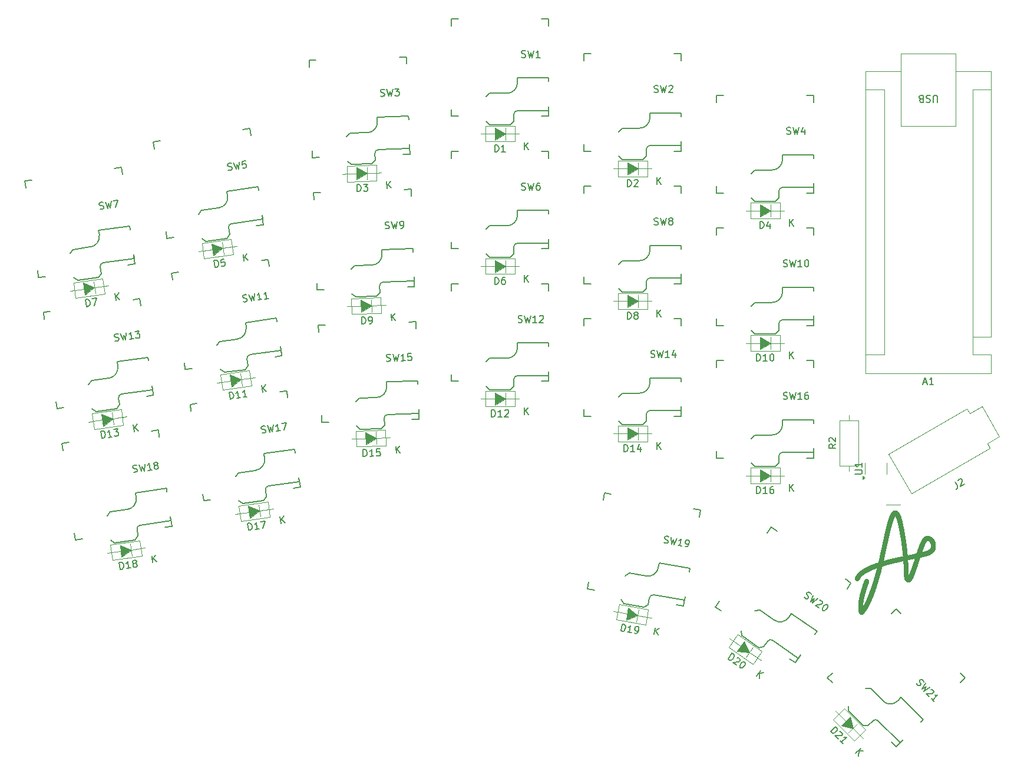
<source format=gto>
%TF.GenerationSoftware,KiCad,Pcbnew,9.0.4*%
%TF.CreationDate,2025-09-06T18:01:24-05:00*%
%TF.ProjectId,esp32_s3_port,65737033-325f-4733-935f-706f72742e6b,rev?*%
%TF.SameCoordinates,Original*%
%TF.FileFunction,Legend,Top*%
%TF.FilePolarity,Positive*%
%FSLAX46Y46*%
G04 Gerber Fmt 4.6, Leading zero omitted, Abs format (unit mm)*
G04 Created by KiCad (PCBNEW 9.0.4) date 2025-09-06 18:01:24*
%MOMM*%
%LPD*%
G01*
G04 APERTURE LIST*
%ADD10C,0.677333*%
%ADD11C,0.150000*%
%ADD12C,0.120000*%
%ADD13C,0.100000*%
G04 APERTURE END LIST*
D10*
X149597533Y-110811734D02*
X149609865Y-110766815D01*
X149622288Y-110721268D01*
X149634802Y-110675080D01*
X149647410Y-110628240D01*
X149660115Y-110580734D01*
X149672919Y-110532548D01*
X149685825Y-110483670D01*
X149698835Y-110434083D01*
X149711953Y-110383773D01*
X149725181Y-110332723D01*
X149738522Y-110280916D01*
X149751982Y-110228334D01*
X149765562Y-110174957D01*
X149779267Y-110120764D01*
X149793102Y-110065735D01*
X149807071Y-110009847D01*
X149821179Y-109953073D01*
X149835431Y-109895389D01*
X149849833Y-109836767D01*
X149864391Y-109777175D01*
X149879112Y-109716582D01*
X149894003Y-109654951D01*
X149909072Y-109592247D01*
X149924327Y-109528426D01*
X149939778Y-109463443D01*
X149955435Y-109397250D01*
X149971309Y-109329793D01*
X149987414Y-109261010D01*
X150003763Y-109190837D01*
X150020372Y-109119198D01*
X150037258Y-109046012D01*
X150054441Y-108971185D01*
X150071944Y-108894610D01*
X150089793Y-108816167D01*
X150108018Y-108735716D01*
X150126654Y-108653093D01*
X150145742Y-108568109D01*
X150165330Y-108480534D01*
X150185479Y-108390092D01*
X150206261Y-108296447D01*
X150227768Y-108199173D01*
X150250117Y-108097728D01*
X150273464Y-107991391D01*
X150298021Y-107879179D01*
X150324095Y-107759673D01*
X150352158Y-107630690D01*
X150383010Y-107488532D01*
X150418234Y-107325887D01*
X150462010Y-107123423D01*
X150480959Y-107035734D01*
X150519437Y-106857694D01*
X150557763Y-106680540D01*
X150576871Y-106592345D01*
X150595943Y-106504432D01*
X150614979Y-106416818D01*
X150633981Y-106329525D01*
X150652949Y-106242572D01*
X150671884Y-106155979D01*
X150690786Y-106069766D01*
X150709657Y-105983951D01*
X150728496Y-105898556D01*
X150747305Y-105813599D01*
X150766084Y-105729101D01*
X150784834Y-105645081D01*
X150794199Y-105603256D01*
X150803556Y-105561559D01*
X150812906Y-105519991D01*
X150822250Y-105478554D01*
X150831587Y-105437252D01*
X150840917Y-105396087D01*
X150850240Y-105355061D01*
X150859557Y-105314177D01*
X150868868Y-105273437D01*
X150878172Y-105232844D01*
X150887470Y-105192399D01*
X150896762Y-105152107D01*
X150906048Y-105111968D01*
X150915327Y-105071986D01*
X150924601Y-105032163D01*
X150933869Y-104992502D01*
X150943132Y-104953004D01*
X150952389Y-104913673D01*
X150961640Y-104874510D01*
X150970885Y-104835519D01*
X150980126Y-104796702D01*
X150989361Y-104758061D01*
X150998590Y-104719599D01*
X151007815Y-104681318D01*
X151017035Y-104643220D01*
X151026249Y-104605309D01*
X151035459Y-104567586D01*
X151044664Y-104530055D01*
X151053864Y-104492716D01*
X151063060Y-104455574D01*
X151072251Y-104418631D01*
X151081438Y-104381888D01*
X151090620Y-104345348D01*
X151099798Y-104309015D01*
X151108972Y-104272890D01*
X151118142Y-104236975D01*
X151127308Y-104201274D01*
X151136469Y-104165788D01*
X151145627Y-104130521D01*
X151154782Y-104095474D01*
X151163932Y-104060651D01*
X151173079Y-104026053D01*
X151182223Y-103991683D01*
X151191363Y-103957544D01*
X151200499Y-103923637D01*
X151209633Y-103889966D01*
X151218763Y-103856533D01*
X151227890Y-103823340D01*
X151237015Y-103790390D01*
X151246136Y-103757686D01*
X151255255Y-103725229D01*
X151264370Y-103693022D01*
X151273484Y-103661069D01*
X151282594Y-103629370D01*
X151291702Y-103597929D01*
X151300808Y-103566748D01*
X151309912Y-103535830D01*
X151319013Y-103505176D01*
X151328112Y-103474790D01*
X151337209Y-103444674D01*
X151346304Y-103414831D01*
X151355397Y-103385262D01*
X151359943Y-103370582D01*
X151364489Y-103355971D01*
X151369034Y-103341430D01*
X151373579Y-103326960D01*
X151378123Y-103312560D01*
X151382667Y-103298231D01*
X151387210Y-103283973D01*
X151391753Y-103269787D01*
X151396296Y-103255672D01*
X151400839Y-103241629D01*
X151405381Y-103227659D01*
X151409922Y-103213762D01*
X151414464Y-103199938D01*
X151419005Y-103186187D01*
X151423546Y-103172510D01*
X151428086Y-103158906D01*
X151432627Y-103145377D01*
X151437167Y-103131923D01*
X151441706Y-103118543D01*
X151446246Y-103105239D01*
X151450785Y-103092010D01*
X151455324Y-103078857D01*
X151459863Y-103065780D01*
X151464402Y-103052779D01*
X151468940Y-103039856D01*
X151473478Y-103027009D01*
X151478016Y-103014240D01*
X151482554Y-103001548D01*
X151487092Y-102988934D01*
X151491630Y-102976399D01*
X151496167Y-102963942D01*
X151500705Y-102951564D01*
X151505242Y-102939265D01*
X151509779Y-102927046D01*
X151514316Y-102914907D01*
X151518853Y-102902847D01*
X151523390Y-102890868D01*
X151527927Y-102878970D01*
X151532464Y-102867153D01*
X151537001Y-102855418D01*
X151541538Y-102843764D01*
X151546075Y-102832191D01*
X151550612Y-102820702D01*
X151555149Y-102809295D01*
X151559686Y-102797970D01*
X151564223Y-102786729D01*
X151568760Y-102775572D01*
X151573297Y-102764498D01*
X151577834Y-102753509D01*
X151582371Y-102742603D01*
X151586908Y-102731783D01*
X151591446Y-102721048D01*
X151595983Y-102710398D01*
X151600521Y-102699834D01*
X151605058Y-102689355D01*
X151609596Y-102678963D01*
X151614134Y-102668658D01*
X151618673Y-102658440D01*
X151623211Y-102648308D01*
X151627750Y-102638265D01*
X151632288Y-102628309D01*
X151636827Y-102618441D01*
X151641366Y-102608662D01*
X151645906Y-102598971D01*
X151650446Y-102589370D01*
X151654985Y-102579858D01*
X151659526Y-102570435D01*
X151664066Y-102561103D01*
X151668607Y-102551861D01*
X151673148Y-102542710D01*
X151677689Y-102533649D01*
X151682231Y-102524680D01*
X151686773Y-102515802D01*
X151691315Y-102507016D01*
X151695858Y-102498322D01*
X151700401Y-102489721D01*
X151704944Y-102481212D01*
X151709488Y-102472797D01*
X151714032Y-102464475D01*
X151718576Y-102456246D01*
X151723121Y-102448112D01*
X151727667Y-102440072D01*
X151732213Y-102432126D01*
X151736759Y-102424276D01*
X151741305Y-102416520D01*
X151745853Y-102408861D01*
X151750400Y-102401297D01*
X151754948Y-102393829D01*
X151759497Y-102386458D01*
X151764046Y-102379183D01*
X151768596Y-102372006D01*
X151773146Y-102364926D01*
X151777697Y-102357943D01*
X151782248Y-102351059D01*
X151786800Y-102344273D01*
X151791352Y-102337585D01*
X151795905Y-102330997D01*
X151800459Y-102324508D01*
X151805013Y-102318118D01*
X151809568Y-102311828D01*
X151814123Y-102305639D01*
X151818679Y-102299549D01*
X151823236Y-102293561D01*
X151827793Y-102287674D01*
X151832351Y-102281888D01*
X151836910Y-102276204D01*
X151841469Y-102270621D01*
X151846029Y-102265141D01*
X151850590Y-102259764D01*
X151855152Y-102254490D01*
X151859714Y-102249319D01*
X151864277Y-102244251D01*
X151868841Y-102239288D01*
X151873405Y-102234428D01*
X151877970Y-102229673D01*
X151882536Y-102225023D01*
X151887103Y-102220478D01*
X151891671Y-102216038D01*
X151896240Y-102211705D01*
X151900809Y-102207477D01*
X151905379Y-102203355D01*
X151907664Y-102201334D01*
X151909950Y-102199340D01*
X151912236Y-102197373D01*
X151914522Y-102195432D01*
X151916808Y-102193518D01*
X151919095Y-102191631D01*
X151921381Y-102189771D01*
X151923668Y-102187938D01*
X151925955Y-102186132D01*
X151928243Y-102184353D01*
X151930530Y-102182601D01*
X151932818Y-102180876D01*
X151935106Y-102179178D01*
X151937395Y-102177507D01*
X151939683Y-102175863D01*
X151941972Y-102174247D01*
X151944261Y-102172658D01*
X151946550Y-102171096D01*
X151948839Y-102169562D01*
X151951129Y-102168055D01*
X151953419Y-102166575D01*
X151955709Y-102165123D01*
X151958000Y-102163699D01*
X151960290Y-102162302D01*
X151962581Y-102160932D01*
X151964872Y-102159590D01*
X151967164Y-102158276D01*
X151969455Y-102156990D01*
X151971747Y-102155731D01*
X151974039Y-102154500D01*
X151976332Y-102153297D01*
X151978625Y-102152122D01*
X151980917Y-102150974D01*
X151983211Y-102149855D01*
X151985504Y-102148764D01*
X151987798Y-102147700D01*
X151990092Y-102146665D01*
X151992386Y-102145657D01*
X151994680Y-102144678D01*
X151996975Y-102143727D01*
X151999270Y-102142804D01*
X152001565Y-102141910D01*
X152003861Y-102141043D01*
X152006157Y-102140205D01*
X152008453Y-102139396D01*
X152010749Y-102138614D01*
X152013046Y-102137862D01*
X152015343Y-102137137D01*
X152017640Y-102136441D01*
X152019937Y-102135774D01*
X152022235Y-102135135D01*
X152024533Y-102134525D01*
X152026831Y-102133944D01*
X152029130Y-102133391D01*
X152031429Y-102132867D01*
X152033728Y-102132372D01*
X152036027Y-102131906D01*
X152038327Y-102131468D01*
X152040627Y-102131059D01*
X152042927Y-102130680D01*
X152045228Y-102130329D01*
X152047529Y-102130007D01*
X152049830Y-102129715D01*
X152052132Y-102129451D01*
X152054433Y-102129217D01*
X152056735Y-102129011D01*
X152059038Y-102128835D01*
X152061341Y-102128688D01*
X152063644Y-102128571D01*
X152065947Y-102128482D01*
X152068250Y-102128424D01*
X152070554Y-102128394D01*
X152072859Y-102128394D01*
X152075163Y-102128423D01*
X152077468Y-102128482D01*
X152079773Y-102128571D01*
X152082079Y-102128689D01*
X152084384Y-102128837D01*
X152086690Y-102129014D01*
X152088997Y-102129221D01*
X152091304Y-102129458D01*
X152093611Y-102129724D01*
X152095918Y-102130021D01*
X152098226Y-102130347D01*
X152100534Y-102130703D01*
X152102842Y-102131089D01*
X152105151Y-102131505D01*
X152107460Y-102131951D01*
X152109769Y-102132427D01*
X152112079Y-102132934D01*
X152114389Y-102133470D01*
X152116699Y-102134036D01*
X152119010Y-102134633D01*
X152121321Y-102135260D01*
X152123632Y-102135917D01*
X152125944Y-102136605D01*
X152128256Y-102137323D01*
X152130568Y-102138071D01*
X152132881Y-102138850D01*
X152135194Y-102139659D01*
X152137508Y-102140499D01*
X152139821Y-102141369D01*
X152142136Y-102142270D01*
X152144450Y-102143201D01*
X152146765Y-102144164D01*
X152149080Y-102145157D01*
X152151396Y-102146180D01*
X152153711Y-102147235D01*
X152156028Y-102148320D01*
X152158344Y-102149436D01*
X152160661Y-102150583D01*
X152162979Y-102151761D01*
X152165296Y-102152970D01*
X152167614Y-102154210D01*
X152169933Y-102155481D01*
X152172251Y-102156783D01*
X152174571Y-102158116D01*
X152176890Y-102159480D01*
X152179210Y-102160876D01*
X152181530Y-102162302D01*
X152183851Y-102163761D01*
X152186172Y-102165250D01*
X152188493Y-102166771D01*
X152190815Y-102168323D01*
X152193137Y-102169906D01*
X152195460Y-102171522D01*
X152197783Y-102173168D01*
X152200106Y-102174846D01*
X152202430Y-102176556D01*
X152204754Y-102178297D01*
X152207078Y-102180070D01*
X152209403Y-102181875D01*
X152211728Y-102183712D01*
X152214054Y-102185580D01*
X152216380Y-102187480D01*
X152218706Y-102189412D01*
X152221033Y-102191376D01*
X152223360Y-102193372D01*
X152225688Y-102195399D01*
X152228016Y-102197459D01*
X152230344Y-102199551D01*
X152232673Y-102201675D01*
X152235002Y-102203831D01*
X152237331Y-102206019D01*
X152239661Y-102208240D01*
X152241992Y-102210492D01*
X152244323Y-102212777D01*
X152246654Y-102215095D01*
X152248986Y-102217444D01*
X152251318Y-102219826D01*
X152253650Y-102222241D01*
X152255983Y-102224688D01*
X152258316Y-102227167D01*
X152260650Y-102229680D01*
X152262984Y-102232224D01*
X152265318Y-102234801D01*
X152267653Y-102237411D01*
X152269989Y-102240054D01*
X152272325Y-102242729D01*
X152274661Y-102245438D01*
X152276998Y-102248179D01*
X152279335Y-102250953D01*
X152281672Y-102253759D01*
X152284010Y-102256599D01*
X152286348Y-102259472D01*
X152288687Y-102262378D01*
X152291027Y-102265316D01*
X152293366Y-102268288D01*
X152298047Y-102274331D01*
X152302729Y-102280507D01*
X152307414Y-102286817D01*
X152312100Y-102293259D01*
X152316787Y-102299836D01*
X152321477Y-102306546D01*
X152326168Y-102313391D01*
X152330862Y-102320370D01*
X152335557Y-102327485D01*
X152340254Y-102334735D01*
X152344952Y-102342120D01*
X152349653Y-102349642D01*
X152354356Y-102357299D01*
X152359060Y-102365093D01*
X152363766Y-102373024D01*
X152368474Y-102381093D01*
X152373185Y-102389298D01*
X152377897Y-102397642D01*
X152382611Y-102406123D01*
X152387327Y-102414743D01*
X152392045Y-102423502D01*
X152396765Y-102432399D01*
X152401486Y-102441436D01*
X152406210Y-102450612D01*
X152410936Y-102459929D01*
X152415664Y-102469386D01*
X152420394Y-102478983D01*
X152425126Y-102488721D01*
X152429860Y-102498600D01*
X152434596Y-102508621D01*
X152439334Y-102518783D01*
X152444075Y-102529088D01*
X152448817Y-102539535D01*
X152453561Y-102550125D01*
X152458308Y-102560857D01*
X152463057Y-102571733D01*
X152467808Y-102582753D01*
X152472561Y-102593916D01*
X152477316Y-102605224D01*
X152482073Y-102616677D01*
X152486832Y-102628274D01*
X152491594Y-102640016D01*
X152496358Y-102651904D01*
X152501124Y-102663938D01*
X152505892Y-102676118D01*
X152510663Y-102688444D01*
X152515436Y-102700917D01*
X152520211Y-102713537D01*
X152524988Y-102726304D01*
X152529768Y-102739219D01*
X152534550Y-102752282D01*
X152539334Y-102765493D01*
X152544120Y-102778852D01*
X152548909Y-102792361D01*
X152553700Y-102806018D01*
X152558493Y-102819826D01*
X152563289Y-102833783D01*
X152568087Y-102847890D01*
X152572888Y-102862147D01*
X152577691Y-102876555D01*
X152582496Y-102891114D01*
X152587304Y-102905825D01*
X152592114Y-102920687D01*
X152596927Y-102935701D01*
X152601742Y-102950868D01*
X152606559Y-102966187D01*
X152611379Y-102981659D01*
X152616201Y-102997284D01*
X152621026Y-103013062D01*
X152625854Y-103028995D01*
X152630683Y-103045081D01*
X152635516Y-103061322D01*
X152640351Y-103077717D01*
X152645188Y-103094268D01*
X152650028Y-103110974D01*
X152654870Y-103127836D01*
X152659715Y-103144853D01*
X152664563Y-103162027D01*
X152669413Y-103179357D01*
X152674266Y-103196845D01*
X152679122Y-103214489D01*
X152683980Y-103232291D01*
X152688840Y-103250251D01*
X152693704Y-103268369D01*
X152698570Y-103286645D01*
X152703438Y-103305080D01*
X152708310Y-103323675D01*
X152713183Y-103342428D01*
X152718060Y-103361341D01*
X152722940Y-103380414D01*
X152727822Y-103399648D01*
X152732706Y-103419042D01*
X152737594Y-103438596D01*
X152742484Y-103458312D01*
X152747377Y-103478190D01*
X152752273Y-103498229D01*
X152757172Y-103518431D01*
X152762073Y-103538795D01*
X152766977Y-103559321D01*
X152771884Y-103580011D01*
X152776794Y-103600864D01*
X152781707Y-103621881D01*
X152786622Y-103643062D01*
X152791541Y-103664407D01*
X152796462Y-103685916D01*
X152801386Y-103707591D01*
X152806313Y-103729430D01*
X152811243Y-103751436D01*
X152816176Y-103773607D01*
X152821112Y-103795944D01*
X152826050Y-103818447D01*
X152830992Y-103841118D01*
X152835936Y-103863955D01*
X152840884Y-103886960D01*
X152845834Y-103910132D01*
X152850788Y-103933473D01*
X152855744Y-103956981D01*
X152860704Y-103980659D01*
X152865666Y-104004505D01*
X152865666Y-104004505D02*
X152877357Y-104061062D01*
X152888946Y-104117522D01*
X152900434Y-104173884D01*
X152911821Y-104230148D01*
X152923106Y-104286316D01*
X152934291Y-104342386D01*
X152945375Y-104398360D01*
X152956359Y-104454238D01*
X152967243Y-104510020D01*
X152978027Y-104565706D01*
X152988711Y-104621297D01*
X152999296Y-104676793D01*
X153009782Y-104732194D01*
X153020168Y-104787501D01*
X153030456Y-104842714D01*
X153040646Y-104897833D01*
X153050737Y-104952859D01*
X153060730Y-105007792D01*
X153070625Y-105062632D01*
X153080422Y-105117380D01*
X153090122Y-105172036D01*
X153099725Y-105226602D01*
X153109231Y-105281076D01*
X153118641Y-105335460D01*
X153127953Y-105389754D01*
X153137170Y-105443958D01*
X153146291Y-105498074D01*
X153155316Y-105552101D01*
X153164246Y-105606041D01*
X153173080Y-105659893D01*
X153181820Y-105713658D01*
X153190464Y-105767337D01*
X153199015Y-105820931D01*
X153207471Y-105874440D01*
X153215833Y-105927864D01*
X153224101Y-105981205D01*
X153232276Y-106034464D01*
X153240358Y-106087640D01*
X153248347Y-106140735D01*
X153256243Y-106193749D01*
X153264047Y-106246684D01*
X153271759Y-106299541D01*
X153279379Y-106352319D01*
X153286907Y-106405020D01*
X153294344Y-106457646D01*
X153301690Y-106510196D01*
X153308945Y-106562673D01*
X153316110Y-106615077D01*
X153323185Y-106667409D01*
X153330170Y-106719671D01*
X153337065Y-106771864D01*
X153343872Y-106823989D01*
X153350589Y-106876047D01*
X153357217Y-106928041D01*
X153363758Y-106979971D01*
X153370210Y-107031840D01*
X153376575Y-107083648D01*
X153382852Y-107135398D01*
X153389042Y-107187091D01*
X153395146Y-107238730D01*
X153401163Y-107290316D01*
X153407095Y-107341851D01*
X153412940Y-107393338D01*
X153418701Y-107444779D01*
X153424376Y-107496177D01*
X153429968Y-107547535D01*
X153435475Y-107598854D01*
X153440898Y-107650138D01*
X153446238Y-107701391D01*
X153451495Y-107752615D01*
X153456670Y-107803814D01*
X153461763Y-107854992D01*
X153466774Y-107906152D01*
X153471704Y-107957300D01*
X153476553Y-108008439D01*
X153481323Y-108059575D01*
X153486013Y-108110712D01*
X153490623Y-108161857D01*
X153495156Y-108213015D01*
X153499610Y-108264192D01*
X153503987Y-108315396D01*
X153508287Y-108366633D01*
X153512511Y-108417913D01*
X153516660Y-108469244D01*
X153520734Y-108520635D01*
X153524734Y-108572096D01*
X153528661Y-108623640D01*
X153532516Y-108675277D01*
X153536300Y-108727023D01*
X153540013Y-108778892D01*
X153543656Y-108830899D01*
X153547232Y-108883065D01*
X153550740Y-108935408D01*
X153554183Y-108987952D01*
X153557561Y-109040723D01*
X153560876Y-109093749D01*
X153564131Y-109147063D01*
X153567326Y-109200703D01*
X153570464Y-109254712D01*
X153573548Y-109309139D01*
X153576580Y-109364044D01*
X153579563Y-109419497D01*
X153582502Y-109475578D01*
X153585400Y-109532389D01*
X153588264Y-109590053D01*
X153591099Y-109648723D01*
X153593914Y-109708596D01*
X153596721Y-109769930D01*
X153599532Y-109833076D01*
X153602369Y-109898526D01*
X153605262Y-109967019D01*
X153608257Y-110039748D01*
X153611442Y-110118878D01*
X153615006Y-110209201D01*
X153619005Y-110311866D01*
X153622610Y-110404449D01*
X153624382Y-110449546D01*
X153626142Y-110493847D01*
X153627896Y-110537356D01*
X153629650Y-110580074D01*
X153631412Y-110622001D01*
X153633187Y-110663141D01*
X153634982Y-110703494D01*
X153636802Y-110743063D01*
X153638655Y-110781848D01*
X153639596Y-110800948D01*
X153640547Y-110819852D01*
X153641509Y-110838561D01*
X153642484Y-110857076D01*
X153643471Y-110875396D01*
X153644472Y-110893522D01*
X153645487Y-110911453D01*
X153646517Y-110929191D01*
X153647564Y-110946735D01*
X153648627Y-110964085D01*
X153649708Y-110981243D01*
X153650807Y-110998207D01*
X153651925Y-111014978D01*
X153653063Y-111031556D01*
X153654223Y-111047942D01*
X153655403Y-111064136D01*
X153656606Y-111080137D01*
X153657832Y-111095947D01*
X153659082Y-111111565D01*
X153660357Y-111126992D01*
X153661657Y-111142227D01*
X153662984Y-111157271D01*
X153664337Y-111172125D01*
X153665719Y-111186787D01*
X153667129Y-111201260D01*
X153668569Y-111215542D01*
X153670039Y-111229634D01*
X153671540Y-111243536D01*
X153673073Y-111257249D01*
X153674638Y-111270772D01*
X153676237Y-111284106D01*
X153677870Y-111297252D01*
X153679538Y-111310208D01*
X153681242Y-111322976D01*
X153682983Y-111335555D01*
X153684761Y-111347946D01*
X153686577Y-111360149D01*
X153688432Y-111372165D01*
X153690327Y-111383993D01*
X153692263Y-111395633D01*
X153694240Y-111407087D01*
X153696259Y-111418353D01*
X153698320Y-111429433D01*
X153700426Y-111440326D01*
X153701496Y-111445703D01*
X153702576Y-111451033D01*
X153703668Y-111456317D01*
X153704772Y-111461554D01*
X153705887Y-111466745D01*
X153707013Y-111471889D01*
X153708152Y-111476987D01*
X153709302Y-111482038D01*
X153710464Y-111487043D01*
X153711638Y-111492002D01*
X153712824Y-111496914D01*
X153714023Y-111501780D01*
X153715234Y-111506600D01*
X153716457Y-111511374D01*
X153717693Y-111516101D01*
X153718941Y-111520782D01*
X153720202Y-111525417D01*
X153721476Y-111530006D01*
X153722763Y-111534549D01*
X153724062Y-111539045D01*
X153725375Y-111543496D01*
X153726701Y-111547900D01*
X153728041Y-111552259D01*
X153729394Y-111556571D01*
X153730760Y-111560838D01*
X153732140Y-111565058D01*
X153733534Y-111569233D01*
X153734941Y-111573362D01*
X153736363Y-111577445D01*
X153737798Y-111581482D01*
X153739247Y-111585473D01*
X153740711Y-111589419D01*
X153742189Y-111593319D01*
X153743681Y-111597173D01*
X153745188Y-111600981D01*
X153746710Y-111604744D01*
X153748246Y-111608461D01*
X153749797Y-111612132D01*
X153751363Y-111615758D01*
X153752944Y-111619338D01*
X153754540Y-111622873D01*
X153756151Y-111626362D01*
X153757777Y-111629806D01*
X153759419Y-111633204D01*
X153761076Y-111636556D01*
X153762749Y-111639864D01*
X153764438Y-111643126D01*
X153766142Y-111646342D01*
X153767862Y-111649513D01*
X153769599Y-111652639D01*
X153771351Y-111655720D01*
X153773119Y-111658755D01*
X153774904Y-111661745D01*
X153776705Y-111664690D01*
X153778523Y-111667590D01*
X153780357Y-111670444D01*
X153782208Y-111673253D01*
X153784076Y-111676018D01*
X153785960Y-111678737D01*
X153787862Y-111681411D01*
X153789781Y-111684040D01*
X153791716Y-111686624D01*
X153793669Y-111689163D01*
X153795640Y-111691657D01*
X153797628Y-111694106D01*
X153799633Y-111696510D01*
X153801656Y-111698870D01*
X153803697Y-111701184D01*
X153805756Y-111703454D01*
X153807833Y-111705679D01*
X153809927Y-111707859D01*
X153812040Y-111709994D01*
X153814172Y-111712085D01*
X153816321Y-111714131D01*
X153818489Y-111716132D01*
X153820676Y-111718089D01*
X153822881Y-111720001D01*
X153825105Y-111721868D01*
X153827348Y-111723691D01*
X153829610Y-111725469D01*
X153831891Y-111727203D01*
X153834191Y-111728892D01*
X153836510Y-111730537D01*
X153838849Y-111732137D01*
X153841207Y-111733693D01*
X153843584Y-111735204D01*
X153845982Y-111736672D01*
X153848399Y-111738094D01*
X153850835Y-111739473D01*
X153853292Y-111740807D01*
X153855769Y-111742097D01*
X153858266Y-111743343D01*
X153860783Y-111744544D01*
X153863321Y-111745701D01*
X153865879Y-111746814D01*
X153868458Y-111747883D01*
X153871057Y-111748908D01*
X153873677Y-111749889D01*
X153876318Y-111750826D01*
X153878979Y-111751719D01*
X153881662Y-111752567D01*
X153884366Y-111753372D01*
X153887091Y-111754133D01*
X153889838Y-111754849D01*
X153892605Y-111755522D01*
X153895395Y-111756151D01*
X153898206Y-111756737D01*
X153901039Y-111757278D01*
X153903893Y-111757775D01*
X153906770Y-111758229D01*
X153909668Y-111758639D01*
X153912589Y-111759006D01*
X153915532Y-111759328D01*
X153918497Y-111759607D01*
X153921485Y-111759842D01*
X153924495Y-111760034D01*
X153927528Y-111760182D01*
X153930583Y-111760287D01*
X153933662Y-111760348D01*
X153936763Y-111760365D01*
X153939887Y-111760339D01*
X153943035Y-111760269D01*
X153946205Y-111760156D01*
X153949399Y-111760000D01*
X153949399Y-111760000D02*
X153952337Y-111759797D01*
X153955293Y-111759512D01*
X153958270Y-111759145D01*
X153961267Y-111758695D01*
X153964286Y-111758160D01*
X153967329Y-111757540D01*
X153970397Y-111756833D01*
X153973490Y-111756038D01*
X153976610Y-111755153D01*
X153979758Y-111754177D01*
X153982936Y-111753108D01*
X153986144Y-111751945D01*
X153989383Y-111750684D01*
X153992655Y-111749325D01*
X153995961Y-111747865D01*
X153999301Y-111746303D01*
X154002678Y-111744634D01*
X154006091Y-111742858D01*
X154009543Y-111740972D01*
X154013033Y-111738973D01*
X154016564Y-111736859D01*
X154020136Y-111734626D01*
X154023750Y-111732273D01*
X154027407Y-111729796D01*
X154031109Y-111727191D01*
X154034855Y-111724457D01*
X154038648Y-111721590D01*
X154042488Y-111718587D01*
X154046377Y-111715444D01*
X154050314Y-111712159D01*
X154054301Y-111708727D01*
X154058340Y-111705145D01*
X154062430Y-111701410D01*
X154066573Y-111697518D01*
X154070770Y-111693466D01*
X154075022Y-111689249D01*
X154079330Y-111684863D01*
X154083695Y-111680306D01*
X154088117Y-111675572D01*
X154092597Y-111670658D01*
X154097138Y-111665559D01*
X154101739Y-111660272D01*
X154106401Y-111654793D01*
X154111126Y-111649115D01*
X154115914Y-111643237D01*
X154120766Y-111637152D01*
X154125684Y-111630857D01*
X154130669Y-111624346D01*
X154135721Y-111617616D01*
X154140841Y-111610660D01*
X154146030Y-111603476D01*
X154151290Y-111596056D01*
X154156622Y-111588397D01*
X154162026Y-111580494D01*
X154167504Y-111572341D01*
X154173056Y-111563933D01*
X154178685Y-111555264D01*
X154184390Y-111546330D01*
X154190174Y-111537124D01*
X154196036Y-111527642D01*
X154201980Y-111517877D01*
X154208005Y-111507823D01*
X154214113Y-111497476D01*
X154220305Y-111486828D01*
X154226582Y-111475873D01*
X154232947Y-111464606D01*
X154239399Y-111453020D01*
X154245941Y-111441109D01*
X154252574Y-111428866D01*
X154259300Y-111416284D01*
X154266119Y-111403356D01*
X154273034Y-111390076D01*
X154280045Y-111376437D01*
X154287155Y-111362430D01*
X154294366Y-111348050D01*
X154301678Y-111333287D01*
X154309094Y-111318135D01*
X154316615Y-111302585D01*
X154324244Y-111286630D01*
X154331981Y-111270260D01*
X154339830Y-111253468D01*
X154347793Y-111236245D01*
X154355871Y-111218581D01*
X154364066Y-111200468D01*
X154372381Y-111181895D01*
X154380819Y-111162854D01*
X154389381Y-111143333D01*
X154398071Y-111123323D01*
X154406891Y-111102813D01*
X154415843Y-111081791D01*
X154424932Y-111060247D01*
X154434159Y-111038167D01*
X154443529Y-111015541D01*
X154453043Y-110992354D01*
X154462707Y-110968594D01*
X154472524Y-110944246D01*
X154482497Y-110919296D01*
X154492630Y-110893729D01*
X154502929Y-110867528D01*
X154513398Y-110840678D01*
X154524041Y-110813159D01*
X154534864Y-110784955D01*
X154545873Y-110756044D01*
X154557073Y-110726406D01*
X154568470Y-110696020D01*
X154580073Y-110664861D01*
X154591887Y-110632905D01*
X154603920Y-110600124D01*
X154616182Y-110566490D01*
X154628681Y-110531973D01*
X154641428Y-110496537D01*
X154654434Y-110460148D01*
X154667710Y-110422764D01*
X154681270Y-110384344D01*
X154695129Y-110344838D01*
X154709303Y-110304194D01*
X154723810Y-110262353D01*
X154738670Y-110219250D01*
X154753908Y-110174810D01*
X154769549Y-110128948D01*
X154785623Y-110081569D01*
X154802167Y-110032560D01*
X154819222Y-109981792D01*
X154836835Y-109929111D01*
X154855068Y-109874330D01*
X154873990Y-109817226D01*
X154893693Y-109757518D01*
X154914289Y-109694850D01*
X154935929Y-109628756D01*
X154958816Y-109558604D01*
X154983237Y-109483497D01*
X155009629Y-109402081D01*
X155038712Y-109312116D01*
X155071855Y-109209353D01*
X155112395Y-109083423D01*
X155140859Y-108994932D01*
X155182420Y-108865735D01*
X155203234Y-108801085D01*
X155224067Y-108736436D01*
X155244917Y-108671816D01*
X155265782Y-108607253D01*
X155286658Y-108542774D01*
X155307545Y-108478407D01*
X155328438Y-108414180D01*
X155349338Y-108350119D01*
X155370240Y-108286252D01*
X155391142Y-108222607D01*
X155401593Y-108190876D01*
X155412043Y-108159211D01*
X155422492Y-108127615D01*
X155432940Y-108096092D01*
X155443386Y-108064645D01*
X155453831Y-108033278D01*
X155464273Y-108001993D01*
X155474713Y-107970795D01*
X155485150Y-107939687D01*
X155495584Y-107908671D01*
X155506014Y-107877753D01*
X155516441Y-107846935D01*
X155526865Y-107816220D01*
X155537284Y-107785613D01*
X155547698Y-107755115D01*
X155558108Y-107724732D01*
X155568513Y-107694466D01*
X155578912Y-107664321D01*
X155589306Y-107634300D01*
X155599694Y-107604407D01*
X155610076Y-107574645D01*
X155620451Y-107545017D01*
X155630820Y-107515527D01*
X155641181Y-107486179D01*
X155651535Y-107456976D01*
X155661882Y-107427921D01*
X155672220Y-107399017D01*
X155682550Y-107370269D01*
X155692872Y-107341680D01*
X155703185Y-107313252D01*
X155713489Y-107284990D01*
X155723784Y-107256897D01*
X155734069Y-107228976D01*
X155744344Y-107201231D01*
X155754608Y-107173665D01*
X155764862Y-107146282D01*
X155775106Y-107119085D01*
X155785338Y-107092078D01*
X155795559Y-107065264D01*
X155805768Y-107038646D01*
X155815965Y-107012228D01*
X155826150Y-106986013D01*
X155836323Y-106960005D01*
X155846482Y-106934207D01*
X155856629Y-106908623D01*
X155866762Y-106883256D01*
X155876881Y-106858109D01*
X155886987Y-106833186D01*
X155897078Y-106808491D01*
X155907155Y-106784027D01*
X155917216Y-106759796D01*
X155927263Y-106735804D01*
X155932280Y-106723898D01*
X155937294Y-106712052D01*
X155942304Y-106700268D01*
X155947309Y-106688546D01*
X155952311Y-106676885D01*
X155957309Y-106665287D01*
X155962302Y-106653752D01*
X155967292Y-106642280D01*
X155972277Y-106630871D01*
X155977259Y-106619527D01*
X155982236Y-106608248D01*
X155987208Y-106597033D01*
X155992177Y-106585884D01*
X155997141Y-106574801D01*
X156002100Y-106563784D01*
X156007056Y-106552834D01*
X156012007Y-106541951D01*
X156016953Y-106531135D01*
X156021895Y-106520388D01*
X156026832Y-106509709D01*
X156031765Y-106499099D01*
X156036693Y-106488558D01*
X156041617Y-106478087D01*
X156046536Y-106467686D01*
X156051450Y-106457356D01*
X156056359Y-106447097D01*
X156061264Y-106436909D01*
X156066164Y-106426793D01*
X156071059Y-106416749D01*
X156075949Y-106406779D01*
X156080834Y-106396881D01*
X156085714Y-106387057D01*
X156090589Y-106377307D01*
X156095459Y-106367631D01*
X156100324Y-106358031D01*
X156105183Y-106348505D01*
X156110038Y-106339056D01*
X156114888Y-106329683D01*
X156119732Y-106320386D01*
X156124571Y-106311166D01*
X156129404Y-106302024D01*
X156134233Y-106292960D01*
X156139056Y-106283974D01*
X156143873Y-106275067D01*
X156148685Y-106266239D01*
X156153492Y-106257490D01*
X156158293Y-106248822D01*
X156163089Y-106240234D01*
X156167879Y-106231727D01*
X156172663Y-106223302D01*
X156177442Y-106214958D01*
X156182215Y-106206697D01*
X156186982Y-106198518D01*
X156191743Y-106190422D01*
X156196499Y-106182409D01*
X156201249Y-106174481D01*
X156205993Y-106166637D01*
X156210731Y-106158878D01*
X156215463Y-106151204D01*
X156220189Y-106143615D01*
X156224909Y-106136113D01*
X156229623Y-106128697D01*
X156234331Y-106121368D01*
X156239033Y-106114127D01*
X156243729Y-106106973D01*
X156248418Y-106099907D01*
X156253101Y-106092930D01*
X156257778Y-106086043D01*
X156262449Y-106079244D01*
X156267113Y-106072536D01*
X156271771Y-106065918D01*
X156276423Y-106059391D01*
X156281068Y-106052955D01*
X156285706Y-106046611D01*
X156290338Y-106040359D01*
X156294964Y-106034199D01*
X156299583Y-106028132D01*
X156304195Y-106022159D01*
X156308800Y-106016280D01*
X156313399Y-106010494D01*
X156317991Y-106004804D01*
X156322577Y-105999208D01*
X156327155Y-105993708D01*
X156331727Y-105988304D01*
X156336292Y-105982997D01*
X156340850Y-105977786D01*
X156345400Y-105972673D01*
X156349944Y-105967657D01*
X156354481Y-105962739D01*
X156359011Y-105957920D01*
X156363534Y-105953200D01*
X156368049Y-105948579D01*
X156372558Y-105944058D01*
X156377059Y-105939637D01*
X156381553Y-105935317D01*
X156386039Y-105931098D01*
X156390519Y-105926981D01*
X156394991Y-105922966D01*
X156399455Y-105919053D01*
X156403912Y-105915242D01*
X156408362Y-105911536D01*
X156412804Y-105907932D01*
X156417239Y-105904433D01*
X156421666Y-105901039D01*
X147954999Y-111963202D02*
X147946528Y-111986408D01*
X147938098Y-112009561D01*
X147929730Y-112032601D01*
X147921403Y-112055589D01*
X147913137Y-112078465D01*
X147904912Y-112101289D01*
X147896748Y-112124001D01*
X147888624Y-112146661D01*
X147880561Y-112169210D01*
X147872538Y-112191707D01*
X147864575Y-112214095D01*
X147856652Y-112236430D01*
X147848790Y-112258656D01*
X147840966Y-112280831D01*
X147833202Y-112302896D01*
X147825478Y-112324911D01*
X147817812Y-112346817D01*
X147810186Y-112368672D01*
X147802618Y-112390419D01*
X147795090Y-112412116D01*
X147787619Y-112433705D01*
X147780188Y-112455245D01*
X147772814Y-112476677D01*
X147765479Y-112498059D01*
X147758201Y-112519335D01*
X147750961Y-112540562D01*
X147743779Y-112561682D01*
X147736634Y-112582753D01*
X147729547Y-112603720D01*
X147722497Y-112624636D01*
X147715503Y-112645449D01*
X147708547Y-112666212D01*
X147701647Y-112686871D01*
X147694785Y-112707482D01*
X147687978Y-112727989D01*
X147681208Y-112748448D01*
X147674493Y-112768804D01*
X147667815Y-112789111D01*
X147661192Y-112809317D01*
X147654605Y-112829474D01*
X147648073Y-112849530D01*
X147641578Y-112869538D01*
X147635136Y-112889444D01*
X147628731Y-112909304D01*
X147622380Y-112929062D01*
X147616064Y-112948774D01*
X147609802Y-112968385D01*
X147603575Y-112987949D01*
X147597402Y-113007414D01*
X147591264Y-113026832D01*
X147585178Y-113046151D01*
X147579128Y-113065424D01*
X147573130Y-113084598D01*
X147567167Y-113103726D01*
X147561256Y-113122756D01*
X147555380Y-113141740D01*
X147549555Y-113160627D01*
X147543765Y-113179468D01*
X147538026Y-113198212D01*
X147532322Y-113216911D01*
X147526668Y-113235513D01*
X147521049Y-113254070D01*
X147515479Y-113272531D01*
X147509944Y-113290948D01*
X147504459Y-113309269D01*
X147499008Y-113327545D01*
X147493606Y-113345727D01*
X147488238Y-113363864D01*
X147482919Y-113381908D01*
X147477633Y-113399906D01*
X147472397Y-113417812D01*
X147467193Y-113435673D01*
X147462038Y-113453441D01*
X147456917Y-113471165D01*
X147451842Y-113488797D01*
X147446802Y-113506385D01*
X147441808Y-113523881D01*
X147436848Y-113541334D01*
X147431934Y-113558696D01*
X147427054Y-113576014D01*
X147422220Y-113593241D01*
X147417418Y-113610426D01*
X147412663Y-113627520D01*
X147407940Y-113644572D01*
X147403263Y-113661533D01*
X147398619Y-113678452D01*
X147394020Y-113695282D01*
X147389453Y-113712070D01*
X147384930Y-113728768D01*
X147380441Y-113745425D01*
X147375995Y-113761994D01*
X147371582Y-113778521D01*
X147367212Y-113794959D01*
X147362875Y-113811357D01*
X147358581Y-113827667D01*
X147354319Y-113843936D01*
X147350100Y-113860118D01*
X147345912Y-113876259D01*
X147341768Y-113892314D01*
X147337655Y-113908328D01*
X147333584Y-113924257D01*
X147329545Y-113940145D01*
X147325547Y-113955947D01*
X147321581Y-113971709D01*
X147317657Y-113987387D01*
X147313763Y-114003024D01*
X147309911Y-114018577D01*
X147306089Y-114034090D01*
X147302309Y-114049520D01*
X147298559Y-114064910D01*
X147294850Y-114080216D01*
X147291171Y-114095484D01*
X147287532Y-114110668D01*
X147283924Y-114125813D01*
X147280356Y-114140876D01*
X147276817Y-114155900D01*
X147273318Y-114170843D01*
X147269849Y-114185746D01*
X147266420Y-114200568D01*
X147263019Y-114215352D01*
X147259658Y-114230055D01*
X147256327Y-114244720D01*
X147253034Y-114259304D01*
X147249770Y-114273851D01*
X147246544Y-114288317D01*
X147243348Y-114302746D01*
X147240189Y-114317096D01*
X147237059Y-114331407D01*
X147233968Y-114345640D01*
X147230904Y-114359836D01*
X147227878Y-114373953D01*
X147224881Y-114388034D01*
X147221920Y-114402036D01*
X147218988Y-114416001D01*
X147216092Y-114429889D01*
X147213225Y-114443740D01*
X147210394Y-114457515D01*
X147207591Y-114471253D01*
X147204823Y-114484914D01*
X147202084Y-114498539D01*
X147199380Y-114512088D01*
X147196704Y-114525601D01*
X147194064Y-114539039D01*
X147191450Y-114552441D01*
X147188872Y-114565767D01*
X147186321Y-114579059D01*
X147183805Y-114592275D01*
X147181316Y-114605456D01*
X147178861Y-114618564D01*
X147176433Y-114631636D01*
X147174039Y-114644634D01*
X147171672Y-114657597D01*
X147169339Y-114670488D01*
X147167032Y-114683343D01*
X147164758Y-114696126D01*
X147162512Y-114708874D01*
X147160298Y-114721550D01*
X147158110Y-114734192D01*
X147155955Y-114746762D01*
X147153827Y-114759298D01*
X147151731Y-114771762D01*
X147149660Y-114784193D01*
X147147622Y-114796553D01*
X147145610Y-114808879D01*
X147143629Y-114821135D01*
X147141675Y-114833357D01*
X147139751Y-114845509D01*
X147137853Y-114857628D01*
X147135987Y-114869678D01*
X147134145Y-114881694D01*
X147132335Y-114893642D01*
X147130549Y-114905557D01*
X147128795Y-114917403D01*
X147127065Y-114929216D01*
X147125365Y-114940962D01*
X147123691Y-114952674D01*
X147122046Y-114964320D01*
X147120426Y-114975933D01*
X147118836Y-114987478D01*
X147117270Y-114998992D01*
X147115734Y-115010439D01*
X147114222Y-115021854D01*
X147112739Y-115033203D01*
X147111280Y-115044520D01*
X147109850Y-115055772D01*
X147108444Y-115066991D01*
X147107067Y-115078146D01*
X147105713Y-115089269D01*
X147104388Y-115100327D01*
X147103086Y-115111354D01*
X147101813Y-115122317D01*
X147100563Y-115133249D01*
X147099340Y-115144116D01*
X147098141Y-115154953D01*
X147096969Y-115165727D01*
X147095821Y-115176470D01*
X147094700Y-115187149D01*
X147093601Y-115197799D01*
X147092530Y-115208385D01*
X147091482Y-115218942D01*
X147090460Y-115229436D01*
X147089460Y-115239900D01*
X147088487Y-115250303D01*
X147087537Y-115260675D01*
X147086613Y-115270986D01*
X147085711Y-115281268D01*
X147084835Y-115291489D01*
X147083981Y-115301680D01*
X147083153Y-115311811D01*
X147082347Y-115321912D01*
X147081566Y-115331954D01*
X147080807Y-115341966D01*
X147080073Y-115351919D01*
X147079361Y-115361842D01*
X147078673Y-115371707D01*
X147078008Y-115381543D01*
X147077366Y-115391320D01*
X147076747Y-115401069D01*
X147076151Y-115410759D01*
X147075577Y-115420421D01*
X147075026Y-115430025D01*
X147074497Y-115439600D01*
X147073991Y-115449119D01*
X147073507Y-115458609D01*
X147073046Y-115468042D01*
X147072606Y-115477448D01*
X147072189Y-115486796D01*
X147071793Y-115496117D01*
X147071420Y-115505382D01*
X147071068Y-115514620D01*
X147070737Y-115523801D01*
X147070428Y-115532956D01*
X147070141Y-115542054D01*
X147069875Y-115551126D01*
X147069630Y-115560143D01*
X147069406Y-115569133D01*
X147069203Y-115578068D01*
X147069022Y-115586976D01*
X147068861Y-115595831D01*
X147068720Y-115604658D01*
X147068601Y-115613432D01*
X147068502Y-115622180D01*
X147068423Y-115630874D01*
X147068365Y-115639542D01*
X147068327Y-115648157D01*
X147068310Y-115656746D01*
X147068312Y-115665282D01*
X147068335Y-115673793D01*
X147068377Y-115682251D01*
X147068439Y-115690684D01*
X147068521Y-115699065D01*
X147068623Y-115707420D01*
X147068744Y-115715724D01*
X147068884Y-115724002D01*
X147069044Y-115732230D01*
X147069223Y-115740432D01*
X147069422Y-115748584D01*
X147069639Y-115756711D01*
X147069875Y-115764787D01*
X147070131Y-115772839D01*
X147070405Y-115780841D01*
X147070698Y-115788818D01*
X147071010Y-115796746D01*
X147071340Y-115804649D01*
X147071689Y-115812503D01*
X147072056Y-115820333D01*
X147072442Y-115828114D01*
X147072846Y-115835871D01*
X147073267Y-115843580D01*
X147073708Y-115851265D01*
X147074165Y-115858902D01*
X147074641Y-115866515D01*
X147075135Y-115874080D01*
X147075647Y-115881622D01*
X147076175Y-115889117D01*
X147076722Y-115896588D01*
X147077286Y-115904012D01*
X147077868Y-115911413D01*
X147078467Y-115918768D01*
X147079083Y-115926099D01*
X147079716Y-115933385D01*
X147080367Y-115940647D01*
X147081034Y-115947864D01*
X147081719Y-115955058D01*
X147082420Y-115962207D01*
X147083139Y-115969332D01*
X147083873Y-115976414D01*
X147084625Y-115983472D01*
X147085392Y-115990486D01*
X147086177Y-115997477D01*
X147086978Y-116004425D01*
X147087796Y-116011350D01*
X147088628Y-116018231D01*
X147089479Y-116025090D01*
X147090344Y-116031906D01*
X147091226Y-116038700D01*
X147092123Y-116045451D01*
X147093038Y-116052180D01*
X147093967Y-116058866D01*
X147094913Y-116065530D01*
X147095873Y-116072153D01*
X147096850Y-116078754D01*
X147097841Y-116085313D01*
X147098850Y-116091850D01*
X147099872Y-116098346D01*
X147100911Y-116104820D01*
X147101964Y-116111254D01*
X147103033Y-116117666D01*
X147104116Y-116124037D01*
X147105216Y-116130387D01*
X147106329Y-116136698D01*
X147107459Y-116142986D01*
X147108601Y-116149236D01*
X147109761Y-116155463D01*
X147110933Y-116161652D01*
X147112122Y-116167820D01*
X147113324Y-116173948D01*
X147114541Y-116180056D01*
X147115772Y-116186125D01*
X147117019Y-116192173D01*
X147118278Y-116198184D01*
X147119554Y-116204173D01*
X147120842Y-116210125D01*
X147122146Y-116216055D01*
X147123462Y-116221949D01*
X147124794Y-116227822D01*
X147126138Y-116233658D01*
X147127498Y-116239473D01*
X147128870Y-116245252D01*
X147130258Y-116251011D01*
X147131658Y-116256733D01*
X147133073Y-116262435D01*
X147134500Y-116268101D01*
X147135943Y-116273747D01*
X147137397Y-116279357D01*
X147138866Y-116284947D01*
X147140347Y-116290502D01*
X147141844Y-116296037D01*
X147143351Y-116301537D01*
X147144874Y-116307018D01*
X147146409Y-116312464D01*
X147147958Y-116317890D01*
X147149519Y-116323282D01*
X147151094Y-116328654D01*
X147152681Y-116333992D01*
X147154283Y-116339311D01*
X147155895Y-116344597D01*
X147157523Y-116349863D01*
X147159161Y-116355096D01*
X147160814Y-116360310D01*
X147162478Y-116365490D01*
X147164156Y-116370652D01*
X147165845Y-116375781D01*
X147167549Y-116380891D01*
X147169263Y-116385969D01*
X147170992Y-116391028D01*
X147172731Y-116396055D01*
X147174485Y-116401063D01*
X147176249Y-116406040D01*
X147178028Y-116410998D01*
X147179816Y-116415924D01*
X147181619Y-116420832D01*
X147183433Y-116425709D01*
X147185260Y-116430568D01*
X147187098Y-116435396D01*
X147188949Y-116440205D01*
X147190811Y-116444985D01*
X147192687Y-116449746D01*
X147192999Y-116450532D01*
X156421666Y-105901039D02*
X156424490Y-105898918D01*
X156427317Y-105896819D01*
X156430146Y-105894744D01*
X156432978Y-105892692D01*
X156435813Y-105890662D01*
X156438650Y-105888655D01*
X156441489Y-105886671D01*
X156444332Y-105884709D01*
X156447177Y-105882770D01*
X156450024Y-105880853D01*
X156452874Y-105878959D01*
X156455727Y-105877087D01*
X156458581Y-105875237D01*
X156461439Y-105873409D01*
X156464299Y-105871603D01*
X156467162Y-105869820D01*
X156470027Y-105868058D01*
X156472895Y-105866318D01*
X156475765Y-105864600D01*
X156478638Y-105862904D01*
X156481514Y-105861229D01*
X156484392Y-105859576D01*
X156487272Y-105857945D01*
X156490155Y-105856335D01*
X156493041Y-105854746D01*
X156495929Y-105853179D01*
X156498820Y-105851633D01*
X156501714Y-105850109D01*
X156504610Y-105848606D01*
X156507509Y-105847124D01*
X156510410Y-105845662D01*
X156513314Y-105844223D01*
X156516220Y-105842803D01*
X156519129Y-105841405D01*
X156522041Y-105840028D01*
X156524956Y-105838672D01*
X156527873Y-105837336D01*
X156530792Y-105836022D01*
X156533715Y-105834727D01*
X156536640Y-105833454D01*
X156539568Y-105832201D01*
X156542498Y-105830969D01*
X156545431Y-105829757D01*
X156548367Y-105828566D01*
X156551306Y-105827395D01*
X156554247Y-105826245D01*
X156557191Y-105825115D01*
X156560138Y-105824005D01*
X156563088Y-105822916D01*
X156566039Y-105821847D01*
X156568995Y-105820798D01*
X156571953Y-105819769D01*
X156577877Y-105817773D01*
X156583813Y-105815856D01*
X156589760Y-105814020D01*
X156595719Y-105812264D01*
X156601689Y-105810587D01*
X156607671Y-105808990D01*
X156613665Y-105807473D01*
X156619671Y-105806035D01*
X156625689Y-105804676D01*
X156631720Y-105803396D01*
X156637763Y-105802195D01*
X156643818Y-105801074D01*
X156649885Y-105800031D01*
X156655965Y-105799067D01*
X156662058Y-105798182D01*
X156668164Y-105797375D01*
X156674283Y-105796648D01*
X156680415Y-105795999D01*
X156686560Y-105795430D01*
X156692718Y-105794939D01*
X156698889Y-105794528D01*
X156705073Y-105794195D01*
X156711271Y-105793942D01*
X156717483Y-105793768D01*
X156723708Y-105793674D01*
X156729946Y-105793660D01*
X156736199Y-105793725D01*
X156742464Y-105793871D01*
X156748744Y-105794097D01*
X156755037Y-105794403D01*
X156761344Y-105794790D01*
X156767664Y-105795257D01*
X156773998Y-105795806D01*
X156780346Y-105796437D01*
X156786707Y-105797149D01*
X156793082Y-105797943D01*
X156799471Y-105798819D01*
X156805872Y-105799777D01*
X156812287Y-105800819D01*
X156818716Y-105801944D01*
X156825157Y-105803152D01*
X156831612Y-105804443D01*
X156838079Y-105805819D01*
X156844559Y-105807280D01*
X156851051Y-105808825D01*
X156857556Y-105810455D01*
X156864073Y-105812171D01*
X156870602Y-105813972D01*
X156877143Y-105815860D01*
X156883695Y-105817834D01*
X156890258Y-105819895D01*
X156896832Y-105822043D01*
X156903416Y-105824279D01*
X156910011Y-105826603D01*
X156916615Y-105829015D01*
X156923229Y-105831515D01*
X156929852Y-105834105D01*
X156936484Y-105836783D01*
X156943124Y-105839552D01*
X156949772Y-105842410D01*
X156956428Y-105845358D01*
X156963090Y-105848397D01*
X156969758Y-105851527D01*
X156976433Y-105854748D01*
X156983113Y-105858060D01*
X156989797Y-105861464D01*
X156996486Y-105864960D01*
X157003178Y-105868548D01*
X157009873Y-105872228D01*
X157016570Y-105876000D01*
X157023269Y-105879866D01*
X157029969Y-105883824D01*
X157036668Y-105887875D01*
X157043368Y-105892019D01*
X157050066Y-105896257D01*
X157056761Y-105900588D01*
X157063454Y-105905012D01*
X157070143Y-105909529D01*
X157076827Y-105914140D01*
X157083506Y-105918845D01*
X157090179Y-105923642D01*
X157096844Y-105928534D01*
X157103501Y-105933518D01*
X157110149Y-105938595D01*
X157116787Y-105943766D01*
X157123414Y-105949029D01*
X157130029Y-105954385D01*
X157136631Y-105959833D01*
X157143218Y-105965373D01*
X157149791Y-105971005D01*
X157156347Y-105976729D01*
X157162886Y-105982544D01*
X157169407Y-105988449D01*
X157175908Y-105994445D01*
X157182389Y-106000531D01*
X157188847Y-106006706D01*
X157195284Y-106012970D01*
X157201696Y-106019322D01*
X157208083Y-106025762D01*
X157214443Y-106032289D01*
X157220776Y-106038903D01*
X157227081Y-106045602D01*
X157233356Y-106052387D01*
X157239599Y-106059256D01*
X157245811Y-106066208D01*
X157251989Y-106073243D01*
X157258132Y-106080360D01*
X157264239Y-106087558D01*
X157270310Y-106094836D01*
X157276342Y-106102193D01*
X157282335Y-106109628D01*
X157288287Y-106117140D01*
X157294197Y-106124728D01*
X157300065Y-106132392D01*
X157305888Y-106140129D01*
X157311665Y-106147939D01*
X157317396Y-106155821D01*
X157323080Y-106163773D01*
X157328714Y-106171795D01*
X157334298Y-106179884D01*
X157339832Y-106188040D01*
X157345313Y-106196262D01*
X157350740Y-106204549D01*
X157356113Y-106212898D01*
X157361431Y-106221308D01*
X157364069Y-106225537D01*
X157366692Y-106229779D01*
X157369301Y-106234037D01*
X157371895Y-106238309D01*
X157374475Y-106242596D01*
X157377040Y-106246896D01*
X157379590Y-106251211D01*
X157382124Y-106255540D01*
X157384644Y-106259882D01*
X157387148Y-106264238D01*
X157389637Y-106268607D01*
X157392111Y-106272989D01*
X157394569Y-106277384D01*
X157397011Y-106281793D01*
X157399437Y-106286213D01*
X157401847Y-106290646D01*
X157404241Y-106295091D01*
X157406618Y-106299549D01*
X157408980Y-106304018D01*
X157411325Y-106308499D01*
X157413653Y-106312991D01*
X157415965Y-106317495D01*
X157418259Y-106322009D01*
X157420538Y-106326536D01*
X157422798Y-106331072D01*
X157425043Y-106335619D01*
X157427269Y-106340176D01*
X157429479Y-106344745D01*
X157431670Y-106349322D01*
X157433845Y-106353910D01*
X157436002Y-106358507D01*
X157438142Y-106363114D01*
X157440263Y-106367730D01*
X157442367Y-106372356D01*
X157444453Y-106376989D01*
X157446521Y-106381633D01*
X157448570Y-106386283D01*
X157450602Y-106390944D01*
X157452615Y-106395611D01*
X157454610Y-106400288D01*
X157456586Y-106404970D01*
X157458545Y-106409663D01*
X157460483Y-106414361D01*
X157462405Y-106419068D01*
X157464306Y-106423780D01*
X157466190Y-106428502D01*
X157468053Y-106433227D01*
X157469899Y-106437962D01*
X157471725Y-106442700D01*
X157473533Y-106447448D01*
X157475321Y-106452199D01*
X157477090Y-106456958D01*
X157478839Y-106461720D01*
X157480570Y-106466491D01*
X157482280Y-106471263D01*
X157483973Y-106476045D01*
X157485644Y-106480827D01*
X157487297Y-106485618D01*
X157488930Y-106490410D01*
X157490544Y-106495211D01*
X157492136Y-106500011D01*
X157493711Y-106504820D01*
X157495264Y-106509629D01*
X157496799Y-106514445D01*
X157498313Y-106519261D01*
X157499808Y-106524085D01*
X157501282Y-106528908D01*
X157502737Y-106533738D01*
X157504171Y-106538566D01*
X157505586Y-106543402D01*
X157506980Y-106548236D01*
X157508355Y-106553077D01*
X157509708Y-106557916D01*
X157511043Y-106562762D01*
X157512356Y-106567605D01*
X157513650Y-106572454D01*
X157514922Y-106577301D01*
X157516176Y-106582154D01*
X157517407Y-106587003D01*
X157518620Y-106591858D01*
X157519811Y-106596710D01*
X157520983Y-106601568D01*
X157522134Y-106606421D01*
X157523265Y-106611280D01*
X157524374Y-106616135D01*
X157525464Y-106620995D01*
X157526533Y-106625850D01*
X157527582Y-106630710D01*
X157528610Y-106635566D01*
X157529618Y-106640426D01*
X157530604Y-106645281D01*
X157531571Y-106650140D01*
X157532517Y-106654994D01*
X157533443Y-106659852D01*
X157534347Y-106664704D01*
X157535232Y-106669561D01*
X157536095Y-106674410D01*
X157536939Y-106679265D01*
X157537761Y-106684112D01*
X157538564Y-106688964D01*
X157539345Y-106693808D01*
X157540106Y-106698656D01*
X157540846Y-106703497D01*
X157541566Y-106708341D01*
X157542265Y-106713178D01*
X157542944Y-106718018D01*
X157543602Y-106722850D01*
X157544240Y-106727686D01*
X157544856Y-106732513D01*
X157545453Y-106737343D01*
X157546029Y-106742165D01*
X157546584Y-106746990D01*
X157547119Y-106751806D01*
X157547634Y-106756625D01*
X157548127Y-106761435D01*
X157548601Y-106766247D01*
X157549054Y-106771050D01*
X157549486Y-106775856D01*
X157549898Y-106780652D01*
X157550290Y-106785450D01*
X157550661Y-106790239D01*
X157551012Y-106795030D01*
X157551342Y-106799811D01*
X157551653Y-106804594D01*
X157551942Y-106809367D01*
X157552212Y-106814141D01*
X157552461Y-106818906D01*
X157552689Y-106823672D01*
X157552898Y-106828427D01*
X157553086Y-106833184D01*
X157553254Y-106837930D01*
X157553402Y-106842678D01*
X157553530Y-106847414D01*
X157553637Y-106852152D01*
X157553724Y-106856879D01*
X157553791Y-106861607D01*
X157553838Y-106866324D01*
X157553865Y-106871042D01*
X157553872Y-106875748D01*
X157553859Y-106880455D01*
X157553826Y-106885151D01*
X157553772Y-106889847D01*
X157553699Y-106894532D01*
X157553606Y-106899217D01*
X157553493Y-106903891D01*
X157553360Y-106908564D01*
X157553207Y-106913226D01*
X157553034Y-106917888D01*
X157552842Y-106922539D01*
X157552629Y-106927189D01*
X157552397Y-106931827D01*
X157552145Y-106936465D01*
X157551873Y-106941091D01*
X157551582Y-106945717D01*
X157551271Y-106950330D01*
X157550940Y-106954944D01*
X157550590Y-106959544D01*
X157550219Y-106964145D01*
X157549830Y-106968733D01*
X157549421Y-106973320D01*
X157548992Y-106977895D01*
X157548544Y-106982469D01*
X157548076Y-106987031D01*
X157547589Y-106991592D01*
X157547083Y-106996140D01*
X157546556Y-107000687D01*
X157546011Y-107005221D01*
X157545446Y-107009755D01*
X157544862Y-107014276D01*
X157544259Y-107018795D01*
X157543636Y-107023302D01*
X157542994Y-107027807D01*
X157542333Y-107032300D01*
X157541653Y-107036791D01*
X157540953Y-107041270D01*
X157540234Y-107045746D01*
X157539497Y-107050210D01*
X157538740Y-107054673D01*
X157537964Y-107059122D01*
X157537168Y-107063570D01*
X157536355Y-107068005D01*
X157535521Y-107072437D01*
X157534669Y-107076857D01*
X157533798Y-107081275D01*
X157532908Y-107085680D01*
X157531999Y-107090083D01*
X157531071Y-107094473D01*
X157530124Y-107098861D01*
X157529159Y-107103236D01*
X157528174Y-107107608D01*
X157527171Y-107111968D01*
X157526148Y-107116325D01*
X157525108Y-107120669D01*
X157524048Y-107125011D01*
X157522970Y-107129339D01*
X157521872Y-107133666D01*
X157520757Y-107137979D01*
X157519622Y-107142289D01*
X157518469Y-107146587D01*
X157517297Y-107150882D01*
X157516107Y-107155163D01*
X157514898Y-107159442D01*
X157513671Y-107163709D01*
X157512424Y-107167972D01*
X157511160Y-107172222D01*
X157509876Y-107176469D01*
X157508575Y-107180703D01*
X157507254Y-107184934D01*
X157505916Y-107189153D01*
X157504558Y-107193368D01*
X157503183Y-107197570D01*
X157501788Y-107201769D01*
X157500376Y-107205955D01*
X157498944Y-107210138D01*
X157497495Y-107214308D01*
X157496027Y-107218475D01*
X157494541Y-107222628D01*
X157493036Y-107226779D01*
X157491514Y-107230916D01*
X157489972Y-107235050D01*
X157488413Y-107239171D01*
X157486834Y-107243289D01*
X157485238Y-107247394D01*
X157483623Y-107251495D01*
X157481991Y-107255583D01*
X157480339Y-107259668D01*
X157478670Y-107263740D01*
X157476982Y-107267808D01*
X157475276Y-107271864D01*
X157473551Y-107275915D01*
X157471810Y-107279954D01*
X157470048Y-107283989D01*
X157468270Y-107288012D01*
X157466472Y-107292030D01*
X157464657Y-107296036D01*
X157462822Y-107300038D01*
X157460971Y-107304027D01*
X157459100Y-107308012D01*
X157457212Y-107311985D01*
X157455305Y-107315953D01*
X157453381Y-107319910D01*
X157451437Y-107323861D01*
X157449476Y-107327801D01*
X157447496Y-107331736D01*
X157445499Y-107335658D01*
X157443482Y-107339576D01*
X157441449Y-107343483D01*
X157439395Y-107347384D01*
X157437325Y-107351273D01*
X157435236Y-107355158D01*
X157433129Y-107359031D01*
X157431003Y-107362898D01*
X157428860Y-107366754D01*
X157426697Y-107370605D01*
X157424518Y-107374444D01*
X157422319Y-107378278D01*
X157420103Y-107382100D01*
X157417867Y-107385917D01*
X157415615Y-107389723D01*
X157413342Y-107393523D01*
X157411053Y-107397311D01*
X157408744Y-107401095D01*
X157406419Y-107404866D01*
X157404073Y-107408633D01*
X157401711Y-107412387D01*
X157399329Y-107416137D01*
X157396930Y-107419875D01*
X157394511Y-107423607D01*
X157392075Y-107427328D01*
X157389619Y-107431043D01*
X157387147Y-107434747D01*
X157384654Y-107438446D01*
X157382145Y-107442133D01*
X157379615Y-107445814D01*
X157377069Y-107449484D01*
X157374502Y-107453148D01*
X157371919Y-107456802D01*
X157369316Y-107460449D01*
X157366695Y-107464085D01*
X157364055Y-107467715D01*
X157361398Y-107471334D01*
X157358720Y-107474947D01*
X157356025Y-107478549D01*
X157353311Y-107482145D01*
X157350579Y-107485730D01*
X157347827Y-107489308D01*
X157345057Y-107492876D01*
X157342268Y-107496438D01*
X157339461Y-107499988D01*
X157336634Y-107503533D01*
X157333790Y-107507066D01*
X157330926Y-107510593D01*
X157328044Y-107514110D01*
X157325142Y-107517619D01*
X157322222Y-107521119D01*
X157319282Y-107524611D01*
X157316325Y-107528093D01*
X157313347Y-107531568D01*
X157310352Y-107535033D01*
X157307336Y-107538490D01*
X157304303Y-107541938D01*
X157301249Y-107545378D01*
X157298178Y-107548808D01*
X157295086Y-107552231D01*
X157291976Y-107555644D01*
X157288846Y-107559049D01*
X157285698Y-107562445D01*
X157282530Y-107565833D01*
X157279343Y-107569210D01*
X157276136Y-107572581D01*
X157272911Y-107575941D01*
X157269665Y-107579294D01*
X157266402Y-107582637D01*
X157263117Y-107585972D01*
X157259814Y-107589298D01*
X157256491Y-107592615D01*
X157253149Y-107595923D01*
X157249787Y-107599223D01*
X157246406Y-107602513D01*
X157243004Y-107605795D01*
X157239584Y-107609067D01*
X157236143Y-107612332D01*
X157232684Y-107615586D01*
X157229203Y-107618833D01*
X157225704Y-107622070D01*
X157222184Y-107625298D01*
X157218645Y-107628517D01*
X157215086Y-107631728D01*
X157211507Y-107634929D01*
X157207907Y-107638122D01*
X157204288Y-107641304D01*
X157200649Y-107644479D01*
X157196990Y-107647644D01*
X157193310Y-107650801D01*
X157189610Y-107653947D01*
X157185890Y-107657086D01*
X157182150Y-107660214D01*
X157178389Y-107663335D01*
X157174609Y-107666445D01*
X157170807Y-107669547D01*
X157166986Y-107672639D01*
X157163143Y-107675722D01*
X157159281Y-107678796D01*
X157155397Y-107681861D01*
X157151493Y-107684916D01*
X157147568Y-107687963D01*
X157143623Y-107691000D01*
X157139657Y-107694028D01*
X157135670Y-107697046D01*
X157131662Y-107700055D01*
X157127634Y-107703054D01*
X157123584Y-107706045D01*
X157119514Y-107709026D01*
X157115422Y-107711997D01*
X157111309Y-107714959D01*
X157107175Y-107717912D01*
X157103021Y-107720855D01*
X157098844Y-107723788D01*
X157094647Y-107726712D01*
X157090428Y-107729627D01*
X157086188Y-107732532D01*
X157081926Y-107735427D01*
X157077643Y-107738313D01*
X157073338Y-107741189D01*
X157069012Y-107744055D01*
X157064664Y-107746912D01*
X157060295Y-107749759D01*
X157055904Y-107752596D01*
X157051491Y-107755423D01*
X157047056Y-107758241D01*
X157042599Y-107761049D01*
X157038120Y-107763847D01*
X157033620Y-107766635D01*
X157029097Y-107769413D01*
X157024552Y-107772181D01*
X157019985Y-107774940D01*
X157015396Y-107777688D01*
X157010785Y-107780426D01*
X157006151Y-107783155D01*
X157001495Y-107785873D01*
X156996817Y-107788581D01*
X156992116Y-107791279D01*
X156987392Y-107793967D01*
X156982646Y-107796644D01*
X156977877Y-107799312D01*
X156973086Y-107801969D01*
X156968271Y-107804616D01*
X156963434Y-107807252D01*
X156958574Y-107809879D01*
X156953691Y-107812494D01*
X156948785Y-107815100D01*
X156943857Y-107817695D01*
X156938905Y-107820280D01*
X156933930Y-107822854D01*
X156928931Y-107825417D01*
X156923909Y-107827970D01*
X156918864Y-107830513D01*
X156913796Y-107833044D01*
X156908704Y-107835565D01*
X156903589Y-107838076D01*
X156898449Y-107840575D01*
X156893287Y-107843064D01*
X156888101Y-107845542D01*
X156882891Y-107848009D01*
X156877657Y-107850466D01*
X156872399Y-107852911D01*
X156867117Y-107855346D01*
X156861812Y-107857769D01*
X156856482Y-107860182D01*
X156851128Y-107862583D01*
X156845000Y-107865305D01*
X156845000Y-107865305D02*
X156834778Y-107869778D01*
X156824227Y-107874308D01*
X156813338Y-107878895D01*
X156802104Y-107883540D01*
X156790517Y-107888245D01*
X156778568Y-107893010D01*
X156766248Y-107897837D01*
X156753549Y-107902727D01*
X156740461Y-107907680D01*
X156726975Y-107912698D01*
X156713082Y-107917782D01*
X156698771Y-107922933D01*
X156684033Y-107928153D01*
X156668856Y-107933444D01*
X156653231Y-107938806D01*
X156637145Y-107944241D01*
X156620589Y-107949750D01*
X156603549Y-107955336D01*
X156586014Y-107961001D01*
X156567971Y-107966745D01*
X156549407Y-107972571D01*
X156530308Y-107978480D01*
X156510661Y-107984476D01*
X156490451Y-107990560D01*
X156469662Y-107996734D01*
X156448279Y-108003001D01*
X156426285Y-108009364D01*
X156403664Y-108015825D01*
X156380397Y-108022388D01*
X156356465Y-108029055D01*
X156331848Y-108035829D01*
X156306526Y-108042715D01*
X156280478Y-108049715D01*
X156253679Y-108056834D01*
X156226105Y-108064076D01*
X156197731Y-108071446D01*
X156168529Y-108078949D01*
X156138470Y-108086589D01*
X156107522Y-108094372D01*
X156075653Y-108102305D01*
X156042827Y-108110393D01*
X156009005Y-108118645D01*
X155974145Y-108127068D01*
X155938203Y-108135671D01*
X155901129Y-108144462D01*
X155862870Y-108153452D01*
X155823367Y-108162653D01*
X155782556Y-108172076D01*
X155740364Y-108181737D01*
X155696712Y-108191650D01*
X155651510Y-108201834D01*
X155604657Y-108212308D01*
X155556036Y-108223096D01*
X155505517Y-108234224D01*
X155452944Y-108245723D01*
X155398138Y-108257629D01*
X155340886Y-108269986D01*
X155280929Y-108282845D01*
X155217951Y-108296272D01*
X155151556Y-108310346D01*
X155081237Y-108325172D01*
X155006321Y-108340887D01*
X154925878Y-108357681D01*
X154838562Y-108375832D01*
X154742262Y-108395771D01*
X154633306Y-108418253D01*
X154504034Y-108444853D01*
X154317464Y-108483168D01*
X154181616Y-108511061D01*
X154043970Y-108539357D01*
X153974506Y-108553661D01*
X153904634Y-108568070D01*
X153834367Y-108582586D01*
X153763720Y-108597210D01*
X153692706Y-108611944D01*
X153621339Y-108626790D01*
X153549633Y-108641748D01*
X153477602Y-108656821D01*
X153405259Y-108672009D01*
X153332620Y-108687314D01*
X153259696Y-108702739D01*
X153186503Y-108718283D01*
X153113054Y-108733949D01*
X153039364Y-108749738D01*
X152965445Y-108765651D01*
X152928404Y-108773655D01*
X152891312Y-108781691D01*
X152854169Y-108789759D01*
X152816978Y-108797858D01*
X152779741Y-108805990D01*
X152742459Y-108814154D01*
X152705133Y-108822351D01*
X152667766Y-108830581D01*
X152630359Y-108838844D01*
X152592915Y-108847140D01*
X152555434Y-108855469D01*
X152517919Y-108863832D01*
X152480371Y-108872228D01*
X152442792Y-108880659D01*
X152405183Y-108889123D01*
X152367548Y-108897622D01*
X152329886Y-108906155D01*
X152292200Y-108914723D01*
X152254492Y-108923325D01*
X152216763Y-108931963D01*
X152179016Y-108940636D01*
X152141251Y-108949344D01*
X152103471Y-108958088D01*
X152065677Y-108966868D01*
X152027871Y-108975683D01*
X151990055Y-108984535D01*
X151952231Y-108993423D01*
X151914400Y-109002347D01*
X151876563Y-109011308D01*
X151838724Y-109020306D01*
X151800883Y-109029341D01*
X151763042Y-109038413D01*
X151725203Y-109047523D01*
X151687368Y-109056670D01*
X151649538Y-109065855D01*
X151611715Y-109075078D01*
X151573901Y-109084339D01*
X151536098Y-109093638D01*
X151498307Y-109102976D01*
X151460530Y-109112352D01*
X151422769Y-109121768D01*
X151385025Y-109131222D01*
X151347301Y-109140716D01*
X151309597Y-109150249D01*
X151271917Y-109159822D01*
X151234261Y-109169434D01*
X151196631Y-109179087D01*
X151159029Y-109188780D01*
X151121456Y-109198513D01*
X151083915Y-109208286D01*
X151046407Y-109218101D01*
X151008934Y-109227956D01*
X150971498Y-109237852D01*
X150934100Y-109247790D01*
X150896742Y-109257769D01*
X150859426Y-109267789D01*
X150822153Y-109277852D01*
X150784925Y-109287956D01*
X150747745Y-109298103D01*
X150710613Y-109308292D01*
X150673532Y-109318523D01*
X150636503Y-109328798D01*
X150599528Y-109339115D01*
X150562608Y-109349475D01*
X150525746Y-109359879D01*
X150488943Y-109370326D01*
X150452201Y-109380817D01*
X150415522Y-109391351D01*
X150378907Y-109401930D01*
X150342358Y-109412553D01*
X150305877Y-109423220D01*
X150269465Y-109433932D01*
X150233124Y-109444689D01*
X150196857Y-109455490D01*
X150160664Y-109466337D01*
X150124548Y-109477229D01*
X150088510Y-109488167D01*
X150052552Y-109499150D01*
X150016675Y-109510179D01*
X149980882Y-109521254D01*
X149945174Y-109532375D01*
X149909553Y-109543543D01*
X149874021Y-109554758D01*
X149838579Y-109566019D01*
X149803229Y-109577327D01*
X149767972Y-109588682D01*
X149732812Y-109600085D01*
X149697748Y-109611535D01*
X149662784Y-109623033D01*
X149627920Y-109634579D01*
X149593159Y-109646173D01*
X149558502Y-109657815D01*
X149541213Y-109663654D01*
X149523951Y-109669506D01*
X149506716Y-109675369D01*
X149489507Y-109681245D01*
X149472327Y-109687133D01*
X149455173Y-109693033D01*
X149438048Y-109698945D01*
X149420951Y-109704870D01*
X149403881Y-109710807D01*
X149386841Y-109716756D01*
X149369828Y-109722718D01*
X149352845Y-109728692D01*
X149335891Y-109734678D01*
X149318966Y-109740677D01*
X149302071Y-109746688D01*
X149285205Y-109752712D01*
X149268370Y-109758748D01*
X149251564Y-109764797D01*
X149234789Y-109770858D01*
X149218044Y-109776932D01*
X149201331Y-109783018D01*
X149184648Y-109789117D01*
X149167997Y-109795228D01*
X149151377Y-109801353D01*
X149134788Y-109807489D01*
X149118232Y-109813639D01*
X149101708Y-109819801D01*
X149085216Y-109825976D01*
X149068757Y-109832164D01*
X149052330Y-109838364D01*
X149035937Y-109844578D01*
X149019576Y-109850804D01*
X149003249Y-109857043D01*
X148986956Y-109863295D01*
X148970696Y-109869559D01*
X148954471Y-109875837D01*
X148938280Y-109882128D01*
X148922123Y-109888431D01*
X148906001Y-109894748D01*
X148889914Y-109901077D01*
X148873863Y-109907420D01*
X148857846Y-109913776D01*
X148841865Y-109920144D01*
X148825920Y-109926526D01*
X148810011Y-109932921D01*
X148794138Y-109939329D01*
X148778302Y-109945750D01*
X148762502Y-109952185D01*
X148746740Y-109958633D01*
X148731014Y-109965093D01*
X148715326Y-109971568D01*
X148699675Y-109978055D01*
X148684062Y-109984556D01*
X148668487Y-109991070D01*
X148652950Y-109997597D01*
X148637451Y-110004138D01*
X148621991Y-110010693D01*
X148606570Y-110017260D01*
X148591188Y-110023841D01*
X148575845Y-110030436D01*
X148560542Y-110037044D01*
X148545279Y-110043666D01*
X148530055Y-110050301D01*
X148514871Y-110056949D01*
X148499728Y-110063612D01*
X148484626Y-110070288D01*
X148469564Y-110076977D01*
X148454543Y-110083680D01*
X148439564Y-110090397D01*
X148424625Y-110097128D01*
X148409729Y-110103872D01*
X148394874Y-110110630D01*
X148380062Y-110117402D01*
X148365292Y-110124187D01*
X148350564Y-110130987D01*
X148335879Y-110137800D01*
X148321237Y-110144627D01*
X148306638Y-110151468D01*
X148292083Y-110158323D01*
X148277571Y-110165192D01*
X148263103Y-110172074D01*
X148248679Y-110178971D01*
X148234299Y-110185882D01*
X148219964Y-110192807D01*
X148205673Y-110199745D01*
X148191428Y-110206698D01*
X148177227Y-110213665D01*
X148163072Y-110220646D01*
X148148962Y-110227641D01*
X148134898Y-110234651D01*
X148120881Y-110241674D01*
X148106909Y-110248712D01*
X148092984Y-110255764D01*
X148079105Y-110262830D01*
X148065273Y-110269911D01*
X148051488Y-110277006D01*
X148037751Y-110284115D01*
X148024061Y-110291238D01*
X148010419Y-110298376D01*
X147996825Y-110305528D01*
X147983279Y-110312695D01*
X147969781Y-110319876D01*
X147956332Y-110327072D01*
X147942931Y-110334282D01*
X147929580Y-110341506D01*
X147916278Y-110348745D01*
X147903025Y-110355999D01*
X147889822Y-110363267D01*
X147876669Y-110370550D01*
X147863566Y-110377847D01*
X147850514Y-110385159D01*
X147837512Y-110392486D01*
X147824560Y-110399827D01*
X147811660Y-110407184D01*
X147798811Y-110414554D01*
X147786013Y-110421940D01*
X147773267Y-110429340D01*
X147760572Y-110436756D01*
X147747930Y-110444186D01*
X147735340Y-110451631D01*
X147722803Y-110459090D01*
X147710318Y-110466565D01*
X147697886Y-110474054D01*
X147685507Y-110481559D01*
X147673182Y-110489078D01*
X147660910Y-110496613D01*
X147648692Y-110504162D01*
X147636528Y-110511727D01*
X147624418Y-110519306D01*
X147612363Y-110526901D01*
X147600362Y-110534511D01*
X147588416Y-110542136D01*
X147576526Y-110549776D01*
X147564690Y-110557431D01*
X147552910Y-110565101D01*
X147541186Y-110572787D01*
X147529518Y-110580488D01*
X147517906Y-110588204D01*
X147506350Y-110595935D01*
X147494851Y-110603682D01*
X147483409Y-110611444D01*
X147472024Y-110619221D01*
X147460696Y-110627014D01*
X147449425Y-110634822D01*
X147438213Y-110642646D01*
X147427058Y-110650485D01*
X147415961Y-110658340D01*
X147404923Y-110666210D01*
X147393943Y-110674095D01*
X147383022Y-110681996D01*
X147372160Y-110689913D01*
X147361357Y-110697845D01*
X147350613Y-110705793D01*
X147339929Y-110713757D01*
X147329305Y-110721736D01*
X147318741Y-110729730D01*
X147308238Y-110737741D01*
X147297795Y-110745767D01*
X147287412Y-110753809D01*
X147277091Y-110761867D01*
X147266831Y-110769941D01*
X147256632Y-110778030D01*
X147246494Y-110786135D01*
X147236419Y-110794256D01*
X147226405Y-110802393D01*
X147216454Y-110810546D01*
X147206565Y-110818715D01*
X147196739Y-110826900D01*
X147186976Y-110835100D01*
X147177276Y-110843317D01*
X147167639Y-110851550D01*
X147158066Y-110859799D01*
X147148556Y-110868063D01*
X147139111Y-110876344D01*
X147129730Y-110884642D01*
X147120413Y-110892955D01*
X147111160Y-110901284D01*
X147101973Y-110909630D01*
X147092850Y-110917991D01*
X147083793Y-110926369D01*
X147074802Y-110934764D01*
X147065876Y-110943174D01*
X147057016Y-110951601D01*
X147048222Y-110960044D01*
X147039494Y-110968504D01*
X147030833Y-110976980D01*
X147022239Y-110985472D01*
X147013712Y-110993981D01*
X147005252Y-111002506D01*
X146996860Y-111011047D01*
X146988535Y-111019605D01*
X146980278Y-111028180D01*
X146972089Y-111036771D01*
X146963969Y-111045379D01*
X146955917Y-111054003D01*
X146947933Y-111062644D01*
X146940019Y-111071301D01*
X146932174Y-111079975D01*
X146924398Y-111088666D01*
X146916692Y-111097374D01*
X146909056Y-111106098D01*
X146901489Y-111114839D01*
X146893993Y-111123596D01*
X146886568Y-111132371D01*
X146879213Y-111141162D01*
X146871929Y-111149970D01*
X146864716Y-111158795D01*
X146857574Y-111167637D01*
X146850505Y-111176496D01*
X146843506Y-111185371D01*
X146836580Y-111194264D01*
X146829726Y-111203173D01*
X146822945Y-111212100D01*
X146816236Y-111221044D01*
X146809600Y-111230004D01*
X146803037Y-111238982D01*
X146796547Y-111247977D01*
X146790131Y-111256988D01*
X146783789Y-111266017D01*
X146777520Y-111275063D01*
X146771326Y-111284127D01*
X146765206Y-111293207D01*
X146759160Y-111302305D01*
X146753190Y-111311420D01*
X146747294Y-111320552D01*
X146741474Y-111329702D01*
X146735729Y-111338868D01*
X146730060Y-111348053D01*
X146724467Y-111357254D01*
X146718950Y-111366473D01*
X146713509Y-111375709D01*
X146708144Y-111384963D01*
X146702857Y-111394234D01*
X146697646Y-111403523D01*
X146692513Y-111412829D01*
X146687457Y-111422153D01*
X146682479Y-111431494D01*
X146677578Y-111440853D01*
X146672756Y-111450229D01*
X146668012Y-111459623D01*
X146663346Y-111469035D01*
X146658759Y-111478464D01*
X146654251Y-111487911D01*
X146649822Y-111497376D01*
X146645472Y-111506858D01*
X146641203Y-111516358D01*
X146639097Y-111521115D01*
X146637012Y-111525876D01*
X146634947Y-111530642D01*
X146632902Y-111535412D01*
X146630877Y-111540186D01*
X146628872Y-111544965D01*
X146626887Y-111549749D01*
X146624923Y-111554537D01*
X146622978Y-111559329D01*
X146621054Y-111564126D01*
X146619150Y-111568927D01*
X146617266Y-111573733D01*
X147192999Y-116450532D02*
X147202686Y-116440930D01*
X147212404Y-116431183D01*
X147222154Y-116421291D01*
X147231936Y-116411253D01*
X147241750Y-116401066D01*
X147251597Y-116390731D01*
X147261476Y-116380245D01*
X147271388Y-116369608D01*
X147281332Y-116358818D01*
X147291310Y-116347874D01*
X147301321Y-116336774D01*
X147311365Y-116325518D01*
X147321443Y-116314104D01*
X147331555Y-116302531D01*
X147341700Y-116290797D01*
X147351880Y-116278901D01*
X147362093Y-116266842D01*
X147372341Y-116254619D01*
X147382624Y-116242229D01*
X147392941Y-116229673D01*
X147403293Y-116216948D01*
X147413680Y-116204053D01*
X147424102Y-116190987D01*
X147434559Y-116177748D01*
X147445052Y-116164335D01*
X147455580Y-116150746D01*
X147466143Y-116136981D01*
X147476743Y-116123037D01*
X147487378Y-116108914D01*
X147498050Y-116094610D01*
X147508758Y-116080123D01*
X147519502Y-116065452D01*
X147530282Y-116050596D01*
X147541099Y-116035553D01*
X147551953Y-116020322D01*
X147562844Y-116004901D01*
X147573772Y-115989288D01*
X147584736Y-115973483D01*
X147595738Y-115957484D01*
X147606778Y-115941289D01*
X147617855Y-115924897D01*
X147628969Y-115908306D01*
X147640121Y-115891515D01*
X147651311Y-115874522D01*
X147662539Y-115857325D01*
X147673805Y-115839924D01*
X147685109Y-115822317D01*
X147696451Y-115804502D01*
X147707832Y-115786477D01*
X147719251Y-115768241D01*
X147730709Y-115749792D01*
X147742205Y-115731130D01*
X147753740Y-115712251D01*
X147765315Y-115693156D01*
X147776928Y-115673841D01*
X147788580Y-115654306D01*
X147800272Y-115634548D01*
X147812002Y-115614567D01*
X147823773Y-115594360D01*
X147835583Y-115573927D01*
X147847432Y-115553264D01*
X147859321Y-115532371D01*
X147871250Y-115511247D01*
X147883219Y-115489888D01*
X147895228Y-115468295D01*
X147907277Y-115446464D01*
X147919367Y-115424395D01*
X147931496Y-115402085D01*
X147943666Y-115379534D01*
X147955877Y-115356738D01*
X147968128Y-115333697D01*
X147980419Y-115310410D01*
X147992752Y-115286873D01*
X148005125Y-115263085D01*
X148017539Y-115239046D01*
X148029994Y-115214752D01*
X148042491Y-115190203D01*
X148055028Y-115165396D01*
X148067607Y-115140329D01*
X148080227Y-115115002D01*
X148092889Y-115089412D01*
X148105592Y-115063557D01*
X148118337Y-115037436D01*
X148131123Y-115011046D01*
X148143951Y-114984387D01*
X148156821Y-114957456D01*
X148169733Y-114930251D01*
X148182687Y-114902771D01*
X148195684Y-114875014D01*
X148208722Y-114846978D01*
X148221802Y-114818660D01*
X148234925Y-114790060D01*
X148248091Y-114761176D01*
X148261299Y-114732005D01*
X148274549Y-114702546D01*
X148287842Y-114672797D01*
X148301178Y-114642756D01*
X148314556Y-114612421D01*
X148327978Y-114581790D01*
X148341442Y-114550861D01*
X148354950Y-114519633D01*
X148368500Y-114488104D01*
X148382094Y-114456271D01*
X148395731Y-114424133D01*
X148409411Y-114391687D01*
X148423135Y-114358933D01*
X148436902Y-114325867D01*
X148450713Y-114292489D01*
X148464567Y-114258795D01*
X148478465Y-114224785D01*
X148492407Y-114190455D01*
X148506393Y-114155805D01*
X148520422Y-114120832D01*
X148534496Y-114085535D01*
X148548613Y-114049910D01*
X148562775Y-114013957D01*
X148576981Y-113977673D01*
X148591231Y-113941056D01*
X148605525Y-113904105D01*
X148619864Y-113866817D01*
X148634247Y-113829190D01*
X148648675Y-113791222D01*
X148663147Y-113752911D01*
X148677664Y-113714255D01*
X148692226Y-113675253D01*
X148706832Y-113635901D01*
X148721483Y-113596199D01*
X148736180Y-113556143D01*
X148750921Y-113515732D01*
X148765707Y-113474963D01*
X148780539Y-113433836D01*
X148795415Y-113392347D01*
X148810337Y-113350494D01*
X148825304Y-113308276D01*
X148840317Y-113265689D01*
X148855375Y-113222733D01*
X148870479Y-113179405D01*
X148885628Y-113135703D01*
X148900823Y-113091625D01*
X148916063Y-113047168D01*
X148931349Y-113002331D01*
X148946682Y-112957111D01*
X148962060Y-112911506D01*
X148977484Y-112865514D01*
X148992954Y-112819133D01*
X149008470Y-112772360D01*
X149024032Y-112725194D01*
X149039641Y-112677632D01*
X149055296Y-112629672D01*
X149070997Y-112581312D01*
X149086744Y-112532550D01*
X149102538Y-112483383D01*
X149118379Y-112433810D01*
X149134266Y-112383827D01*
X149150200Y-112333433D01*
X149166181Y-112282625D01*
X149182208Y-112231402D01*
X149198282Y-112179761D01*
X149214404Y-112127700D01*
X149230572Y-112075216D01*
X149246787Y-112022307D01*
X149263049Y-111968971D01*
X149279359Y-111915206D01*
X149295715Y-111861009D01*
X149312119Y-111806379D01*
X149328571Y-111751312D01*
X149345070Y-111695806D01*
X149361616Y-111639860D01*
X149378210Y-111583470D01*
X149394851Y-111526636D01*
X149411540Y-111469353D01*
X149428277Y-111411620D01*
X149445061Y-111353434D01*
X149461894Y-111294794D01*
X149478774Y-111235697D01*
X149495702Y-111176140D01*
X149512678Y-111116121D01*
X149529703Y-111055637D01*
X149546775Y-110994687D01*
X149563896Y-110933268D01*
X149581065Y-110871378D01*
X149597533Y-110811734D01*
D11*
X146279819Y-96514404D02*
X147089342Y-96514404D01*
X147089342Y-96514404D02*
X147184580Y-96466785D01*
X147184580Y-96466785D02*
X147232200Y-96419166D01*
X147232200Y-96419166D02*
X147279819Y-96323928D01*
X147279819Y-96323928D02*
X147279819Y-96133452D01*
X147279819Y-96133452D02*
X147232200Y-96038214D01*
X147232200Y-96038214D02*
X147184580Y-95990595D01*
X147184580Y-95990595D02*
X147089342Y-95942976D01*
X147089342Y-95942976D02*
X146279819Y-95942976D01*
X147279819Y-94942976D02*
X147279819Y-95514404D01*
X147279819Y-95228690D02*
X146279819Y-95228690D01*
X146279819Y-95228690D02*
X146422676Y-95323928D01*
X146422676Y-95323928D02*
X146517914Y-95419166D01*
X146517914Y-95419166D02*
X146565533Y-95514404D01*
X143499819Y-92241666D02*
X143023628Y-92574999D01*
X143499819Y-92813094D02*
X142499819Y-92813094D01*
X142499819Y-92813094D02*
X142499819Y-92432142D01*
X142499819Y-92432142D02*
X142547438Y-92336904D01*
X142547438Y-92336904D02*
X142595057Y-92289285D01*
X142595057Y-92289285D02*
X142690295Y-92241666D01*
X142690295Y-92241666D02*
X142833152Y-92241666D01*
X142833152Y-92241666D02*
X142928390Y-92289285D01*
X142928390Y-92289285D02*
X142976009Y-92336904D01*
X142976009Y-92336904D02*
X143023628Y-92432142D01*
X143023628Y-92432142D02*
X143023628Y-92813094D01*
X142595057Y-91860713D02*
X142547438Y-91813094D01*
X142547438Y-91813094D02*
X142499819Y-91717856D01*
X142499819Y-91717856D02*
X142499819Y-91479761D01*
X142499819Y-91479761D02*
X142547438Y-91384523D01*
X142547438Y-91384523D02*
X142595057Y-91336904D01*
X142595057Y-91336904D02*
X142690295Y-91289285D01*
X142690295Y-91289285D02*
X142785533Y-91289285D01*
X142785533Y-91289285D02*
X142928390Y-91336904D01*
X142928390Y-91336904D02*
X143499819Y-91908332D01*
X143499819Y-91908332D02*
X143499819Y-91289285D01*
X135985475Y-66681147D02*
X136128332Y-66728766D01*
X136128332Y-66728766D02*
X136366427Y-66728766D01*
X136366427Y-66728766D02*
X136461665Y-66681147D01*
X136461665Y-66681147D02*
X136509284Y-66633527D01*
X136509284Y-66633527D02*
X136556903Y-66538289D01*
X136556903Y-66538289D02*
X136556903Y-66443051D01*
X136556903Y-66443051D02*
X136509284Y-66347813D01*
X136509284Y-66347813D02*
X136461665Y-66300194D01*
X136461665Y-66300194D02*
X136366427Y-66252575D01*
X136366427Y-66252575D02*
X136175951Y-66204956D01*
X136175951Y-66204956D02*
X136080713Y-66157337D01*
X136080713Y-66157337D02*
X136033094Y-66109718D01*
X136033094Y-66109718D02*
X135985475Y-66014480D01*
X135985475Y-66014480D02*
X135985475Y-65919242D01*
X135985475Y-65919242D02*
X136033094Y-65824004D01*
X136033094Y-65824004D02*
X136080713Y-65776385D01*
X136080713Y-65776385D02*
X136175951Y-65728766D01*
X136175951Y-65728766D02*
X136414046Y-65728766D01*
X136414046Y-65728766D02*
X136556903Y-65776385D01*
X136890237Y-65728766D02*
X137128332Y-66728766D01*
X137128332Y-66728766D02*
X137318808Y-66014480D01*
X137318808Y-66014480D02*
X137509284Y-66728766D01*
X137509284Y-66728766D02*
X137747380Y-65728766D01*
X138652141Y-66728766D02*
X138080713Y-66728766D01*
X138366427Y-66728766D02*
X138366427Y-65728766D01*
X138366427Y-65728766D02*
X138271189Y-65871623D01*
X138271189Y-65871623D02*
X138175951Y-65966861D01*
X138175951Y-65966861D02*
X138080713Y-66014480D01*
X139271189Y-65728766D02*
X139366427Y-65728766D01*
X139366427Y-65728766D02*
X139461665Y-65776385D01*
X139461665Y-65776385D02*
X139509284Y-65824004D01*
X139509284Y-65824004D02*
X139556903Y-65919242D01*
X139556903Y-65919242D02*
X139604522Y-66109718D01*
X139604522Y-66109718D02*
X139604522Y-66347813D01*
X139604522Y-66347813D02*
X139556903Y-66538289D01*
X139556903Y-66538289D02*
X139509284Y-66633527D01*
X139509284Y-66633527D02*
X139461665Y-66681147D01*
X139461665Y-66681147D02*
X139366427Y-66728766D01*
X139366427Y-66728766D02*
X139271189Y-66728766D01*
X139271189Y-66728766D02*
X139175951Y-66681147D01*
X139175951Y-66681147D02*
X139128332Y-66633527D01*
X139128332Y-66633527D02*
X139080713Y-66538289D01*
X139080713Y-66538289D02*
X139033094Y-66347813D01*
X139033094Y-66347813D02*
X139033094Y-66109718D01*
X139033094Y-66109718D02*
X139080713Y-65919242D01*
X139080713Y-65919242D02*
X139128332Y-65824004D01*
X139128332Y-65824004D02*
X139175951Y-65776385D01*
X139175951Y-65776385D02*
X139271189Y-65728766D01*
X132611904Y-61228766D02*
X132611904Y-60228766D01*
X132611904Y-60228766D02*
X132849999Y-60228766D01*
X132849999Y-60228766D02*
X132992856Y-60276385D01*
X132992856Y-60276385D02*
X133088094Y-60371623D01*
X133088094Y-60371623D02*
X133135713Y-60466861D01*
X133135713Y-60466861D02*
X133183332Y-60657337D01*
X133183332Y-60657337D02*
X133183332Y-60800194D01*
X133183332Y-60800194D02*
X133135713Y-60990670D01*
X133135713Y-60990670D02*
X133088094Y-61085908D01*
X133088094Y-61085908D02*
X132992856Y-61181147D01*
X132992856Y-61181147D02*
X132849999Y-61228766D01*
X132849999Y-61228766D02*
X132611904Y-61228766D01*
X134040475Y-60562099D02*
X134040475Y-61228766D01*
X133802380Y-60181147D02*
X133564285Y-60895432D01*
X133564285Y-60895432D02*
X134183332Y-60895432D01*
X136898094Y-60908766D02*
X136898094Y-59908766D01*
X137469522Y-60908766D02*
X137040951Y-60337337D01*
X137469522Y-59908766D02*
X136898094Y-60480194D01*
X94511904Y-69249819D02*
X94511904Y-68249819D01*
X94511904Y-68249819D02*
X94749999Y-68249819D01*
X94749999Y-68249819D02*
X94892856Y-68297438D01*
X94892856Y-68297438D02*
X94988094Y-68392676D01*
X94988094Y-68392676D02*
X95035713Y-68487914D01*
X95035713Y-68487914D02*
X95083332Y-68678390D01*
X95083332Y-68678390D02*
X95083332Y-68821247D01*
X95083332Y-68821247D02*
X95035713Y-69011723D01*
X95035713Y-69011723D02*
X94988094Y-69106961D01*
X94988094Y-69106961D02*
X94892856Y-69202200D01*
X94892856Y-69202200D02*
X94749999Y-69249819D01*
X94749999Y-69249819D02*
X94511904Y-69249819D01*
X95940475Y-68249819D02*
X95749999Y-68249819D01*
X95749999Y-68249819D02*
X95654761Y-68297438D01*
X95654761Y-68297438D02*
X95607142Y-68345057D01*
X95607142Y-68345057D02*
X95511904Y-68487914D01*
X95511904Y-68487914D02*
X95464285Y-68678390D01*
X95464285Y-68678390D02*
X95464285Y-69059342D01*
X95464285Y-69059342D02*
X95511904Y-69154580D01*
X95511904Y-69154580D02*
X95559523Y-69202200D01*
X95559523Y-69202200D02*
X95654761Y-69249819D01*
X95654761Y-69249819D02*
X95845237Y-69249819D01*
X95845237Y-69249819D02*
X95940475Y-69202200D01*
X95940475Y-69202200D02*
X95988094Y-69154580D01*
X95988094Y-69154580D02*
X96035713Y-69059342D01*
X96035713Y-69059342D02*
X96035713Y-68821247D01*
X96035713Y-68821247D02*
X95988094Y-68726009D01*
X95988094Y-68726009D02*
X95940475Y-68678390D01*
X95940475Y-68678390D02*
X95845237Y-68630771D01*
X95845237Y-68630771D02*
X95654761Y-68630771D01*
X95654761Y-68630771D02*
X95559523Y-68678390D01*
X95559523Y-68678390D02*
X95511904Y-68726009D01*
X95511904Y-68726009D02*
X95464285Y-68821247D01*
X98798094Y-68929819D02*
X98798094Y-67929819D01*
X99369522Y-68929819D02*
X98940951Y-68358390D01*
X99369522Y-67929819D02*
X98798094Y-68501247D01*
X40673781Y-110250108D02*
X40534608Y-109259840D01*
X40534608Y-109259840D02*
X40770386Y-109226704D01*
X40770386Y-109226704D02*
X40918480Y-109253977D01*
X40918480Y-109253977D02*
X41026046Y-109335034D01*
X41026046Y-109335034D02*
X41086456Y-109422718D01*
X41086456Y-109422718D02*
X41160121Y-109604713D01*
X41160121Y-109604713D02*
X41180003Y-109746180D01*
X41180003Y-109746180D02*
X41159356Y-109941430D01*
X41159356Y-109941430D02*
X41125455Y-110042368D01*
X41125455Y-110042368D02*
X41044398Y-110149934D01*
X41044398Y-110149934D02*
X40909559Y-110216972D01*
X40909559Y-110216972D02*
X40673781Y-110250108D01*
X42182761Y-110038035D02*
X41616893Y-110117562D01*
X41899827Y-110077799D02*
X41760654Y-109087531D01*
X41760654Y-109087531D02*
X41686224Y-109242252D01*
X41686224Y-109242252D02*
X41605168Y-109349818D01*
X41605168Y-109349818D02*
X41517484Y-109410228D01*
X42669101Y-109392640D02*
X42568162Y-109358739D01*
X42568162Y-109358739D02*
X42514379Y-109318211D01*
X42514379Y-109318211D02*
X42453969Y-109230527D01*
X42453969Y-109230527D02*
X42447342Y-109183371D01*
X42447342Y-109183371D02*
X42481243Y-109082432D01*
X42481243Y-109082432D02*
X42521771Y-109028650D01*
X42521771Y-109028650D02*
X42609455Y-108968239D01*
X42609455Y-108968239D02*
X42798077Y-108941730D01*
X42798077Y-108941730D02*
X42899016Y-108975631D01*
X42899016Y-108975631D02*
X42952799Y-109016160D01*
X42952799Y-109016160D02*
X43013209Y-109103844D01*
X43013209Y-109103844D02*
X43019836Y-109150999D01*
X43019836Y-109150999D02*
X42985935Y-109251938D01*
X42985935Y-109251938D02*
X42945407Y-109305721D01*
X42945407Y-109305721D02*
X42857723Y-109366131D01*
X42857723Y-109366131D02*
X42669101Y-109392640D01*
X42669101Y-109392640D02*
X42581417Y-109453050D01*
X42581417Y-109453050D02*
X42540888Y-109506833D01*
X42540888Y-109506833D02*
X42506987Y-109607772D01*
X42506987Y-109607772D02*
X42533496Y-109796394D01*
X42533496Y-109796394D02*
X42593907Y-109884078D01*
X42593907Y-109884078D02*
X42647690Y-109924606D01*
X42647690Y-109924606D02*
X42748628Y-109958507D01*
X42748628Y-109958507D02*
X42937251Y-109931998D01*
X42937251Y-109931998D02*
X43024935Y-109871588D01*
X43024935Y-109871588D02*
X43065463Y-109817805D01*
X43065463Y-109817805D02*
X43099364Y-109716867D01*
X43099364Y-109716867D02*
X43072855Y-109528244D01*
X43072855Y-109528244D02*
X43012445Y-109440560D01*
X43012445Y-109440560D02*
X42958662Y-109400032D01*
X42958662Y-109400032D02*
X42857723Y-109366131D01*
X45345279Y-109270429D02*
X45206106Y-108280161D01*
X45911147Y-109190902D02*
X45407219Y-108684680D01*
X45771974Y-108200634D02*
X45285634Y-108846029D01*
X75595290Y-94009764D02*
X75560391Y-93010374D01*
X75560391Y-93010374D02*
X75798341Y-93002064D01*
X75798341Y-93002064D02*
X75942773Y-93044669D01*
X75942773Y-93044669D02*
X76041277Y-93136525D01*
X76041277Y-93136525D02*
X76092191Y-93230043D01*
X76092191Y-93230043D02*
X76146428Y-93418741D01*
X76146428Y-93418741D02*
X76151414Y-93561512D01*
X76151414Y-93561512D02*
X76110471Y-93753534D01*
X76110471Y-93753534D02*
X76066205Y-93850376D01*
X76066205Y-93850376D02*
X75974349Y-93948879D01*
X75974349Y-93948879D02*
X75833241Y-94001455D01*
X75833241Y-94001455D02*
X75595290Y-94009764D01*
X77118172Y-93956584D02*
X76547091Y-93976527D01*
X76832631Y-93966556D02*
X76797732Y-92967165D01*
X76797732Y-92967165D02*
X76707537Y-93113259D01*
X76707537Y-93113259D02*
X76615681Y-93211762D01*
X76615681Y-93211762D02*
X76522163Y-93262676D01*
X77987483Y-92925618D02*
X77511583Y-92942237D01*
X77511583Y-92942237D02*
X77480611Y-93419799D01*
X77480611Y-93419799D02*
X77526539Y-93370547D01*
X77526539Y-93370547D02*
X77620058Y-93319633D01*
X77620058Y-93319633D02*
X77858008Y-93311324D01*
X77858008Y-93311324D02*
X77954850Y-93355590D01*
X77954850Y-93355590D02*
X78004102Y-93401518D01*
X78004102Y-93401518D02*
X78055016Y-93495036D01*
X78055016Y-93495036D02*
X78063325Y-93732986D01*
X78063325Y-93732986D02*
X78019059Y-93829828D01*
X78019059Y-93829828D02*
X77973131Y-93879080D01*
X77973131Y-93879080D02*
X77879612Y-93929994D01*
X77879612Y-93929994D02*
X77641662Y-93938304D01*
X77641662Y-93938304D02*
X77544820Y-93894037D01*
X77544820Y-93894037D02*
X77495568Y-93848109D01*
X80343602Y-93523754D02*
X80308703Y-92524363D01*
X80914683Y-93503811D02*
X80466430Y-92947688D01*
X80879783Y-92504420D02*
X80328645Y-93095443D01*
X155111626Y-126639787D02*
X155178970Y-126774474D01*
X155178970Y-126774474D02*
X155347328Y-126942833D01*
X155347328Y-126942833D02*
X155448344Y-126976504D01*
X155448344Y-126976504D02*
X155515687Y-126976504D01*
X155515687Y-126976504D02*
X155616702Y-126942833D01*
X155616702Y-126942833D02*
X155684046Y-126875489D01*
X155684046Y-126875489D02*
X155717718Y-126774474D01*
X155717718Y-126774474D02*
X155717718Y-126707130D01*
X155717718Y-126707130D02*
X155684046Y-126606115D01*
X155684046Y-126606115D02*
X155583031Y-126437756D01*
X155583031Y-126437756D02*
X155549359Y-126336741D01*
X155549359Y-126336741D02*
X155549359Y-126269398D01*
X155549359Y-126269398D02*
X155583031Y-126168382D01*
X155583031Y-126168382D02*
X155650374Y-126101039D01*
X155650374Y-126101039D02*
X155751389Y-126067367D01*
X155751389Y-126067367D02*
X155818733Y-126067367D01*
X155818733Y-126067367D02*
X155919748Y-126101039D01*
X155919748Y-126101039D02*
X156088107Y-126269398D01*
X156088107Y-126269398D02*
X156155450Y-126404085D01*
X156424824Y-126606115D02*
X155886076Y-127481581D01*
X155886076Y-127481581D02*
X156525840Y-127111191D01*
X156525840Y-127111191D02*
X156155450Y-127750955D01*
X156155450Y-127750955D02*
X157030916Y-127212207D01*
X157199275Y-127515252D02*
X157266618Y-127515252D01*
X157266618Y-127515252D02*
X157367633Y-127548924D01*
X157367633Y-127548924D02*
X157535992Y-127717283D01*
X157535992Y-127717283D02*
X157569664Y-127818298D01*
X157569664Y-127818298D02*
X157569664Y-127885642D01*
X157569664Y-127885642D02*
X157535992Y-127986657D01*
X157535992Y-127986657D02*
X157468649Y-128054000D01*
X157468649Y-128054000D02*
X157333962Y-128121344D01*
X157333962Y-128121344D02*
X156525840Y-128121344D01*
X156525840Y-128121344D02*
X156963572Y-128559077D01*
X157637007Y-129232512D02*
X157232946Y-128828451D01*
X157434977Y-129030481D02*
X158142084Y-128323374D01*
X158142084Y-128323374D02*
X157973725Y-128357046D01*
X157973725Y-128357046D02*
X157839038Y-128357046D01*
X157839038Y-128357046D02*
X157738023Y-128323374D01*
X136461666Y-47631147D02*
X136604523Y-47678766D01*
X136604523Y-47678766D02*
X136842618Y-47678766D01*
X136842618Y-47678766D02*
X136937856Y-47631147D01*
X136937856Y-47631147D02*
X136985475Y-47583527D01*
X136985475Y-47583527D02*
X137033094Y-47488289D01*
X137033094Y-47488289D02*
X137033094Y-47393051D01*
X137033094Y-47393051D02*
X136985475Y-47297813D01*
X136985475Y-47297813D02*
X136937856Y-47250194D01*
X136937856Y-47250194D02*
X136842618Y-47202575D01*
X136842618Y-47202575D02*
X136652142Y-47154956D01*
X136652142Y-47154956D02*
X136556904Y-47107337D01*
X136556904Y-47107337D02*
X136509285Y-47059718D01*
X136509285Y-47059718D02*
X136461666Y-46964480D01*
X136461666Y-46964480D02*
X136461666Y-46869242D01*
X136461666Y-46869242D02*
X136509285Y-46774004D01*
X136509285Y-46774004D02*
X136556904Y-46726385D01*
X136556904Y-46726385D02*
X136652142Y-46678766D01*
X136652142Y-46678766D02*
X136890237Y-46678766D01*
X136890237Y-46678766D02*
X137033094Y-46726385D01*
X137366428Y-46678766D02*
X137604523Y-47678766D01*
X137604523Y-47678766D02*
X137794999Y-46964480D01*
X137794999Y-46964480D02*
X137985475Y-47678766D01*
X137985475Y-47678766D02*
X138223571Y-46678766D01*
X139033094Y-47012099D02*
X139033094Y-47678766D01*
X138794999Y-46631147D02*
X138556904Y-47345432D01*
X138556904Y-47345432D02*
X139175951Y-47345432D01*
X94035713Y-88299819D02*
X94035713Y-87299819D01*
X94035713Y-87299819D02*
X94273808Y-87299819D01*
X94273808Y-87299819D02*
X94416665Y-87347438D01*
X94416665Y-87347438D02*
X94511903Y-87442676D01*
X94511903Y-87442676D02*
X94559522Y-87537914D01*
X94559522Y-87537914D02*
X94607141Y-87728390D01*
X94607141Y-87728390D02*
X94607141Y-87871247D01*
X94607141Y-87871247D02*
X94559522Y-88061723D01*
X94559522Y-88061723D02*
X94511903Y-88156961D01*
X94511903Y-88156961D02*
X94416665Y-88252200D01*
X94416665Y-88252200D02*
X94273808Y-88299819D01*
X94273808Y-88299819D02*
X94035713Y-88299819D01*
X95559522Y-88299819D02*
X94988094Y-88299819D01*
X95273808Y-88299819D02*
X95273808Y-87299819D01*
X95273808Y-87299819D02*
X95178570Y-87442676D01*
X95178570Y-87442676D02*
X95083332Y-87537914D01*
X95083332Y-87537914D02*
X94988094Y-87585533D01*
X95940475Y-87395057D02*
X95988094Y-87347438D01*
X95988094Y-87347438D02*
X96083332Y-87299819D01*
X96083332Y-87299819D02*
X96321427Y-87299819D01*
X96321427Y-87299819D02*
X96416665Y-87347438D01*
X96416665Y-87347438D02*
X96464284Y-87395057D01*
X96464284Y-87395057D02*
X96511903Y-87490295D01*
X96511903Y-87490295D02*
X96511903Y-87585533D01*
X96511903Y-87585533D02*
X96464284Y-87728390D01*
X96464284Y-87728390D02*
X95892856Y-88299819D01*
X95892856Y-88299819D02*
X96511903Y-88299819D01*
X98798094Y-87979819D02*
X98798094Y-86979819D01*
X99369522Y-87979819D02*
X98940951Y-87408390D01*
X99369522Y-86979819D02*
X98798094Y-87551247D01*
X56208704Y-52823682D02*
X56356798Y-52850955D01*
X56356798Y-52850955D02*
X56592576Y-52817819D01*
X56592576Y-52817819D02*
X56680260Y-52757409D01*
X56680260Y-52757409D02*
X56720788Y-52703626D01*
X56720788Y-52703626D02*
X56754689Y-52602687D01*
X56754689Y-52602687D02*
X56741435Y-52508376D01*
X56741435Y-52508376D02*
X56681025Y-52420692D01*
X56681025Y-52420692D02*
X56627242Y-52380164D01*
X56627242Y-52380164D02*
X56526303Y-52346263D01*
X56526303Y-52346263D02*
X56331053Y-52325616D01*
X56331053Y-52325616D02*
X56230115Y-52291715D01*
X56230115Y-52291715D02*
X56176332Y-52251187D01*
X56176332Y-52251187D02*
X56115922Y-52163503D01*
X56115922Y-52163503D02*
X56102667Y-52069192D01*
X56102667Y-52069192D02*
X56136568Y-51968253D01*
X56136568Y-51968253D02*
X56177097Y-51914470D01*
X56177097Y-51914470D02*
X56264781Y-51854060D01*
X56264781Y-51854060D02*
X56500559Y-51820924D01*
X56500559Y-51820924D02*
X56648653Y-51848197D01*
X56972115Y-51754651D02*
X57347066Y-52711782D01*
X57347066Y-52711782D02*
X57436279Y-51977939D01*
X57436279Y-51977939D02*
X57724311Y-52658764D01*
X57724311Y-52658764D02*
X57820916Y-51635360D01*
X58669717Y-51516068D02*
X58198161Y-51582341D01*
X58198161Y-51582341D02*
X58217278Y-52060525D01*
X58217278Y-52060525D02*
X58257807Y-52006742D01*
X58257807Y-52006742D02*
X58345491Y-51946332D01*
X58345491Y-51946332D02*
X58581269Y-51913195D01*
X58581269Y-51913195D02*
X58682207Y-51947096D01*
X58682207Y-51947096D02*
X58735990Y-51987625D01*
X58735990Y-51987625D02*
X58796400Y-52075308D01*
X58796400Y-52075308D02*
X58829537Y-52311087D01*
X58829537Y-52311087D02*
X58795636Y-52412025D01*
X58795636Y-52412025D02*
X58755107Y-52465808D01*
X58755107Y-52465808D02*
X58667423Y-52526218D01*
X58667423Y-52526218D02*
X58431645Y-52559355D01*
X58431645Y-52559355D02*
X58330707Y-52525454D01*
X58330707Y-52525454D02*
X58276924Y-52484925D01*
X97885475Y-74702200D02*
X98028332Y-74749819D01*
X98028332Y-74749819D02*
X98266427Y-74749819D01*
X98266427Y-74749819D02*
X98361665Y-74702200D01*
X98361665Y-74702200D02*
X98409284Y-74654580D01*
X98409284Y-74654580D02*
X98456903Y-74559342D01*
X98456903Y-74559342D02*
X98456903Y-74464104D01*
X98456903Y-74464104D02*
X98409284Y-74368866D01*
X98409284Y-74368866D02*
X98361665Y-74321247D01*
X98361665Y-74321247D02*
X98266427Y-74273628D01*
X98266427Y-74273628D02*
X98075951Y-74226009D01*
X98075951Y-74226009D02*
X97980713Y-74178390D01*
X97980713Y-74178390D02*
X97933094Y-74130771D01*
X97933094Y-74130771D02*
X97885475Y-74035533D01*
X97885475Y-74035533D02*
X97885475Y-73940295D01*
X97885475Y-73940295D02*
X97933094Y-73845057D01*
X97933094Y-73845057D02*
X97980713Y-73797438D01*
X97980713Y-73797438D02*
X98075951Y-73749819D01*
X98075951Y-73749819D02*
X98314046Y-73749819D01*
X98314046Y-73749819D02*
X98456903Y-73797438D01*
X98790237Y-73749819D02*
X99028332Y-74749819D01*
X99028332Y-74749819D02*
X99218808Y-74035533D01*
X99218808Y-74035533D02*
X99409284Y-74749819D01*
X99409284Y-74749819D02*
X99647380Y-73749819D01*
X100552141Y-74749819D02*
X99980713Y-74749819D01*
X100266427Y-74749819D02*
X100266427Y-73749819D01*
X100266427Y-73749819D02*
X100171189Y-73892676D01*
X100171189Y-73892676D02*
X100075951Y-73987914D01*
X100075951Y-73987914D02*
X99980713Y-74035533D01*
X100933094Y-73845057D02*
X100980713Y-73797438D01*
X100980713Y-73797438D02*
X101075951Y-73749819D01*
X101075951Y-73749819D02*
X101314046Y-73749819D01*
X101314046Y-73749819D02*
X101409284Y-73797438D01*
X101409284Y-73797438D02*
X101456903Y-73845057D01*
X101456903Y-73845057D02*
X101504522Y-73940295D01*
X101504522Y-73940295D02*
X101504522Y-74035533D01*
X101504522Y-74035533D02*
X101456903Y-74178390D01*
X101456903Y-74178390D02*
X100885475Y-74749819D01*
X100885475Y-74749819D02*
X101504522Y-74749819D01*
X98361666Y-55652200D02*
X98504523Y-55699819D01*
X98504523Y-55699819D02*
X98742618Y-55699819D01*
X98742618Y-55699819D02*
X98837856Y-55652200D01*
X98837856Y-55652200D02*
X98885475Y-55604580D01*
X98885475Y-55604580D02*
X98933094Y-55509342D01*
X98933094Y-55509342D02*
X98933094Y-55414104D01*
X98933094Y-55414104D02*
X98885475Y-55318866D01*
X98885475Y-55318866D02*
X98837856Y-55271247D01*
X98837856Y-55271247D02*
X98742618Y-55223628D01*
X98742618Y-55223628D02*
X98552142Y-55176009D01*
X98552142Y-55176009D02*
X98456904Y-55128390D01*
X98456904Y-55128390D02*
X98409285Y-55080771D01*
X98409285Y-55080771D02*
X98361666Y-54985533D01*
X98361666Y-54985533D02*
X98361666Y-54890295D01*
X98361666Y-54890295D02*
X98409285Y-54795057D01*
X98409285Y-54795057D02*
X98456904Y-54747438D01*
X98456904Y-54747438D02*
X98552142Y-54699819D01*
X98552142Y-54699819D02*
X98790237Y-54699819D01*
X98790237Y-54699819D02*
X98933094Y-54747438D01*
X99266428Y-54699819D02*
X99504523Y-55699819D01*
X99504523Y-55699819D02*
X99694999Y-54985533D01*
X99694999Y-54985533D02*
X99885475Y-55699819D01*
X99885475Y-55699819D02*
X100123571Y-54699819D01*
X100933094Y-54699819D02*
X100742618Y-54699819D01*
X100742618Y-54699819D02*
X100647380Y-54747438D01*
X100647380Y-54747438D02*
X100599761Y-54795057D01*
X100599761Y-54795057D02*
X100504523Y-54937914D01*
X100504523Y-54937914D02*
X100456904Y-55128390D01*
X100456904Y-55128390D02*
X100456904Y-55509342D01*
X100456904Y-55509342D02*
X100504523Y-55604580D01*
X100504523Y-55604580D02*
X100552142Y-55652200D01*
X100552142Y-55652200D02*
X100647380Y-55699819D01*
X100647380Y-55699819D02*
X100837856Y-55699819D01*
X100837856Y-55699819D02*
X100933094Y-55652200D01*
X100933094Y-55652200D02*
X100980713Y-55604580D01*
X100980713Y-55604580D02*
X101028332Y-55509342D01*
X101028332Y-55509342D02*
X101028332Y-55271247D01*
X101028332Y-55271247D02*
X100980713Y-55176009D01*
X100980713Y-55176009D02*
X100933094Y-55128390D01*
X100933094Y-55128390D02*
X100837856Y-55080771D01*
X100837856Y-55080771D02*
X100647380Y-55080771D01*
X100647380Y-55080771D02*
X100552142Y-55128390D01*
X100552142Y-55128390D02*
X100504523Y-55176009D01*
X100504523Y-55176009D02*
X100456904Y-55271247D01*
X113561904Y-55212977D02*
X113561904Y-54212977D01*
X113561904Y-54212977D02*
X113799999Y-54212977D01*
X113799999Y-54212977D02*
X113942856Y-54260596D01*
X113942856Y-54260596D02*
X114038094Y-54355834D01*
X114038094Y-54355834D02*
X114085713Y-54451072D01*
X114085713Y-54451072D02*
X114133332Y-54641548D01*
X114133332Y-54641548D02*
X114133332Y-54784405D01*
X114133332Y-54784405D02*
X114085713Y-54974881D01*
X114085713Y-54974881D02*
X114038094Y-55070119D01*
X114038094Y-55070119D02*
X113942856Y-55165358D01*
X113942856Y-55165358D02*
X113799999Y-55212977D01*
X113799999Y-55212977D02*
X113561904Y-55212977D01*
X114514285Y-54308215D02*
X114561904Y-54260596D01*
X114561904Y-54260596D02*
X114657142Y-54212977D01*
X114657142Y-54212977D02*
X114895237Y-54212977D01*
X114895237Y-54212977D02*
X114990475Y-54260596D01*
X114990475Y-54260596D02*
X115038094Y-54308215D01*
X115038094Y-54308215D02*
X115085713Y-54403453D01*
X115085713Y-54403453D02*
X115085713Y-54498691D01*
X115085713Y-54498691D02*
X115038094Y-54641548D01*
X115038094Y-54641548D02*
X114466666Y-55212977D01*
X114466666Y-55212977D02*
X115085713Y-55212977D01*
X117848094Y-54892977D02*
X117848094Y-53892977D01*
X118419522Y-54892977D02*
X117990951Y-54321548D01*
X118419522Y-53892977D02*
X117848094Y-54464405D01*
X118786578Y-106364042D02*
X118918996Y-106435744D01*
X118918996Y-106435744D02*
X119153474Y-106477089D01*
X119153474Y-106477089D02*
X119255534Y-106446731D01*
X119255534Y-106446731D02*
X119310699Y-106408105D01*
X119310699Y-106408105D02*
X119374132Y-106322582D01*
X119374132Y-106322582D02*
X119390670Y-106228791D01*
X119390670Y-106228791D02*
X119360312Y-106126731D01*
X119360312Y-106126731D02*
X119321686Y-106071566D01*
X119321686Y-106071566D02*
X119236163Y-106008133D01*
X119236163Y-106008133D02*
X119056850Y-105928161D01*
X119056850Y-105928161D02*
X118971328Y-105864728D01*
X118971328Y-105864728D02*
X118932701Y-105809563D01*
X118932701Y-105809563D02*
X118902343Y-105707503D01*
X118902343Y-105707503D02*
X118918881Y-105613712D01*
X118918881Y-105613712D02*
X118982315Y-105528190D01*
X118982315Y-105528190D02*
X119037479Y-105489563D01*
X119037479Y-105489563D02*
X119139540Y-105459205D01*
X119139540Y-105459205D02*
X119374018Y-105500550D01*
X119374018Y-105500550D02*
X119506435Y-105572253D01*
X119842974Y-105583240D02*
X119903804Y-106609392D01*
X119903804Y-106609392D02*
X120215420Y-105939034D01*
X120215420Y-105939034D02*
X120278968Y-106675544D01*
X120278968Y-106675544D02*
X120687095Y-105732081D01*
X121404463Y-106873999D02*
X120841716Y-106774772D01*
X121123089Y-106824385D02*
X121296737Y-105839578D01*
X121296737Y-105839578D02*
X121178139Y-105963726D01*
X121178139Y-105963726D02*
X121067810Y-106040980D01*
X121067810Y-106040980D02*
X120965750Y-106071337D01*
X121873419Y-106956689D02*
X122061001Y-106989765D01*
X122061001Y-106989765D02*
X122163062Y-106959407D01*
X122163062Y-106959407D02*
X122218226Y-106920780D01*
X122218226Y-106920780D02*
X122336824Y-106796631D01*
X122336824Y-106796631D02*
X122416796Y-106617318D01*
X122416796Y-106617318D02*
X122482947Y-106242153D01*
X122482947Y-106242153D02*
X122452590Y-106140093D01*
X122452590Y-106140093D02*
X122413963Y-106084928D01*
X122413963Y-106084928D02*
X122328441Y-106021495D01*
X122328441Y-106021495D02*
X122140858Y-105988419D01*
X122140858Y-105988419D02*
X122038798Y-106018777D01*
X122038798Y-106018777D02*
X121983634Y-106057403D01*
X121983634Y-106057403D02*
X121920200Y-106142925D01*
X121920200Y-106142925D02*
X121878855Y-106377404D01*
X121878855Y-106377404D02*
X121909213Y-106479464D01*
X121909213Y-106479464D02*
X121947840Y-106534628D01*
X121947840Y-106534628D02*
X122033362Y-106598062D01*
X122033362Y-106598062D02*
X122220944Y-106631138D01*
X122220944Y-106631138D02*
X122323004Y-106600780D01*
X122323004Y-106600780D02*
X122378169Y-106562153D01*
X122378169Y-106562153D02*
X122441603Y-106476631D01*
X59119769Y-104620238D02*
X58980596Y-103629970D01*
X58980596Y-103629970D02*
X59216374Y-103596834D01*
X59216374Y-103596834D02*
X59364468Y-103624107D01*
X59364468Y-103624107D02*
X59472034Y-103705164D01*
X59472034Y-103705164D02*
X59532444Y-103792848D01*
X59532444Y-103792848D02*
X59606109Y-103974843D01*
X59606109Y-103974843D02*
X59625991Y-104116310D01*
X59625991Y-104116310D02*
X59605344Y-104311560D01*
X59605344Y-104311560D02*
X59571443Y-104412498D01*
X59571443Y-104412498D02*
X59490386Y-104520064D01*
X59490386Y-104520064D02*
X59355547Y-104587102D01*
X59355547Y-104587102D02*
X59119769Y-104620238D01*
X60628749Y-104408165D02*
X60062881Y-104487692D01*
X60345815Y-104447929D02*
X60206642Y-103457661D01*
X60206642Y-103457661D02*
X60132212Y-103612382D01*
X60132212Y-103612382D02*
X60051156Y-103719948D01*
X60051156Y-103719948D02*
X59963472Y-103780358D01*
X60819665Y-103371506D02*
X61479844Y-103278724D01*
X61479844Y-103278724D02*
X61194616Y-104328637D01*
X63791267Y-103640559D02*
X63652094Y-102650291D01*
X64357135Y-103561032D02*
X63853207Y-103054810D01*
X64217962Y-102570764D02*
X63731622Y-103216159D01*
X75406356Y-74954751D02*
X75371457Y-73955360D01*
X75371457Y-73955360D02*
X75609407Y-73947050D01*
X75609407Y-73947050D02*
X75753839Y-73989655D01*
X75753839Y-73989655D02*
X75852343Y-74081511D01*
X75852343Y-74081511D02*
X75903257Y-74175029D01*
X75903257Y-74175029D02*
X75957494Y-74363728D01*
X75957494Y-74363728D02*
X75962480Y-74506498D01*
X75962480Y-74506498D02*
X75921537Y-74698520D01*
X75921537Y-74698520D02*
X75877271Y-74795362D01*
X75877271Y-74795362D02*
X75785415Y-74893866D01*
X75785415Y-74893866D02*
X75644307Y-74946441D01*
X75644307Y-74946441D02*
X75406356Y-74954751D01*
X76453337Y-74918189D02*
X76643697Y-74911542D01*
X76643697Y-74911542D02*
X76737216Y-74860628D01*
X76737216Y-74860628D02*
X76783144Y-74811376D01*
X76783144Y-74811376D02*
X76873338Y-74665282D01*
X76873338Y-74665282D02*
X76914281Y-74473260D01*
X76914281Y-74473260D02*
X76900986Y-74092540D01*
X76900986Y-74092540D02*
X76850072Y-73999022D01*
X76850072Y-73999022D02*
X76800820Y-73953093D01*
X76800820Y-73953093D02*
X76703978Y-73908827D01*
X76703978Y-73908827D02*
X76513618Y-73915475D01*
X76513618Y-73915475D02*
X76420100Y-73966388D01*
X76420100Y-73966388D02*
X76374171Y-74015640D01*
X76374171Y-74015640D02*
X76329905Y-74112482D01*
X76329905Y-74112482D02*
X76338215Y-74350433D01*
X76338215Y-74350433D02*
X76389128Y-74443951D01*
X76389128Y-74443951D02*
X76438380Y-74489879D01*
X76438380Y-74489879D02*
X76535222Y-74534145D01*
X76535222Y-74534145D02*
X76725582Y-74527498D01*
X76725582Y-74527498D02*
X76819101Y-74476584D01*
X76819101Y-74476584D02*
X76865029Y-74427332D01*
X76865029Y-74427332D02*
X76909295Y-74330490D01*
X79678767Y-74485359D02*
X79643868Y-73485968D01*
X80249848Y-74465416D02*
X79801595Y-73909293D01*
X80214948Y-73466025D02*
X79663810Y-74057048D01*
X132135713Y-99328766D02*
X132135713Y-98328766D01*
X132135713Y-98328766D02*
X132373808Y-98328766D01*
X132373808Y-98328766D02*
X132516665Y-98376385D01*
X132516665Y-98376385D02*
X132611903Y-98471623D01*
X132611903Y-98471623D02*
X132659522Y-98566861D01*
X132659522Y-98566861D02*
X132707141Y-98757337D01*
X132707141Y-98757337D02*
X132707141Y-98900194D01*
X132707141Y-98900194D02*
X132659522Y-99090670D01*
X132659522Y-99090670D02*
X132611903Y-99185908D01*
X132611903Y-99185908D02*
X132516665Y-99281147D01*
X132516665Y-99281147D02*
X132373808Y-99328766D01*
X132373808Y-99328766D02*
X132135713Y-99328766D01*
X133659522Y-99328766D02*
X133088094Y-99328766D01*
X133373808Y-99328766D02*
X133373808Y-98328766D01*
X133373808Y-98328766D02*
X133278570Y-98471623D01*
X133278570Y-98471623D02*
X133183332Y-98566861D01*
X133183332Y-98566861D02*
X133088094Y-98614480D01*
X134516665Y-98328766D02*
X134326189Y-98328766D01*
X134326189Y-98328766D02*
X134230951Y-98376385D01*
X134230951Y-98376385D02*
X134183332Y-98424004D01*
X134183332Y-98424004D02*
X134088094Y-98566861D01*
X134088094Y-98566861D02*
X134040475Y-98757337D01*
X134040475Y-98757337D02*
X134040475Y-99138289D01*
X134040475Y-99138289D02*
X134088094Y-99233527D01*
X134088094Y-99233527D02*
X134135713Y-99281147D01*
X134135713Y-99281147D02*
X134230951Y-99328766D01*
X134230951Y-99328766D02*
X134421427Y-99328766D01*
X134421427Y-99328766D02*
X134516665Y-99281147D01*
X134516665Y-99281147D02*
X134564284Y-99233527D01*
X134564284Y-99233527D02*
X134611903Y-99138289D01*
X134611903Y-99138289D02*
X134611903Y-98900194D01*
X134611903Y-98900194D02*
X134564284Y-98804956D01*
X134564284Y-98804956D02*
X134516665Y-98757337D01*
X134516665Y-98757337D02*
X134421427Y-98709718D01*
X134421427Y-98709718D02*
X134230951Y-98709718D01*
X134230951Y-98709718D02*
X134135713Y-98757337D01*
X134135713Y-98757337D02*
X134088094Y-98804956D01*
X134088094Y-98804956D02*
X134040475Y-98900194D01*
X136898094Y-99008766D02*
X136898094Y-98008766D01*
X137469522Y-99008766D02*
X137040951Y-98437337D01*
X137469522Y-98008766D02*
X136898094Y-98580194D01*
X116935475Y-79715358D02*
X117078332Y-79762977D01*
X117078332Y-79762977D02*
X117316427Y-79762977D01*
X117316427Y-79762977D02*
X117411665Y-79715358D01*
X117411665Y-79715358D02*
X117459284Y-79667738D01*
X117459284Y-79667738D02*
X117506903Y-79572500D01*
X117506903Y-79572500D02*
X117506903Y-79477262D01*
X117506903Y-79477262D02*
X117459284Y-79382024D01*
X117459284Y-79382024D02*
X117411665Y-79334405D01*
X117411665Y-79334405D02*
X117316427Y-79286786D01*
X117316427Y-79286786D02*
X117125951Y-79239167D01*
X117125951Y-79239167D02*
X117030713Y-79191548D01*
X117030713Y-79191548D02*
X116983094Y-79143929D01*
X116983094Y-79143929D02*
X116935475Y-79048691D01*
X116935475Y-79048691D02*
X116935475Y-78953453D01*
X116935475Y-78953453D02*
X116983094Y-78858215D01*
X116983094Y-78858215D02*
X117030713Y-78810596D01*
X117030713Y-78810596D02*
X117125951Y-78762977D01*
X117125951Y-78762977D02*
X117364046Y-78762977D01*
X117364046Y-78762977D02*
X117506903Y-78810596D01*
X117840237Y-78762977D02*
X118078332Y-79762977D01*
X118078332Y-79762977D02*
X118268808Y-79048691D01*
X118268808Y-79048691D02*
X118459284Y-79762977D01*
X118459284Y-79762977D02*
X118697380Y-78762977D01*
X119602141Y-79762977D02*
X119030713Y-79762977D01*
X119316427Y-79762977D02*
X119316427Y-78762977D01*
X119316427Y-78762977D02*
X119221189Y-78905834D01*
X119221189Y-78905834D02*
X119125951Y-79001072D01*
X119125951Y-79001072D02*
X119030713Y-79048691D01*
X120459284Y-79096310D02*
X120459284Y-79762977D01*
X120221189Y-78715358D02*
X119983094Y-79429643D01*
X119983094Y-79429643D02*
X120602141Y-79429643D01*
X156120714Y-83354104D02*
X156596904Y-83354104D01*
X156025476Y-83639819D02*
X156358809Y-82639819D01*
X156358809Y-82639819D02*
X156692142Y-83639819D01*
X157549285Y-83639819D02*
X156977857Y-83639819D01*
X157263571Y-83639819D02*
X157263571Y-82639819D01*
X157263571Y-82639819D02*
X157168333Y-82782676D01*
X157168333Y-82782676D02*
X157073095Y-82877914D01*
X157073095Y-82877914D02*
X156977857Y-82925533D01*
X158096904Y-43090180D02*
X158096904Y-42280657D01*
X158096904Y-42280657D02*
X158049285Y-42185419D01*
X158049285Y-42185419D02*
X158001666Y-42137800D01*
X158001666Y-42137800D02*
X157906428Y-42090180D01*
X157906428Y-42090180D02*
X157715952Y-42090180D01*
X157715952Y-42090180D02*
X157620714Y-42137800D01*
X157620714Y-42137800D02*
X157573095Y-42185419D01*
X157573095Y-42185419D02*
X157525476Y-42280657D01*
X157525476Y-42280657D02*
X157525476Y-43090180D01*
X157096904Y-42137800D02*
X156954047Y-42090180D01*
X156954047Y-42090180D02*
X156715952Y-42090180D01*
X156715952Y-42090180D02*
X156620714Y-42137800D01*
X156620714Y-42137800D02*
X156573095Y-42185419D01*
X156573095Y-42185419D02*
X156525476Y-42280657D01*
X156525476Y-42280657D02*
X156525476Y-42375895D01*
X156525476Y-42375895D02*
X156573095Y-42471133D01*
X156573095Y-42471133D02*
X156620714Y-42518752D01*
X156620714Y-42518752D02*
X156715952Y-42566371D01*
X156715952Y-42566371D02*
X156906428Y-42613990D01*
X156906428Y-42613990D02*
X157001666Y-42661609D01*
X157001666Y-42661609D02*
X157049285Y-42709228D01*
X157049285Y-42709228D02*
X157096904Y-42804466D01*
X157096904Y-42804466D02*
X157096904Y-42899704D01*
X157096904Y-42899704D02*
X157049285Y-42994942D01*
X157049285Y-42994942D02*
X157001666Y-43042561D01*
X157001666Y-43042561D02*
X156906428Y-43090180D01*
X156906428Y-43090180D02*
X156668333Y-43090180D01*
X156668333Y-43090180D02*
X156525476Y-43042561D01*
X155763571Y-42613990D02*
X155620714Y-42566371D01*
X155620714Y-42566371D02*
X155573095Y-42518752D01*
X155573095Y-42518752D02*
X155525476Y-42423514D01*
X155525476Y-42423514D02*
X155525476Y-42280657D01*
X155525476Y-42280657D02*
X155573095Y-42185419D01*
X155573095Y-42185419D02*
X155620714Y-42137800D01*
X155620714Y-42137800D02*
X155715952Y-42090180D01*
X155715952Y-42090180D02*
X156096904Y-42090180D01*
X156096904Y-42090180D02*
X156096904Y-43090180D01*
X156096904Y-43090180D02*
X155763571Y-43090180D01*
X155763571Y-43090180D02*
X155668333Y-43042561D01*
X155668333Y-43042561D02*
X155620714Y-42994942D01*
X155620714Y-42994942D02*
X155573095Y-42899704D01*
X155573095Y-42899704D02*
X155573095Y-42804466D01*
X155573095Y-42804466D02*
X155620714Y-42709228D01*
X155620714Y-42709228D02*
X155668333Y-42661609D01*
X155668333Y-42661609D02*
X155763571Y-42613990D01*
X155763571Y-42613990D02*
X156096904Y-42613990D01*
X135985475Y-85731147D02*
X136128332Y-85778766D01*
X136128332Y-85778766D02*
X136366427Y-85778766D01*
X136366427Y-85778766D02*
X136461665Y-85731147D01*
X136461665Y-85731147D02*
X136509284Y-85683527D01*
X136509284Y-85683527D02*
X136556903Y-85588289D01*
X136556903Y-85588289D02*
X136556903Y-85493051D01*
X136556903Y-85493051D02*
X136509284Y-85397813D01*
X136509284Y-85397813D02*
X136461665Y-85350194D01*
X136461665Y-85350194D02*
X136366427Y-85302575D01*
X136366427Y-85302575D02*
X136175951Y-85254956D01*
X136175951Y-85254956D02*
X136080713Y-85207337D01*
X136080713Y-85207337D02*
X136033094Y-85159718D01*
X136033094Y-85159718D02*
X135985475Y-85064480D01*
X135985475Y-85064480D02*
X135985475Y-84969242D01*
X135985475Y-84969242D02*
X136033094Y-84874004D01*
X136033094Y-84874004D02*
X136080713Y-84826385D01*
X136080713Y-84826385D02*
X136175951Y-84778766D01*
X136175951Y-84778766D02*
X136414046Y-84778766D01*
X136414046Y-84778766D02*
X136556903Y-84826385D01*
X136890237Y-84778766D02*
X137128332Y-85778766D01*
X137128332Y-85778766D02*
X137318808Y-85064480D01*
X137318808Y-85064480D02*
X137509284Y-85778766D01*
X137509284Y-85778766D02*
X137747380Y-84778766D01*
X138652141Y-85778766D02*
X138080713Y-85778766D01*
X138366427Y-85778766D02*
X138366427Y-84778766D01*
X138366427Y-84778766D02*
X138271189Y-84921623D01*
X138271189Y-84921623D02*
X138175951Y-85016861D01*
X138175951Y-85016861D02*
X138080713Y-85064480D01*
X139509284Y-84778766D02*
X139318808Y-84778766D01*
X139318808Y-84778766D02*
X139223570Y-84826385D01*
X139223570Y-84826385D02*
X139175951Y-84874004D01*
X139175951Y-84874004D02*
X139080713Y-85016861D01*
X139080713Y-85016861D02*
X139033094Y-85207337D01*
X139033094Y-85207337D02*
X139033094Y-85588289D01*
X139033094Y-85588289D02*
X139080713Y-85683527D01*
X139080713Y-85683527D02*
X139128332Y-85731147D01*
X139128332Y-85731147D02*
X139223570Y-85778766D01*
X139223570Y-85778766D02*
X139414046Y-85778766D01*
X139414046Y-85778766D02*
X139509284Y-85731147D01*
X139509284Y-85731147D02*
X139556903Y-85683527D01*
X139556903Y-85683527D02*
X139604522Y-85588289D01*
X139604522Y-85588289D02*
X139604522Y-85350194D01*
X139604522Y-85350194D02*
X139556903Y-85254956D01*
X139556903Y-85254956D02*
X139509284Y-85207337D01*
X139509284Y-85207337D02*
X139414046Y-85159718D01*
X139414046Y-85159718D02*
X139223570Y-85159718D01*
X139223570Y-85159718D02*
X139128332Y-85207337D01*
X139128332Y-85207337D02*
X139080713Y-85254956D01*
X139080713Y-85254956D02*
X139033094Y-85350194D01*
X61039642Y-90619168D02*
X61187736Y-90646441D01*
X61187736Y-90646441D02*
X61423514Y-90613305D01*
X61423514Y-90613305D02*
X61511198Y-90552895D01*
X61511198Y-90552895D02*
X61551727Y-90499112D01*
X61551727Y-90499112D02*
X61585628Y-90398173D01*
X61585628Y-90398173D02*
X61572373Y-90303862D01*
X61572373Y-90303862D02*
X61511963Y-90216178D01*
X61511963Y-90216178D02*
X61458180Y-90175650D01*
X61458180Y-90175650D02*
X61357242Y-90141749D01*
X61357242Y-90141749D02*
X61161992Y-90121102D01*
X61161992Y-90121102D02*
X61061053Y-90087201D01*
X61061053Y-90087201D02*
X61007270Y-90046673D01*
X61007270Y-90046673D02*
X60946860Y-89958989D01*
X60946860Y-89958989D02*
X60933605Y-89864678D01*
X60933605Y-89864678D02*
X60967507Y-89763739D01*
X60967507Y-89763739D02*
X61008035Y-89709956D01*
X61008035Y-89709956D02*
X61095719Y-89649546D01*
X61095719Y-89649546D02*
X61331497Y-89616410D01*
X61331497Y-89616410D02*
X61479591Y-89643683D01*
X61803053Y-89550137D02*
X62178004Y-90507268D01*
X62178004Y-90507268D02*
X62267218Y-89773425D01*
X62267218Y-89773425D02*
X62555249Y-90454250D01*
X62555249Y-90454250D02*
X62651854Y-89430845D01*
X63686984Y-90295195D02*
X63121117Y-90374723D01*
X63404050Y-90334959D02*
X63264877Y-89344691D01*
X63264877Y-89344691D02*
X63190448Y-89499412D01*
X63190448Y-89499412D02*
X63109391Y-89606978D01*
X63109391Y-89606978D02*
X63021707Y-89667388D01*
X63877900Y-89258536D02*
X64538079Y-89165754D01*
X64538079Y-89165754D02*
X64252852Y-90215668D01*
X78779224Y-61231060D02*
X78923656Y-61273664D01*
X78923656Y-61273664D02*
X79161606Y-61265355D01*
X79161606Y-61265355D02*
X79255124Y-61214441D01*
X79255124Y-61214441D02*
X79301053Y-61165189D01*
X79301053Y-61165189D02*
X79345319Y-61068347D01*
X79345319Y-61068347D02*
X79341995Y-60973167D01*
X79341995Y-60973167D02*
X79291081Y-60879649D01*
X79291081Y-60879649D02*
X79241829Y-60833721D01*
X79241829Y-60833721D02*
X79144987Y-60789455D01*
X79144987Y-60789455D02*
X78952965Y-60748512D01*
X78952965Y-60748512D02*
X78856123Y-60704246D01*
X78856123Y-60704246D02*
X78806871Y-60658318D01*
X78806871Y-60658318D02*
X78755958Y-60564800D01*
X78755958Y-60564800D02*
X78752634Y-60469619D01*
X78752634Y-60469619D02*
X78796900Y-60372777D01*
X78796900Y-60372777D02*
X78842828Y-60323526D01*
X78842828Y-60323526D02*
X78936347Y-60272612D01*
X78936347Y-60272612D02*
X79174297Y-60264302D01*
X79174297Y-60264302D02*
X79318729Y-60306907D01*
X79650197Y-60247684D02*
X79923047Y-61238765D01*
X79923047Y-61238765D02*
X80088479Y-60518267D01*
X80088479Y-60518267D02*
X80303767Y-61225470D01*
X80303767Y-61225470D02*
X80506818Y-60217770D01*
X80970028Y-61202204D02*
X81160388Y-61195556D01*
X81160388Y-61195556D02*
X81253906Y-61144642D01*
X81253906Y-61144642D02*
X81299834Y-61095390D01*
X81299834Y-61095390D02*
X81390029Y-60949296D01*
X81390029Y-60949296D02*
X81430971Y-60757274D01*
X81430971Y-60757274D02*
X81417676Y-60376554D01*
X81417676Y-60376554D02*
X81366762Y-60283036D01*
X81366762Y-60283036D02*
X81317510Y-60237108D01*
X81317510Y-60237108D02*
X81220668Y-60192842D01*
X81220668Y-60192842D02*
X81030308Y-60199489D01*
X81030308Y-60199489D02*
X80936790Y-60250403D01*
X80936790Y-60250403D02*
X80890862Y-60299655D01*
X80890862Y-60299655D02*
X80846596Y-60396497D01*
X80846596Y-60396497D02*
X80854905Y-60634447D01*
X80854905Y-60634447D02*
X80905819Y-60727965D01*
X80905819Y-60727965D02*
X80955071Y-60773893D01*
X80955071Y-60773893D02*
X81051913Y-60818160D01*
X81051913Y-60818160D02*
X81242273Y-60811512D01*
X81242273Y-60811512D02*
X81335791Y-60760598D01*
X81335791Y-60760598D02*
X81381719Y-60711346D01*
X81381719Y-60711346D02*
X81425985Y-60614504D01*
X138965884Y-114203302D02*
X139055593Y-114324249D01*
X139055593Y-114324249D02*
X139250629Y-114460815D01*
X139250629Y-114460815D02*
X139355956Y-114476434D01*
X139355956Y-114476434D02*
X139422277Y-114464740D01*
X139422277Y-114464740D02*
X139515910Y-114414038D01*
X139515910Y-114414038D02*
X139570537Y-114336024D01*
X139570537Y-114336024D02*
X139586156Y-114230696D01*
X139586156Y-114230696D02*
X139574462Y-114164376D01*
X139574462Y-114164376D02*
X139523760Y-114070742D01*
X139523760Y-114070742D02*
X139395045Y-113922482D01*
X139395045Y-113922482D02*
X139344343Y-113828849D01*
X139344343Y-113828849D02*
X139332649Y-113762528D01*
X139332649Y-113762528D02*
X139348268Y-113657201D01*
X139348268Y-113657201D02*
X139402895Y-113579186D01*
X139402895Y-113579186D02*
X139496528Y-113528485D01*
X139496528Y-113528485D02*
X139562849Y-113516791D01*
X139562849Y-113516791D02*
X139668176Y-113532410D01*
X139668176Y-113532410D02*
X139863212Y-113668976D01*
X139863212Y-113668976D02*
X139952921Y-113789922D01*
X140253285Y-113942107D02*
X139874745Y-114897825D01*
X139874745Y-114897825D02*
X140440471Y-114421969D01*
X140440471Y-114421969D02*
X140186803Y-115116330D01*
X140186803Y-115116330D02*
X140955415Y-114433744D01*
X141173839Y-114702951D02*
X141240160Y-114691257D01*
X141240160Y-114691257D02*
X141345488Y-114706876D01*
X141345488Y-114706876D02*
X141540524Y-114843442D01*
X141540524Y-114843442D02*
X141591225Y-114937075D01*
X141591225Y-114937075D02*
X141602919Y-115003396D01*
X141602919Y-115003396D02*
X141587300Y-115108723D01*
X141587300Y-115108723D02*
X141532674Y-115186738D01*
X141532674Y-115186738D02*
X141411727Y-115276446D01*
X141411727Y-115276446D02*
X140615882Y-115416775D01*
X140615882Y-115416775D02*
X141122976Y-115771846D01*
X142203647Y-115307765D02*
X142281661Y-115362392D01*
X142281661Y-115362392D02*
X142332363Y-115456025D01*
X142332363Y-115456025D02*
X142344057Y-115522346D01*
X142344057Y-115522346D02*
X142328438Y-115627673D01*
X142328438Y-115627673D02*
X142258192Y-115811016D01*
X142258192Y-115811016D02*
X142121626Y-116006052D01*
X142121626Y-116006052D02*
X141973367Y-116134768D01*
X141973367Y-116134768D02*
X141879733Y-116185469D01*
X141879733Y-116185469D02*
X141813413Y-116197163D01*
X141813413Y-116197163D02*
X141708085Y-116181544D01*
X141708085Y-116181544D02*
X141630070Y-116126917D01*
X141630070Y-116126917D02*
X141579369Y-116033284D01*
X141579369Y-116033284D02*
X141567675Y-115966964D01*
X141567675Y-115966964D02*
X141583294Y-115861636D01*
X141583294Y-115861636D02*
X141653540Y-115678294D01*
X141653540Y-115678294D02*
X141790105Y-115483258D01*
X141790105Y-115483258D02*
X141938365Y-115354542D01*
X141938365Y-115354542D02*
X142031999Y-115303840D01*
X142031999Y-115303840D02*
X142098319Y-115292146D01*
X142098319Y-115292146D02*
X142203647Y-115307765D01*
X42593654Y-96249038D02*
X42741748Y-96276311D01*
X42741748Y-96276311D02*
X42977526Y-96243175D01*
X42977526Y-96243175D02*
X43065210Y-96182765D01*
X43065210Y-96182765D02*
X43105739Y-96128982D01*
X43105739Y-96128982D02*
X43139640Y-96028043D01*
X43139640Y-96028043D02*
X43126385Y-95933732D01*
X43126385Y-95933732D02*
X43065975Y-95846048D01*
X43065975Y-95846048D02*
X43012192Y-95805520D01*
X43012192Y-95805520D02*
X42911254Y-95771619D01*
X42911254Y-95771619D02*
X42716004Y-95750972D01*
X42716004Y-95750972D02*
X42615065Y-95717071D01*
X42615065Y-95717071D02*
X42561282Y-95676543D01*
X42561282Y-95676543D02*
X42500872Y-95588859D01*
X42500872Y-95588859D02*
X42487617Y-95494548D01*
X42487617Y-95494548D02*
X42521519Y-95393609D01*
X42521519Y-95393609D02*
X42562047Y-95339826D01*
X42562047Y-95339826D02*
X42649731Y-95279416D01*
X42649731Y-95279416D02*
X42885509Y-95246280D01*
X42885509Y-95246280D02*
X43033603Y-95273553D01*
X43357065Y-95180007D02*
X43732016Y-96137138D01*
X43732016Y-96137138D02*
X43821230Y-95403295D01*
X43821230Y-95403295D02*
X44109261Y-96084120D01*
X44109261Y-96084120D02*
X44205866Y-95060715D01*
X45240996Y-95925065D02*
X44675129Y-96004593D01*
X44958062Y-95964829D02*
X44818889Y-94974561D01*
X44818889Y-94974561D02*
X44744460Y-95129282D01*
X44744460Y-95129282D02*
X44663403Y-95236848D01*
X44663403Y-95236848D02*
X44575719Y-95297258D01*
X45727336Y-95279670D02*
X45626398Y-95245769D01*
X45626398Y-95245769D02*
X45572615Y-95205241D01*
X45572615Y-95205241D02*
X45512205Y-95117557D01*
X45512205Y-95117557D02*
X45505577Y-95070401D01*
X45505577Y-95070401D02*
X45539478Y-94969463D01*
X45539478Y-94969463D02*
X45580007Y-94915680D01*
X45580007Y-94915680D02*
X45667691Y-94855270D01*
X45667691Y-94855270D02*
X45856313Y-94828760D01*
X45856313Y-94828760D02*
X45957252Y-94862661D01*
X45957252Y-94862661D02*
X46011035Y-94903190D01*
X46011035Y-94903190D02*
X46071445Y-94990874D01*
X46071445Y-94990874D02*
X46078072Y-95038029D01*
X46078072Y-95038029D02*
X46044171Y-95138968D01*
X46044171Y-95138968D02*
X46003643Y-95192751D01*
X46003643Y-95192751D02*
X45915959Y-95253161D01*
X45915959Y-95253161D02*
X45727336Y-95279670D01*
X45727336Y-95279670D02*
X45639652Y-95340080D01*
X45639652Y-95340080D02*
X45599124Y-95393863D01*
X45599124Y-95393863D02*
X45565223Y-95494802D01*
X45565223Y-95494802D02*
X45591732Y-95683424D01*
X45591732Y-95683424D02*
X45652142Y-95771108D01*
X45652142Y-95771108D02*
X45705925Y-95811637D01*
X45705925Y-95811637D02*
X45806864Y-95845538D01*
X45806864Y-95845538D02*
X45995486Y-95819028D01*
X45995486Y-95819028D02*
X46083170Y-95758618D01*
X46083170Y-95758618D02*
X46123698Y-95704835D01*
X46123698Y-95704835D02*
X46157600Y-95603897D01*
X46157600Y-95603897D02*
X46131090Y-95415274D01*
X46131090Y-95415274D02*
X46070680Y-95327590D01*
X46070680Y-95327590D02*
X46016897Y-95287062D01*
X46016897Y-95287062D02*
X45915959Y-95253161D01*
X78114389Y-42192665D02*
X78258821Y-42235269D01*
X78258821Y-42235269D02*
X78496771Y-42226960D01*
X78496771Y-42226960D02*
X78590289Y-42176046D01*
X78590289Y-42176046D02*
X78636218Y-42126794D01*
X78636218Y-42126794D02*
X78680484Y-42029952D01*
X78680484Y-42029952D02*
X78677160Y-41934772D01*
X78677160Y-41934772D02*
X78626246Y-41841254D01*
X78626246Y-41841254D02*
X78576994Y-41795326D01*
X78576994Y-41795326D02*
X78480152Y-41751060D01*
X78480152Y-41751060D02*
X78288130Y-41710117D01*
X78288130Y-41710117D02*
X78191288Y-41665851D01*
X78191288Y-41665851D02*
X78142036Y-41619923D01*
X78142036Y-41619923D02*
X78091123Y-41526405D01*
X78091123Y-41526405D02*
X78087799Y-41431224D01*
X78087799Y-41431224D02*
X78132065Y-41334382D01*
X78132065Y-41334382D02*
X78177993Y-41285131D01*
X78177993Y-41285131D02*
X78271512Y-41234217D01*
X78271512Y-41234217D02*
X78509462Y-41225907D01*
X78509462Y-41225907D02*
X78653894Y-41268512D01*
X78985362Y-41209289D02*
X79258212Y-42200370D01*
X79258212Y-42200370D02*
X79423644Y-41479872D01*
X79423644Y-41479872D02*
X79638932Y-42187075D01*
X79638932Y-42187075D02*
X79841983Y-41179375D01*
X80127523Y-41169403D02*
X80746193Y-41147799D01*
X80746193Y-41147799D02*
X80426358Y-41540152D01*
X80426358Y-41540152D02*
X80569128Y-41535167D01*
X80569128Y-41535167D02*
X80665970Y-41579433D01*
X80665970Y-41579433D02*
X80715222Y-41625361D01*
X80715222Y-41625361D02*
X80766136Y-41718879D01*
X80766136Y-41718879D02*
X80774445Y-41956830D01*
X80774445Y-41956830D02*
X80730179Y-42053672D01*
X80730179Y-42053672D02*
X80684251Y-42102924D01*
X80684251Y-42102924D02*
X80590733Y-42153837D01*
X80590733Y-42153837D02*
X80305193Y-42163809D01*
X80305193Y-42163809D02*
X80208351Y-42119542D01*
X80208351Y-42119542D02*
X80159099Y-42073614D01*
X38022533Y-91385501D02*
X37883360Y-90395233D01*
X37883360Y-90395233D02*
X38119138Y-90362097D01*
X38119138Y-90362097D02*
X38267232Y-90389370D01*
X38267232Y-90389370D02*
X38374798Y-90470427D01*
X38374798Y-90470427D02*
X38435208Y-90558111D01*
X38435208Y-90558111D02*
X38508873Y-90740106D01*
X38508873Y-90740106D02*
X38528755Y-90881573D01*
X38528755Y-90881573D02*
X38508108Y-91076823D01*
X38508108Y-91076823D02*
X38474207Y-91177761D01*
X38474207Y-91177761D02*
X38393150Y-91285327D01*
X38393150Y-91285327D02*
X38258311Y-91352365D01*
X38258311Y-91352365D02*
X38022533Y-91385501D01*
X39531513Y-91173428D02*
X38965645Y-91252955D01*
X39248579Y-91213192D02*
X39109406Y-90222924D01*
X39109406Y-90222924D02*
X39034976Y-90377645D01*
X39034976Y-90377645D02*
X38953920Y-90485211D01*
X38953920Y-90485211D02*
X38866236Y-90545621D01*
X39722429Y-90136769D02*
X40335452Y-90050614D01*
X40335452Y-90050614D02*
X40058381Y-90474250D01*
X40058381Y-90474250D02*
X40199848Y-90454368D01*
X40199848Y-90454368D02*
X40300786Y-90488269D01*
X40300786Y-90488269D02*
X40354569Y-90528798D01*
X40354569Y-90528798D02*
X40414979Y-90616481D01*
X40414979Y-90616481D02*
X40448116Y-90852260D01*
X40448116Y-90852260D02*
X40414215Y-90953198D01*
X40414215Y-90953198D02*
X40373687Y-91006981D01*
X40373687Y-91006981D02*
X40286003Y-91067391D01*
X40286003Y-91067391D02*
X40003069Y-91107155D01*
X40003069Y-91107155D02*
X39902130Y-91073254D01*
X39902130Y-91073254D02*
X39848347Y-91032726D01*
X42694031Y-90405822D02*
X42554858Y-89415554D01*
X43259899Y-90326295D02*
X42755971Y-89820073D01*
X43120726Y-89336027D02*
X42634386Y-89981422D01*
X58388395Y-71754561D02*
X58536489Y-71781834D01*
X58536489Y-71781834D02*
X58772267Y-71748698D01*
X58772267Y-71748698D02*
X58859951Y-71688288D01*
X58859951Y-71688288D02*
X58900480Y-71634505D01*
X58900480Y-71634505D02*
X58934381Y-71533566D01*
X58934381Y-71533566D02*
X58921126Y-71439255D01*
X58921126Y-71439255D02*
X58860716Y-71351571D01*
X58860716Y-71351571D02*
X58806933Y-71311043D01*
X58806933Y-71311043D02*
X58705995Y-71277142D01*
X58705995Y-71277142D02*
X58510745Y-71256495D01*
X58510745Y-71256495D02*
X58409806Y-71222594D01*
X58409806Y-71222594D02*
X58356023Y-71182066D01*
X58356023Y-71182066D02*
X58295613Y-71094382D01*
X58295613Y-71094382D02*
X58282358Y-71000071D01*
X58282358Y-71000071D02*
X58316260Y-70899132D01*
X58316260Y-70899132D02*
X58356788Y-70845349D01*
X58356788Y-70845349D02*
X58444472Y-70784939D01*
X58444472Y-70784939D02*
X58680250Y-70751803D01*
X58680250Y-70751803D02*
X58828344Y-70779076D01*
X59151806Y-70685530D02*
X59526757Y-71642661D01*
X59526757Y-71642661D02*
X59615971Y-70908818D01*
X59615971Y-70908818D02*
X59904002Y-71589643D01*
X59904002Y-71589643D02*
X60000607Y-70566238D01*
X61035737Y-71430588D02*
X60469870Y-71510116D01*
X60752803Y-71470352D02*
X60613630Y-70480084D01*
X60613630Y-70480084D02*
X60539201Y-70634805D01*
X60539201Y-70634805D02*
X60458144Y-70742371D01*
X60458144Y-70742371D02*
X60370460Y-70802781D01*
X61978850Y-71298042D02*
X61412982Y-71377570D01*
X61695916Y-71337806D02*
X61556743Y-70347538D01*
X61556743Y-70347538D02*
X61482313Y-70502259D01*
X61482313Y-70502259D02*
X61401257Y-70609825D01*
X61401257Y-70609825D02*
X61313573Y-70670235D01*
X160621907Y-97646937D02*
X160979050Y-98265526D01*
X160979050Y-98265526D02*
X161009239Y-98413054D01*
X161009239Y-98413054D02*
X160974379Y-98543151D01*
X160974379Y-98543151D02*
X160874471Y-98655819D01*
X160874471Y-98655819D02*
X160791992Y-98703438D01*
X161040680Y-97515129D02*
X161058110Y-97450081D01*
X161058110Y-97450081D02*
X161116779Y-97361222D01*
X161116779Y-97361222D02*
X161322975Y-97242175D01*
X161322975Y-97242175D02*
X161429263Y-97235795D01*
X161429263Y-97235795D02*
X161494312Y-97253225D01*
X161494312Y-97253225D02*
X161583170Y-97311894D01*
X161583170Y-97311894D02*
X161630790Y-97394372D01*
X161630790Y-97394372D02*
X161660979Y-97541900D01*
X161660979Y-97541900D02*
X161451821Y-98322486D01*
X161451821Y-98322486D02*
X161987932Y-98012962D01*
X74741521Y-55916356D02*
X74706622Y-54916965D01*
X74706622Y-54916965D02*
X74944572Y-54908655D01*
X74944572Y-54908655D02*
X75089004Y-54951260D01*
X75089004Y-54951260D02*
X75187508Y-55043116D01*
X75187508Y-55043116D02*
X75238422Y-55136634D01*
X75238422Y-55136634D02*
X75292659Y-55325333D01*
X75292659Y-55325333D02*
X75297645Y-55468103D01*
X75297645Y-55468103D02*
X75256702Y-55660125D01*
X75256702Y-55660125D02*
X75212436Y-55756967D01*
X75212436Y-55756967D02*
X75120580Y-55855471D01*
X75120580Y-55855471D02*
X74979472Y-55908046D01*
X74979472Y-55908046D02*
X74741521Y-55916356D01*
X75610833Y-54885389D02*
X76229503Y-54863785D01*
X76229503Y-54863785D02*
X75909668Y-55256138D01*
X75909668Y-55256138D02*
X76052438Y-55251152D01*
X76052438Y-55251152D02*
X76149280Y-55295419D01*
X76149280Y-55295419D02*
X76198532Y-55341347D01*
X76198532Y-55341347D02*
X76249446Y-55434865D01*
X76249446Y-55434865D02*
X76257755Y-55672815D01*
X76257755Y-55672815D02*
X76213489Y-55769657D01*
X76213489Y-55769657D02*
X76167561Y-55818909D01*
X76167561Y-55818909D02*
X76074042Y-55869823D01*
X76074042Y-55869823D02*
X75788502Y-55879794D01*
X75788502Y-55879794D02*
X75691660Y-55835528D01*
X75691660Y-55835528D02*
X75642408Y-55789600D01*
X79013932Y-55446964D02*
X78979033Y-54447573D01*
X79585013Y-55427021D02*
X79136760Y-54870898D01*
X79550113Y-54427630D02*
X78998975Y-55018653D01*
X94511904Y-50199819D02*
X94511904Y-49199819D01*
X94511904Y-49199819D02*
X94749999Y-49199819D01*
X94749999Y-49199819D02*
X94892856Y-49247438D01*
X94892856Y-49247438D02*
X94988094Y-49342676D01*
X94988094Y-49342676D02*
X95035713Y-49437914D01*
X95035713Y-49437914D02*
X95083332Y-49628390D01*
X95083332Y-49628390D02*
X95083332Y-49771247D01*
X95083332Y-49771247D02*
X95035713Y-49961723D01*
X95035713Y-49961723D02*
X94988094Y-50056961D01*
X94988094Y-50056961D02*
X94892856Y-50152200D01*
X94892856Y-50152200D02*
X94749999Y-50199819D01*
X94749999Y-50199819D02*
X94511904Y-50199819D01*
X96035713Y-50199819D02*
X95464285Y-50199819D01*
X95749999Y-50199819D02*
X95749999Y-49199819D01*
X95749999Y-49199819D02*
X95654761Y-49342676D01*
X95654761Y-49342676D02*
X95559523Y-49437914D01*
X95559523Y-49437914D02*
X95464285Y-49485533D01*
X98798094Y-49879819D02*
X98798094Y-48879819D01*
X99369522Y-49879819D02*
X98940951Y-49308390D01*
X99369522Y-48879819D02*
X98798094Y-49451247D01*
X132135713Y-80278766D02*
X132135713Y-79278766D01*
X132135713Y-79278766D02*
X132373808Y-79278766D01*
X132373808Y-79278766D02*
X132516665Y-79326385D01*
X132516665Y-79326385D02*
X132611903Y-79421623D01*
X132611903Y-79421623D02*
X132659522Y-79516861D01*
X132659522Y-79516861D02*
X132707141Y-79707337D01*
X132707141Y-79707337D02*
X132707141Y-79850194D01*
X132707141Y-79850194D02*
X132659522Y-80040670D01*
X132659522Y-80040670D02*
X132611903Y-80135908D01*
X132611903Y-80135908D02*
X132516665Y-80231147D01*
X132516665Y-80231147D02*
X132373808Y-80278766D01*
X132373808Y-80278766D02*
X132135713Y-80278766D01*
X133659522Y-80278766D02*
X133088094Y-80278766D01*
X133373808Y-80278766D02*
X133373808Y-79278766D01*
X133373808Y-79278766D02*
X133278570Y-79421623D01*
X133278570Y-79421623D02*
X133183332Y-79516861D01*
X133183332Y-79516861D02*
X133088094Y-79564480D01*
X134278570Y-79278766D02*
X134373808Y-79278766D01*
X134373808Y-79278766D02*
X134469046Y-79326385D01*
X134469046Y-79326385D02*
X134516665Y-79374004D01*
X134516665Y-79374004D02*
X134564284Y-79469242D01*
X134564284Y-79469242D02*
X134611903Y-79659718D01*
X134611903Y-79659718D02*
X134611903Y-79897813D01*
X134611903Y-79897813D02*
X134564284Y-80088289D01*
X134564284Y-80088289D02*
X134516665Y-80183527D01*
X134516665Y-80183527D02*
X134469046Y-80231147D01*
X134469046Y-80231147D02*
X134373808Y-80278766D01*
X134373808Y-80278766D02*
X134278570Y-80278766D01*
X134278570Y-80278766D02*
X134183332Y-80231147D01*
X134183332Y-80231147D02*
X134135713Y-80183527D01*
X134135713Y-80183527D02*
X134088094Y-80088289D01*
X134088094Y-80088289D02*
X134040475Y-79897813D01*
X134040475Y-79897813D02*
X134040475Y-79659718D01*
X134040475Y-79659718D02*
X134088094Y-79469242D01*
X134088094Y-79469242D02*
X134135713Y-79374004D01*
X134135713Y-79374004D02*
X134183332Y-79326385D01*
X134183332Y-79326385D02*
X134278570Y-79278766D01*
X136898094Y-79958766D02*
X136898094Y-78958766D01*
X137469522Y-79958766D02*
X137040951Y-79387337D01*
X137469522Y-78958766D02*
X136898094Y-79530194D01*
X35842842Y-72454621D02*
X35703669Y-71464353D01*
X35703669Y-71464353D02*
X35939447Y-71431217D01*
X35939447Y-71431217D02*
X36087542Y-71458490D01*
X36087542Y-71458490D02*
X36195107Y-71539547D01*
X36195107Y-71539547D02*
X36255518Y-71627231D01*
X36255518Y-71627231D02*
X36329182Y-71809226D01*
X36329182Y-71809226D02*
X36349064Y-71950693D01*
X36349064Y-71950693D02*
X36328418Y-72145943D01*
X36328418Y-72145943D02*
X36294517Y-72246881D01*
X36294517Y-72246881D02*
X36213460Y-72354447D01*
X36213460Y-72354447D02*
X36078621Y-72421485D01*
X36078621Y-72421485D02*
X35842842Y-72454621D01*
X36599626Y-71338435D02*
X37259805Y-71245653D01*
X37259805Y-71245653D02*
X36974577Y-72295566D01*
X40042784Y-71541215D02*
X39903611Y-70550947D01*
X40608652Y-71461688D02*
X40104724Y-70955466D01*
X40469479Y-70471420D02*
X39983139Y-71116815D01*
X37762716Y-58453551D02*
X37910810Y-58480824D01*
X37910810Y-58480824D02*
X38146588Y-58447688D01*
X38146588Y-58447688D02*
X38234272Y-58387278D01*
X38234272Y-58387278D02*
X38274800Y-58333495D01*
X38274800Y-58333495D02*
X38308701Y-58232556D01*
X38308701Y-58232556D02*
X38295447Y-58138245D01*
X38295447Y-58138245D02*
X38235037Y-58050561D01*
X38235037Y-58050561D02*
X38181254Y-58010033D01*
X38181254Y-58010033D02*
X38080315Y-57976132D01*
X38080315Y-57976132D02*
X37885065Y-57955485D01*
X37885065Y-57955485D02*
X37784127Y-57921584D01*
X37784127Y-57921584D02*
X37730344Y-57881056D01*
X37730344Y-57881056D02*
X37669934Y-57793372D01*
X37669934Y-57793372D02*
X37656679Y-57699061D01*
X37656679Y-57699061D02*
X37690580Y-57598122D01*
X37690580Y-57598122D02*
X37731109Y-57544339D01*
X37731109Y-57544339D02*
X37818793Y-57483929D01*
X37818793Y-57483929D02*
X38054571Y-57450793D01*
X38054571Y-57450793D02*
X38202665Y-57478066D01*
X38526127Y-57384520D02*
X38901078Y-58341651D01*
X38901078Y-58341651D02*
X38990291Y-57607808D01*
X38990291Y-57607808D02*
X39278323Y-58288633D01*
X39278323Y-58288633D02*
X39374928Y-57265229D01*
X39657862Y-57225465D02*
X40318040Y-57132683D01*
X40318040Y-57132683D02*
X40032813Y-58182596D01*
X117411666Y-60665358D02*
X117554523Y-60712977D01*
X117554523Y-60712977D02*
X117792618Y-60712977D01*
X117792618Y-60712977D02*
X117887856Y-60665358D01*
X117887856Y-60665358D02*
X117935475Y-60617738D01*
X117935475Y-60617738D02*
X117983094Y-60522500D01*
X117983094Y-60522500D02*
X117983094Y-60427262D01*
X117983094Y-60427262D02*
X117935475Y-60332024D01*
X117935475Y-60332024D02*
X117887856Y-60284405D01*
X117887856Y-60284405D02*
X117792618Y-60236786D01*
X117792618Y-60236786D02*
X117602142Y-60189167D01*
X117602142Y-60189167D02*
X117506904Y-60141548D01*
X117506904Y-60141548D02*
X117459285Y-60093929D01*
X117459285Y-60093929D02*
X117411666Y-59998691D01*
X117411666Y-59998691D02*
X117411666Y-59903453D01*
X117411666Y-59903453D02*
X117459285Y-59808215D01*
X117459285Y-59808215D02*
X117506904Y-59760596D01*
X117506904Y-59760596D02*
X117602142Y-59712977D01*
X117602142Y-59712977D02*
X117840237Y-59712977D01*
X117840237Y-59712977D02*
X117983094Y-59760596D01*
X118316428Y-59712977D02*
X118554523Y-60712977D01*
X118554523Y-60712977D02*
X118744999Y-59998691D01*
X118744999Y-59998691D02*
X118935475Y-60712977D01*
X118935475Y-60712977D02*
X119173571Y-59712977D01*
X119697380Y-60141548D02*
X119602142Y-60093929D01*
X119602142Y-60093929D02*
X119554523Y-60046310D01*
X119554523Y-60046310D02*
X119506904Y-59951072D01*
X119506904Y-59951072D02*
X119506904Y-59903453D01*
X119506904Y-59903453D02*
X119554523Y-59808215D01*
X119554523Y-59808215D02*
X119602142Y-59760596D01*
X119602142Y-59760596D02*
X119697380Y-59712977D01*
X119697380Y-59712977D02*
X119887856Y-59712977D01*
X119887856Y-59712977D02*
X119983094Y-59760596D01*
X119983094Y-59760596D02*
X120030713Y-59808215D01*
X120030713Y-59808215D02*
X120078332Y-59903453D01*
X120078332Y-59903453D02*
X120078332Y-59951072D01*
X120078332Y-59951072D02*
X120030713Y-60046310D01*
X120030713Y-60046310D02*
X119983094Y-60093929D01*
X119983094Y-60093929D02*
X119887856Y-60141548D01*
X119887856Y-60141548D02*
X119697380Y-60141548D01*
X119697380Y-60141548D02*
X119602142Y-60189167D01*
X119602142Y-60189167D02*
X119554523Y-60236786D01*
X119554523Y-60236786D02*
X119506904Y-60332024D01*
X119506904Y-60332024D02*
X119506904Y-60522500D01*
X119506904Y-60522500D02*
X119554523Y-60617738D01*
X119554523Y-60617738D02*
X119602142Y-60665358D01*
X119602142Y-60665358D02*
X119697380Y-60712977D01*
X119697380Y-60712977D02*
X119887856Y-60712977D01*
X119887856Y-60712977D02*
X119983094Y-60665358D01*
X119983094Y-60665358D02*
X120030713Y-60617738D01*
X120030713Y-60617738D02*
X120078332Y-60522500D01*
X120078332Y-60522500D02*
X120078332Y-60332024D01*
X120078332Y-60332024D02*
X120030713Y-60236786D01*
X120030713Y-60236786D02*
X119983094Y-60189167D01*
X119983094Y-60189167D02*
X119887856Y-60141548D01*
X39942406Y-77384431D02*
X40090500Y-77411704D01*
X40090500Y-77411704D02*
X40326278Y-77378568D01*
X40326278Y-77378568D02*
X40413962Y-77318158D01*
X40413962Y-77318158D02*
X40454491Y-77264375D01*
X40454491Y-77264375D02*
X40488392Y-77163436D01*
X40488392Y-77163436D02*
X40475137Y-77069125D01*
X40475137Y-77069125D02*
X40414727Y-76981441D01*
X40414727Y-76981441D02*
X40360944Y-76940913D01*
X40360944Y-76940913D02*
X40260006Y-76907012D01*
X40260006Y-76907012D02*
X40064756Y-76886365D01*
X40064756Y-76886365D02*
X39963817Y-76852464D01*
X39963817Y-76852464D02*
X39910034Y-76811936D01*
X39910034Y-76811936D02*
X39849624Y-76724252D01*
X39849624Y-76724252D02*
X39836369Y-76629941D01*
X39836369Y-76629941D02*
X39870271Y-76529002D01*
X39870271Y-76529002D02*
X39910799Y-76475219D01*
X39910799Y-76475219D02*
X39998483Y-76414809D01*
X39998483Y-76414809D02*
X40234261Y-76381673D01*
X40234261Y-76381673D02*
X40382355Y-76408946D01*
X40705817Y-76315400D02*
X41080768Y-77272531D01*
X41080768Y-77272531D02*
X41169982Y-76538688D01*
X41169982Y-76538688D02*
X41458013Y-77219513D01*
X41458013Y-77219513D02*
X41554618Y-76196108D01*
X42589748Y-77060458D02*
X42023881Y-77139986D01*
X42306814Y-77100222D02*
X42167641Y-76109954D01*
X42167641Y-76109954D02*
X42093212Y-76264675D01*
X42093212Y-76264675D02*
X42012155Y-76372241D01*
X42012155Y-76372241D02*
X41924471Y-76432651D01*
X42780664Y-76023799D02*
X43393688Y-75937644D01*
X43393688Y-75937644D02*
X43116617Y-76361280D01*
X43116617Y-76361280D02*
X43258083Y-76341398D01*
X43258083Y-76341398D02*
X43359022Y-76375299D01*
X43359022Y-76375299D02*
X43412805Y-76415828D01*
X43412805Y-76415828D02*
X43473215Y-76503512D01*
X43473215Y-76503512D02*
X43506352Y-76739290D01*
X43506352Y-76739290D02*
X43472450Y-76840228D01*
X43472450Y-76840228D02*
X43431922Y-76894011D01*
X43431922Y-76894011D02*
X43344238Y-76954421D01*
X43344238Y-76954421D02*
X43061304Y-76994185D01*
X43061304Y-76994185D02*
X42960366Y-76960284D01*
X42960366Y-76960284D02*
X42906583Y-76919756D01*
X128013070Y-123133686D02*
X128586647Y-122314534D01*
X128586647Y-122314534D02*
X128781683Y-122451100D01*
X128781683Y-122451100D02*
X128871392Y-122572046D01*
X128871392Y-122572046D02*
X128894780Y-122704687D01*
X128894780Y-122704687D02*
X128879161Y-122810015D01*
X128879161Y-122810015D02*
X128808915Y-122993357D01*
X128808915Y-122993357D02*
X128726976Y-123110379D01*
X128726976Y-123110379D02*
X128578716Y-123239094D01*
X128578716Y-123239094D02*
X128485082Y-123289796D01*
X128485082Y-123289796D02*
X128352441Y-123313184D01*
X128352441Y-123313184D02*
X128208107Y-123270252D01*
X128208107Y-123270252D02*
X128013070Y-123133686D01*
X129312165Y-122938811D02*
X129378486Y-122927117D01*
X129378486Y-122927117D02*
X129483813Y-122942736D01*
X129483813Y-122942736D02*
X129678850Y-123079302D01*
X129678850Y-123079302D02*
X129729551Y-123172936D01*
X129729551Y-123172936D02*
X129741245Y-123239256D01*
X129741245Y-123239256D02*
X129725626Y-123344584D01*
X129725626Y-123344584D02*
X129670999Y-123422598D01*
X129670999Y-123422598D02*
X129550053Y-123512307D01*
X129550053Y-123512307D02*
X128754208Y-123652636D01*
X128754208Y-123652636D02*
X129261302Y-124007707D01*
X130341973Y-123543626D02*
X130419987Y-123598252D01*
X130419987Y-123598252D02*
X130470688Y-123691886D01*
X130470688Y-123691886D02*
X130482383Y-123758206D01*
X130482383Y-123758206D02*
X130466763Y-123863534D01*
X130466763Y-123863534D02*
X130396518Y-124046876D01*
X130396518Y-124046876D02*
X130259952Y-124241912D01*
X130259952Y-124241912D02*
X130111692Y-124370628D01*
X130111692Y-124370628D02*
X130018059Y-124421329D01*
X130018059Y-124421329D02*
X129951738Y-124433024D01*
X129951738Y-124433024D02*
X129846411Y-124417404D01*
X129846411Y-124417404D02*
X129768396Y-124362778D01*
X129768396Y-124362778D02*
X129717695Y-124269145D01*
X129717695Y-124269145D02*
X129706001Y-124202824D01*
X129706001Y-124202824D02*
X129721620Y-124097497D01*
X129721620Y-124097497D02*
X129791865Y-123914154D01*
X129791865Y-123914154D02*
X129928431Y-123719118D01*
X129928431Y-123719118D02*
X130076691Y-123590402D01*
X130076691Y-123590402D02*
X130170325Y-123539701D01*
X130170325Y-123539701D02*
X130236645Y-123528007D01*
X130236645Y-123528007D02*
X130341973Y-123543626D01*
X132097728Y-125603147D02*
X132671305Y-124783995D01*
X132565815Y-125930905D02*
X132542508Y-125217000D01*
X133139392Y-125111753D02*
X132343547Y-125252082D01*
X113561904Y-74262977D02*
X113561904Y-73262977D01*
X113561904Y-73262977D02*
X113799999Y-73262977D01*
X113799999Y-73262977D02*
X113942856Y-73310596D01*
X113942856Y-73310596D02*
X114038094Y-73405834D01*
X114038094Y-73405834D02*
X114085713Y-73501072D01*
X114085713Y-73501072D02*
X114133332Y-73691548D01*
X114133332Y-73691548D02*
X114133332Y-73834405D01*
X114133332Y-73834405D02*
X114085713Y-74024881D01*
X114085713Y-74024881D02*
X114038094Y-74120119D01*
X114038094Y-74120119D02*
X113942856Y-74215358D01*
X113942856Y-74215358D02*
X113799999Y-74262977D01*
X113799999Y-74262977D02*
X113561904Y-74262977D01*
X114704761Y-73691548D02*
X114609523Y-73643929D01*
X114609523Y-73643929D02*
X114561904Y-73596310D01*
X114561904Y-73596310D02*
X114514285Y-73501072D01*
X114514285Y-73501072D02*
X114514285Y-73453453D01*
X114514285Y-73453453D02*
X114561904Y-73358215D01*
X114561904Y-73358215D02*
X114609523Y-73310596D01*
X114609523Y-73310596D02*
X114704761Y-73262977D01*
X114704761Y-73262977D02*
X114895237Y-73262977D01*
X114895237Y-73262977D02*
X114990475Y-73310596D01*
X114990475Y-73310596D02*
X115038094Y-73358215D01*
X115038094Y-73358215D02*
X115085713Y-73453453D01*
X115085713Y-73453453D02*
X115085713Y-73501072D01*
X115085713Y-73501072D02*
X115038094Y-73596310D01*
X115038094Y-73596310D02*
X114990475Y-73643929D01*
X114990475Y-73643929D02*
X114895237Y-73691548D01*
X114895237Y-73691548D02*
X114704761Y-73691548D01*
X114704761Y-73691548D02*
X114609523Y-73739167D01*
X114609523Y-73739167D02*
X114561904Y-73786786D01*
X114561904Y-73786786D02*
X114514285Y-73882024D01*
X114514285Y-73882024D02*
X114514285Y-74072500D01*
X114514285Y-74072500D02*
X114561904Y-74167738D01*
X114561904Y-74167738D02*
X114609523Y-74215358D01*
X114609523Y-74215358D02*
X114704761Y-74262977D01*
X114704761Y-74262977D02*
X114895237Y-74262977D01*
X114895237Y-74262977D02*
X114990475Y-74215358D01*
X114990475Y-74215358D02*
X115038094Y-74167738D01*
X115038094Y-74167738D02*
X115085713Y-74072500D01*
X115085713Y-74072500D02*
X115085713Y-73882024D01*
X115085713Y-73882024D02*
X115038094Y-73786786D01*
X115038094Y-73786786D02*
X114990475Y-73739167D01*
X114990475Y-73739167D02*
X114895237Y-73691548D01*
X117848094Y-73942977D02*
X117848094Y-72942977D01*
X118419522Y-73942977D02*
X117990951Y-73371548D01*
X118419522Y-72942977D02*
X117848094Y-73514405D01*
X112634100Y-119086578D02*
X112807748Y-118101771D01*
X112807748Y-118101771D02*
X113042226Y-118143115D01*
X113042226Y-118143115D02*
X113174644Y-118214818D01*
X113174644Y-118214818D02*
X113251897Y-118325147D01*
X113251897Y-118325147D02*
X113282255Y-118427207D01*
X113282255Y-118427207D02*
X113296075Y-118623059D01*
X113296075Y-118623059D02*
X113271268Y-118763745D01*
X113271268Y-118763745D02*
X113191296Y-118943059D01*
X113191296Y-118943059D02*
X113127863Y-119028581D01*
X113127863Y-119028581D02*
X113017534Y-119105834D01*
X113017534Y-119105834D02*
X112868578Y-119127923D01*
X112868578Y-119127923D02*
X112634100Y-119086578D01*
X114134759Y-119351185D02*
X113572012Y-119251958D01*
X113853386Y-119301571D02*
X114027034Y-118316764D01*
X114027034Y-118316764D02*
X113908436Y-118440912D01*
X113908436Y-118440912D02*
X113798107Y-118518166D01*
X113798107Y-118518166D02*
X113696047Y-118548523D01*
X114603716Y-119433875D02*
X114791298Y-119466951D01*
X114791298Y-119466951D02*
X114893358Y-119436593D01*
X114893358Y-119436593D02*
X114948523Y-119397966D01*
X114948523Y-119397966D02*
X115067121Y-119273817D01*
X115067121Y-119273817D02*
X115147092Y-119094504D01*
X115147092Y-119094504D02*
X115213244Y-118719339D01*
X115213244Y-118719339D02*
X115182886Y-118617279D01*
X115182886Y-118617279D02*
X115144260Y-118562114D01*
X115144260Y-118562114D02*
X115058737Y-118498681D01*
X115058737Y-118498681D02*
X114871155Y-118465605D01*
X114871155Y-118465605D02*
X114769095Y-118495963D01*
X114769095Y-118495963D02*
X114713930Y-118534589D01*
X114713930Y-118534589D02*
X114650497Y-118620111D01*
X114650497Y-118620111D02*
X114609152Y-118854589D01*
X114609152Y-118854589D02*
X114639510Y-118956650D01*
X114639510Y-118956650D02*
X114678136Y-119011814D01*
X114678136Y-119011814D02*
X114763658Y-119075248D01*
X114763658Y-119075248D02*
X114951241Y-119108324D01*
X114951241Y-119108324D02*
X115053301Y-119077966D01*
X115053301Y-119077966D02*
X115108466Y-119039339D01*
X115108466Y-119039339D02*
X115171899Y-118953817D01*
X117379697Y-119598419D02*
X117553345Y-118613611D01*
X117942444Y-119697646D02*
X117619612Y-119060478D01*
X118116093Y-118712838D02*
X117454118Y-119176358D01*
X56468522Y-85755631D02*
X56329349Y-84765363D01*
X56329349Y-84765363D02*
X56565127Y-84732227D01*
X56565127Y-84732227D02*
X56713221Y-84759500D01*
X56713221Y-84759500D02*
X56820787Y-84840557D01*
X56820787Y-84840557D02*
X56881197Y-84928241D01*
X56881197Y-84928241D02*
X56954862Y-85110236D01*
X56954862Y-85110236D02*
X56974744Y-85251703D01*
X56974744Y-85251703D02*
X56954097Y-85446953D01*
X56954097Y-85446953D02*
X56920196Y-85547891D01*
X56920196Y-85547891D02*
X56839139Y-85655457D01*
X56839139Y-85655457D02*
X56704300Y-85722495D01*
X56704300Y-85722495D02*
X56468522Y-85755631D01*
X57977502Y-85543558D02*
X57411634Y-85623085D01*
X57694568Y-85583322D02*
X57555395Y-84593054D01*
X57555395Y-84593054D02*
X57480965Y-84747775D01*
X57480965Y-84747775D02*
X57399909Y-84855341D01*
X57399909Y-84855341D02*
X57312225Y-84915751D01*
X58920614Y-85411012D02*
X58354747Y-85490540D01*
X58637680Y-85450776D02*
X58498507Y-84460508D01*
X58498507Y-84460508D02*
X58424078Y-84615229D01*
X58424078Y-84615229D02*
X58343021Y-84722795D01*
X58343021Y-84722795D02*
X58255337Y-84783205D01*
X61140020Y-84775952D02*
X61000847Y-83785684D01*
X61705888Y-84696425D02*
X61201960Y-84190203D01*
X61566715Y-83706157D02*
X61080375Y-84351552D01*
X54288830Y-66824752D02*
X54149657Y-65834484D01*
X54149657Y-65834484D02*
X54385435Y-65801348D01*
X54385435Y-65801348D02*
X54533530Y-65828621D01*
X54533530Y-65828621D02*
X54641095Y-65909678D01*
X54641095Y-65909678D02*
X54701506Y-65997362D01*
X54701506Y-65997362D02*
X54775170Y-66179357D01*
X54775170Y-66179357D02*
X54795052Y-66320824D01*
X54795052Y-66320824D02*
X54774406Y-66516074D01*
X54774406Y-66516074D02*
X54740505Y-66617012D01*
X54740505Y-66617012D02*
X54659448Y-66724578D01*
X54659448Y-66724578D02*
X54524609Y-66791616D01*
X54524609Y-66791616D02*
X54288830Y-66824752D01*
X55611482Y-65629038D02*
X55139925Y-65695311D01*
X55139925Y-65695311D02*
X55159043Y-66173495D01*
X55159043Y-66173495D02*
X55199571Y-66119712D01*
X55199571Y-66119712D02*
X55287255Y-66059301D01*
X55287255Y-66059301D02*
X55523033Y-66026165D01*
X55523033Y-66026165D02*
X55623972Y-66060066D01*
X55623972Y-66060066D02*
X55677754Y-66100594D01*
X55677754Y-66100594D02*
X55738165Y-66188278D01*
X55738165Y-66188278D02*
X55771301Y-66424056D01*
X55771301Y-66424056D02*
X55737400Y-66524995D01*
X55737400Y-66524995D02*
X55696872Y-66578778D01*
X55696872Y-66578778D02*
X55609188Y-66639188D01*
X55609188Y-66639188D02*
X55373410Y-66672325D01*
X55373410Y-66672325D02*
X55272471Y-66638423D01*
X55272471Y-66638423D02*
X55218688Y-66597895D01*
X58488772Y-65911346D02*
X58349599Y-64921078D01*
X59054640Y-65831819D02*
X58550712Y-65325597D01*
X58915467Y-64841551D02*
X58429127Y-65486946D01*
X98361666Y-36602200D02*
X98504523Y-36649819D01*
X98504523Y-36649819D02*
X98742618Y-36649819D01*
X98742618Y-36649819D02*
X98837856Y-36602200D01*
X98837856Y-36602200D02*
X98885475Y-36554580D01*
X98885475Y-36554580D02*
X98933094Y-36459342D01*
X98933094Y-36459342D02*
X98933094Y-36364104D01*
X98933094Y-36364104D02*
X98885475Y-36268866D01*
X98885475Y-36268866D02*
X98837856Y-36221247D01*
X98837856Y-36221247D02*
X98742618Y-36173628D01*
X98742618Y-36173628D02*
X98552142Y-36126009D01*
X98552142Y-36126009D02*
X98456904Y-36078390D01*
X98456904Y-36078390D02*
X98409285Y-36030771D01*
X98409285Y-36030771D02*
X98361666Y-35935533D01*
X98361666Y-35935533D02*
X98361666Y-35840295D01*
X98361666Y-35840295D02*
X98409285Y-35745057D01*
X98409285Y-35745057D02*
X98456904Y-35697438D01*
X98456904Y-35697438D02*
X98552142Y-35649819D01*
X98552142Y-35649819D02*
X98790237Y-35649819D01*
X98790237Y-35649819D02*
X98933094Y-35697438D01*
X99266428Y-35649819D02*
X99504523Y-36649819D01*
X99504523Y-36649819D02*
X99694999Y-35935533D01*
X99694999Y-35935533D02*
X99885475Y-36649819D01*
X99885475Y-36649819D02*
X100123571Y-35649819D01*
X101028332Y-36649819D02*
X100456904Y-36649819D01*
X100742618Y-36649819D02*
X100742618Y-35649819D01*
X100742618Y-35649819D02*
X100647380Y-35792676D01*
X100647380Y-35792676D02*
X100552142Y-35887914D01*
X100552142Y-35887914D02*
X100456904Y-35935533D01*
X117411666Y-41615358D02*
X117554523Y-41662977D01*
X117554523Y-41662977D02*
X117792618Y-41662977D01*
X117792618Y-41662977D02*
X117887856Y-41615358D01*
X117887856Y-41615358D02*
X117935475Y-41567738D01*
X117935475Y-41567738D02*
X117983094Y-41472500D01*
X117983094Y-41472500D02*
X117983094Y-41377262D01*
X117983094Y-41377262D02*
X117935475Y-41282024D01*
X117935475Y-41282024D02*
X117887856Y-41234405D01*
X117887856Y-41234405D02*
X117792618Y-41186786D01*
X117792618Y-41186786D02*
X117602142Y-41139167D01*
X117602142Y-41139167D02*
X117506904Y-41091548D01*
X117506904Y-41091548D02*
X117459285Y-41043929D01*
X117459285Y-41043929D02*
X117411666Y-40948691D01*
X117411666Y-40948691D02*
X117411666Y-40853453D01*
X117411666Y-40853453D02*
X117459285Y-40758215D01*
X117459285Y-40758215D02*
X117506904Y-40710596D01*
X117506904Y-40710596D02*
X117602142Y-40662977D01*
X117602142Y-40662977D02*
X117840237Y-40662977D01*
X117840237Y-40662977D02*
X117983094Y-40710596D01*
X118316428Y-40662977D02*
X118554523Y-41662977D01*
X118554523Y-41662977D02*
X118744999Y-40948691D01*
X118744999Y-40948691D02*
X118935475Y-41662977D01*
X118935475Y-41662977D02*
X119173571Y-40662977D01*
X119506904Y-40758215D02*
X119554523Y-40710596D01*
X119554523Y-40710596D02*
X119649761Y-40662977D01*
X119649761Y-40662977D02*
X119887856Y-40662977D01*
X119887856Y-40662977D02*
X119983094Y-40710596D01*
X119983094Y-40710596D02*
X120030713Y-40758215D01*
X120030713Y-40758215D02*
X120078332Y-40853453D01*
X120078332Y-40853453D02*
X120078332Y-40948691D01*
X120078332Y-40948691D02*
X120030713Y-41091548D01*
X120030713Y-41091548D02*
X119459285Y-41662977D01*
X119459285Y-41662977D02*
X120078332Y-41662977D01*
X142774465Y-133532562D02*
X143481572Y-132825456D01*
X143481572Y-132825456D02*
X143649931Y-132993814D01*
X143649931Y-132993814D02*
X143717274Y-133128501D01*
X143717274Y-133128501D02*
X143717274Y-133263188D01*
X143717274Y-133263188D02*
X143683602Y-133364204D01*
X143683602Y-133364204D02*
X143582587Y-133532562D01*
X143582587Y-133532562D02*
X143481572Y-133633578D01*
X143481572Y-133633578D02*
X143313213Y-133734593D01*
X143313213Y-133734593D02*
X143212198Y-133768265D01*
X143212198Y-133768265D02*
X143077511Y-133768265D01*
X143077511Y-133768265D02*
X142942824Y-133700921D01*
X142942824Y-133700921D02*
X142774465Y-133532562D01*
X144087663Y-133566234D02*
X144155007Y-133566234D01*
X144155007Y-133566234D02*
X144256022Y-133599906D01*
X144256022Y-133599906D02*
X144424381Y-133768265D01*
X144424381Y-133768265D02*
X144458053Y-133869280D01*
X144458053Y-133869280D02*
X144458053Y-133936623D01*
X144458053Y-133936623D02*
X144424381Y-134037639D01*
X144424381Y-134037639D02*
X144357037Y-134104982D01*
X144357037Y-134104982D02*
X144222350Y-134172326D01*
X144222350Y-134172326D02*
X143414228Y-134172326D01*
X143414228Y-134172326D02*
X143851961Y-134610058D01*
X144525396Y-135283494D02*
X144121335Y-134879433D01*
X144323366Y-135081463D02*
X145030473Y-134374356D01*
X145030473Y-134374356D02*
X144862114Y-134408028D01*
X144862114Y-134408028D02*
X144727427Y-134408028D01*
X144727427Y-134408028D02*
X144626412Y-134374356D01*
X146368251Y-136673799D02*
X147075358Y-135966693D01*
X146772312Y-137077861D02*
X146873328Y-136370754D01*
X147479419Y-136370754D02*
X146671297Y-136370754D01*
X113085713Y-93312977D02*
X113085713Y-92312977D01*
X113085713Y-92312977D02*
X113323808Y-92312977D01*
X113323808Y-92312977D02*
X113466665Y-92360596D01*
X113466665Y-92360596D02*
X113561903Y-92455834D01*
X113561903Y-92455834D02*
X113609522Y-92551072D01*
X113609522Y-92551072D02*
X113657141Y-92741548D01*
X113657141Y-92741548D02*
X113657141Y-92884405D01*
X113657141Y-92884405D02*
X113609522Y-93074881D01*
X113609522Y-93074881D02*
X113561903Y-93170119D01*
X113561903Y-93170119D02*
X113466665Y-93265358D01*
X113466665Y-93265358D02*
X113323808Y-93312977D01*
X113323808Y-93312977D02*
X113085713Y-93312977D01*
X114609522Y-93312977D02*
X114038094Y-93312977D01*
X114323808Y-93312977D02*
X114323808Y-92312977D01*
X114323808Y-92312977D02*
X114228570Y-92455834D01*
X114228570Y-92455834D02*
X114133332Y-92551072D01*
X114133332Y-92551072D02*
X114038094Y-92598691D01*
X115466665Y-92646310D02*
X115466665Y-93312977D01*
X115228570Y-92265358D02*
X114990475Y-92979643D01*
X114990475Y-92979643D02*
X115609522Y-92979643D01*
X117848094Y-92992977D02*
X117848094Y-91992977D01*
X118419522Y-92992977D02*
X117990951Y-92421548D01*
X118419522Y-91992977D02*
X117848094Y-92564405D01*
X78968158Y-80286074D02*
X79112590Y-80328678D01*
X79112590Y-80328678D02*
X79350540Y-80320369D01*
X79350540Y-80320369D02*
X79444058Y-80269455D01*
X79444058Y-80269455D02*
X79489987Y-80220203D01*
X79489987Y-80220203D02*
X79534253Y-80123361D01*
X79534253Y-80123361D02*
X79530929Y-80028181D01*
X79530929Y-80028181D02*
X79480015Y-79934663D01*
X79480015Y-79934663D02*
X79430763Y-79888735D01*
X79430763Y-79888735D02*
X79333921Y-79844469D01*
X79333921Y-79844469D02*
X79141899Y-79803526D01*
X79141899Y-79803526D02*
X79045057Y-79759260D01*
X79045057Y-79759260D02*
X78995806Y-79713332D01*
X78995806Y-79713332D02*
X78944892Y-79619813D01*
X78944892Y-79619813D02*
X78941568Y-79524633D01*
X78941568Y-79524633D02*
X78985834Y-79427791D01*
X78985834Y-79427791D02*
X79031762Y-79378539D01*
X79031762Y-79378539D02*
X79125281Y-79327626D01*
X79125281Y-79327626D02*
X79363231Y-79319316D01*
X79363231Y-79319316D02*
X79507663Y-79361921D01*
X79839131Y-79302697D02*
X80111981Y-80293779D01*
X80111981Y-80293779D02*
X80277413Y-79573281D01*
X80277413Y-79573281D02*
X80492701Y-80280484D01*
X80492701Y-80280484D02*
X80695752Y-79272784D01*
X81634862Y-80240599D02*
X81063782Y-80260541D01*
X81349322Y-80250570D02*
X81314422Y-79251179D01*
X81314422Y-79251179D02*
X81224228Y-79397273D01*
X81224228Y-79397273D02*
X81132372Y-79495777D01*
X81132372Y-79495777D02*
X81038853Y-79546691D01*
X82504173Y-79209632D02*
X82028273Y-79226251D01*
X82028273Y-79226251D02*
X81997302Y-79703813D01*
X81997302Y-79703813D02*
X82043230Y-79654561D01*
X82043230Y-79654561D02*
X82136748Y-79603647D01*
X82136748Y-79603647D02*
X82374698Y-79595338D01*
X82374698Y-79595338D02*
X82471540Y-79639604D01*
X82471540Y-79639604D02*
X82520792Y-79685532D01*
X82520792Y-79685532D02*
X82571706Y-79779051D01*
X82571706Y-79779051D02*
X82580015Y-80017001D01*
X82580015Y-80017001D02*
X82535749Y-80113843D01*
X82535749Y-80113843D02*
X82489821Y-80163095D01*
X82489821Y-80163095D02*
X82396303Y-80214009D01*
X82396303Y-80214009D02*
X82158353Y-80222318D01*
X82158353Y-80222318D02*
X82061511Y-80178052D01*
X82061511Y-80178052D02*
X82012259Y-80132124D01*
D12*
%TO.C,JP1*%
X150765000Y-100965000D02*
X152765000Y-100965000D01*
%TO.C,U1*%
X147665000Y-95752500D02*
X147665000Y-96552500D01*
X147665000Y-95752500D02*
X147665000Y-94952500D01*
X150785000Y-95752500D02*
X150785000Y-96552500D01*
X150785000Y-95752500D02*
X150785000Y-94952500D01*
X147715000Y-97052500D02*
X147385000Y-97292500D01*
X147385000Y-96812500D01*
X147715000Y-97052500D01*
G36*
X147715000Y-97052500D02*
G01*
X147385000Y-97292500D01*
X147385000Y-96812500D01*
X147715000Y-97052500D01*
G37*
%TO.C,R2*%
X145415000Y-96115000D02*
X145415000Y-95345000D01*
X145415000Y-88035000D02*
X145415000Y-88805000D01*
X144045000Y-95345000D02*
X146785000Y-95345000D01*
X146785000Y-88805000D01*
X144045000Y-88805000D01*
X144045000Y-95345000D01*
D11*
%TO.C,SW10*%
X126349999Y-61178947D02*
X127349999Y-61178947D01*
X126349999Y-62178947D02*
X126349999Y-61178947D01*
X126349999Y-75178947D02*
X126349999Y-74178947D01*
X127349999Y-75178947D02*
X126349999Y-75178947D01*
X131349999Y-72378947D02*
X131849999Y-71878947D01*
X131349999Y-75878947D02*
X131849999Y-76378947D01*
X131849999Y-71878947D02*
X134349999Y-71878947D01*
X131849999Y-76378947D02*
X134849999Y-76378947D01*
X134849999Y-76378947D02*
X135349999Y-75878947D01*
X135349999Y-74878947D02*
X135349999Y-75878947D01*
X135849999Y-69678947D02*
X140349999Y-69678947D01*
X135849999Y-70378947D02*
X135849999Y-69678947D01*
X139349999Y-61178947D02*
X140349999Y-61178947D01*
X140349999Y-61178947D02*
X140349999Y-62178947D01*
X140349999Y-69678947D02*
X140349999Y-70178947D01*
X140349999Y-73778947D02*
X140349999Y-74378947D01*
X140349999Y-74178947D02*
X140349999Y-75178947D01*
X140349999Y-74378947D02*
X135849999Y-74378947D01*
X140349999Y-75178947D02*
X139349999Y-75178947D01*
X135349999Y-74878947D02*
G75*
G02*
X135849999Y-74378947I500000J0D01*
G01*
X135849999Y-70378947D02*
G75*
G02*
X134349999Y-71878947I-1500000J0D01*
G01*
D12*
%TO.C,D4*%
X130579999Y-58653947D02*
X131229999Y-58653947D01*
X131229999Y-57533947D02*
X131229999Y-59773947D01*
X131229999Y-58653947D02*
X132524499Y-58653947D01*
X131229999Y-59773947D02*
X135469999Y-59773947D01*
X134111999Y-59542947D02*
X134111999Y-57764947D01*
X135469999Y-57533947D02*
X131229999Y-57533947D01*
X135469999Y-59773947D02*
X135469999Y-57533947D01*
X135508999Y-58653947D02*
X134111999Y-58653947D01*
X136119999Y-58653947D02*
X135469999Y-58653947D01*
D13*
X134111999Y-58653947D02*
X132587999Y-59542947D01*
X132587999Y-57764947D01*
X134111999Y-58653947D01*
G36*
X134111999Y-58653947D02*
G01*
X132587999Y-59542947D01*
X132587999Y-57764947D01*
X134111999Y-58653947D01*
G37*
D12*
%TO.C,D6*%
X92479999Y-66675000D02*
X93129999Y-66675000D01*
X93129999Y-65555000D02*
X93129999Y-67795000D01*
X93129999Y-66675000D02*
X94424499Y-66675000D01*
X93129999Y-67795000D02*
X97369999Y-67795000D01*
X96011999Y-67564000D02*
X96011999Y-65786000D01*
X97369999Y-65555000D02*
X93129999Y-65555000D01*
X97369999Y-67795000D02*
X97369999Y-65555000D01*
X97408999Y-66675000D02*
X96011999Y-66675000D01*
X98019999Y-66675000D02*
X97369999Y-66675000D01*
D13*
X96011999Y-66675000D02*
X94487999Y-67564000D01*
X94487999Y-65786000D01*
X96011999Y-66675000D01*
G36*
X96011999Y-66675000D02*
G01*
X94487999Y-67564000D01*
X94487999Y-65786000D01*
X96011999Y-66675000D01*
G37*
D12*
%TO.C,D18*%
X38774861Y-107916861D02*
X39418535Y-107826397D01*
X39262661Y-106717298D02*
X39574409Y-108935499D01*
X39418535Y-107826397D02*
X40700437Y-107646239D01*
X39574409Y-108935499D02*
X43773146Y-108345405D01*
X42396213Y-108305650D02*
X42148763Y-106544953D01*
X43461398Y-106127204D02*
X39262661Y-106717298D01*
X43655892Y-107230877D02*
X42272488Y-107425302D01*
X43773146Y-108345405D02*
X43461398Y-106127204D01*
X44260946Y-107145842D02*
X43617272Y-107236305D01*
D13*
X42272488Y-107425302D02*
X40887044Y-108517750D01*
X40639595Y-106757053D01*
X42272488Y-107425302D01*
G36*
X42272488Y-107425302D02*
G01*
X40887044Y-108517750D01*
X40639595Y-106757053D01*
X42272488Y-107425302D01*
G37*
D12*
%TO.C,D15*%
X73950664Y-91490808D02*
X74600268Y-91468123D01*
X74561181Y-90348805D02*
X74639356Y-92587441D01*
X74600268Y-91468123D02*
X75893980Y-91422946D01*
X74639356Y-92587441D02*
X78876773Y-92439467D01*
X77511538Y-92256001D02*
X77449487Y-90479084D01*
X78798598Y-90200831D02*
X74561181Y-90348805D01*
X78876662Y-91318788D02*
X77480513Y-91367543D01*
X78876773Y-92439467D02*
X78798598Y-90200831D01*
X79487290Y-91297464D02*
X78837689Y-91320149D01*
D13*
X77480513Y-91367543D02*
X75988467Y-92309188D01*
X75926415Y-90532271D01*
X77480513Y-91367543D01*
G36*
X77480513Y-91367543D02*
G01*
X75988467Y-92309188D01*
X75926415Y-90532271D01*
X77480513Y-91367543D01*
G37*
D11*
%TO.C,SW21*%
X142289464Y-125835329D02*
X142996571Y-125128222D01*
X142996571Y-126542436D02*
X142289464Y-125835329D01*
X145330023Y-129865838D02*
X145330023Y-130572944D01*
X145330023Y-130572944D02*
X147451344Y-132694265D01*
X147451344Y-132694265D02*
X148158450Y-132694265D01*
X147804897Y-127390964D02*
X148512004Y-127390964D01*
X148512004Y-127390964D02*
X150279771Y-129158731D01*
X148865557Y-131987158D02*
X148158450Y-132694265D01*
X151481852Y-116642941D02*
X152188959Y-115935834D01*
X152188959Y-115935834D02*
X152896066Y-116642941D01*
X152188959Y-135734824D02*
X151481852Y-135027717D01*
X152401091Y-129158731D02*
X152896066Y-128663756D01*
X152754644Y-135169139D02*
X149572664Y-131987158D01*
X152896066Y-128663756D02*
X156078046Y-131845737D01*
X152896066Y-135027717D02*
X152188959Y-135734824D01*
X153178908Y-134744874D02*
X152754644Y-135169139D01*
X156078046Y-131845737D02*
X155724493Y-132199290D01*
X161381347Y-125128222D02*
X162088454Y-125835329D01*
X162088454Y-125835329D02*
X161381347Y-126542436D01*
X148865557Y-131987158D02*
G75*
G02*
X149572665Y-131987157I353554J-353553D01*
G01*
X152401091Y-129158731D02*
G75*
G02*
X150279771Y-129158731I-1060660J1060660D01*
G01*
%TO.C,SW4*%
X126349999Y-42128947D02*
X127349999Y-42128947D01*
X126349999Y-43128947D02*
X126349999Y-42128947D01*
X126349999Y-56128947D02*
X126349999Y-55128947D01*
X127349999Y-56128947D02*
X126349999Y-56128947D01*
X131349999Y-53328947D02*
X131849999Y-52828947D01*
X131349999Y-56828947D02*
X131849999Y-57328947D01*
X131849999Y-52828947D02*
X134349999Y-52828947D01*
X131849999Y-57328947D02*
X134849999Y-57328947D01*
X134849999Y-57328947D02*
X135349999Y-56828947D01*
X135349999Y-55828947D02*
X135349999Y-56828947D01*
X135849999Y-50628947D02*
X140349999Y-50628947D01*
X135849999Y-51328947D02*
X135849999Y-50628947D01*
X139349999Y-42128947D02*
X140349999Y-42128947D01*
X140349999Y-42128947D02*
X140349999Y-43128947D01*
X140349999Y-50628947D02*
X140349999Y-51128947D01*
X140349999Y-54728947D02*
X140349999Y-55328947D01*
X140349999Y-55128947D02*
X140349999Y-56128947D01*
X140349999Y-55328947D02*
X135849999Y-55328947D01*
X140349999Y-56128947D02*
X139349999Y-56128947D01*
X135349999Y-55828947D02*
G75*
G02*
X135849999Y-55328947I500000J0D01*
G01*
X135849999Y-51328947D02*
G75*
G02*
X134349999Y-52828947I-1500000J0D01*
G01*
D12*
%TO.C,D12*%
X92479999Y-85725000D02*
X93129999Y-85725000D01*
X93129999Y-84605000D02*
X93129999Y-86845000D01*
X93129999Y-85725000D02*
X94424499Y-85725000D01*
X93129999Y-86845000D02*
X97369999Y-86845000D01*
X96011999Y-86614000D02*
X96011999Y-84836000D01*
X97369999Y-84605000D02*
X93129999Y-84605000D01*
X97369999Y-86845000D02*
X97369999Y-84605000D01*
X97408999Y-85725000D02*
X96011999Y-85725000D01*
X98019999Y-85725000D02*
X97369999Y-85725000D01*
D13*
X96011999Y-85725000D02*
X94487999Y-86614000D01*
X94487999Y-84836000D01*
X96011999Y-85725000D01*
G36*
X96011999Y-85725000D02*
G01*
X94487999Y-86614000D01*
X94487999Y-84836000D01*
X96011999Y-85725000D01*
G37*
D11*
%TO.C,SW5*%
X45429685Y-48782301D02*
X46419953Y-48643128D01*
X45568858Y-49772569D02*
X45429685Y-48782301D01*
X47378108Y-62646054D02*
X47238935Y-61655786D01*
X48368376Y-62506881D02*
X47378108Y-62646054D01*
X51939764Y-59177438D02*
X52365311Y-58612718D01*
X52365311Y-58612718D02*
X54840982Y-58264785D01*
X52426870Y-62643376D02*
X52991590Y-63068924D01*
X52991590Y-63068924D02*
X55962395Y-62651406D01*
X55962395Y-62651406D02*
X56387942Y-62086684D01*
X56020203Y-55877435D02*
X60476409Y-55251156D01*
X56117624Y-56570623D02*
X56020203Y-55877435D01*
X56248769Y-61096416D02*
X56387942Y-62086684D01*
X58303170Y-46973051D02*
X59293438Y-46833878D01*
X59293438Y-46833878D02*
X59432611Y-47824146D01*
X60476409Y-55251156D02*
X60545996Y-55746290D01*
X61047019Y-59311255D02*
X61130523Y-59905416D01*
X61102688Y-59707363D02*
X61241861Y-60697631D01*
X61130523Y-59905416D02*
X56674316Y-60531695D01*
X61241861Y-60697631D02*
X60251593Y-60836804D01*
X56117624Y-56570623D02*
G75*
G02*
X54840982Y-58264785I-1485402J-208760D01*
G01*
X56248769Y-61096416D02*
G75*
G02*
X56674316Y-60531695I495134J69587D01*
G01*
%TO.C,SW12*%
X88249999Y-69200000D02*
X89249999Y-69200000D01*
X88249999Y-70200000D02*
X88249999Y-69200000D01*
X88249999Y-83200000D02*
X88249999Y-82200000D01*
X89249999Y-83200000D02*
X88249999Y-83200000D01*
X93249999Y-80400000D02*
X93749999Y-79900000D01*
X93249999Y-83900000D02*
X93749999Y-84400000D01*
X93749999Y-79900000D02*
X96249999Y-79900000D01*
X93749999Y-84400000D02*
X96749999Y-84400000D01*
X96749999Y-84400000D02*
X97249999Y-83900000D01*
X97249999Y-82900000D02*
X97249999Y-83900000D01*
X97749999Y-77700000D02*
X102249999Y-77700000D01*
X97749999Y-78400000D02*
X97749999Y-77700000D01*
X101249999Y-69200000D02*
X102249999Y-69200000D01*
X102249999Y-69200000D02*
X102249999Y-70200000D01*
X102249999Y-77700000D02*
X102249999Y-78200000D01*
X102249999Y-81800000D02*
X102249999Y-82400000D01*
X102249999Y-82200000D02*
X102249999Y-83200000D01*
X102249999Y-82400000D02*
X97749999Y-82400000D01*
X102249999Y-83200000D02*
X101249999Y-83200000D01*
X97249999Y-82900000D02*
G75*
G02*
X97749999Y-82400000I500000J0D01*
G01*
X97749999Y-78400000D02*
G75*
G02*
X96249999Y-79900000I-1500000J0D01*
G01*
%TO.C,SW6*%
X88249999Y-50150000D02*
X89249999Y-50150000D01*
X88249999Y-51150000D02*
X88249999Y-50150000D01*
X88249999Y-64150000D02*
X88249999Y-63150000D01*
X89249999Y-64150000D02*
X88249999Y-64150000D01*
X93249999Y-61350000D02*
X93749999Y-60850000D01*
X93249999Y-64850000D02*
X93749999Y-65350000D01*
X93749999Y-60850000D02*
X96249999Y-60850000D01*
X93749999Y-65350000D02*
X96749999Y-65350000D01*
X96749999Y-65350000D02*
X97249999Y-64850000D01*
X97249999Y-63850000D02*
X97249999Y-64850000D01*
X97749999Y-58650000D02*
X102249999Y-58650000D01*
X97749999Y-59350000D02*
X97749999Y-58650000D01*
X101249999Y-50150000D02*
X102249999Y-50150000D01*
X102249999Y-50150000D02*
X102249999Y-51150000D01*
X102249999Y-58650000D02*
X102249999Y-59150000D01*
X102249999Y-62750000D02*
X102249999Y-63350000D01*
X102249999Y-63150000D02*
X102249999Y-64150000D01*
X102249999Y-63350000D02*
X97749999Y-63350000D01*
X102249999Y-64150000D02*
X101249999Y-64150000D01*
X97249999Y-63850000D02*
G75*
G02*
X97749999Y-63350000I500000J0D01*
G01*
X97749999Y-59350000D02*
G75*
G02*
X96249999Y-60850000I-1500000J0D01*
G01*
D12*
%TO.C,D2*%
X111529999Y-52638158D02*
X112179999Y-52638158D01*
X112179999Y-51518158D02*
X112179999Y-53758158D01*
X112179999Y-52638158D02*
X113474499Y-52638158D01*
X112179999Y-53758158D02*
X116419999Y-53758158D01*
X115061999Y-53527158D02*
X115061999Y-51749158D01*
X116419999Y-51518158D02*
X112179999Y-51518158D01*
X116419999Y-53758158D02*
X116419999Y-51518158D01*
X116458999Y-52638158D02*
X115061999Y-52638158D01*
X117069999Y-52638158D02*
X116419999Y-52638158D01*
D13*
X115061999Y-52638158D02*
X113537999Y-53527158D01*
X113537999Y-51749158D01*
X115061999Y-52638158D01*
G36*
X115061999Y-52638158D02*
G01*
X113537999Y-53527158D01*
X113537999Y-51749158D01*
X115061999Y-52638158D01*
G37*
D11*
%TO.C,SW19*%
X107821859Y-113059559D02*
X107995508Y-112074751D01*
X108806667Y-113233207D02*
X107821859Y-113059559D01*
X110079286Y-100257058D02*
X110252934Y-99272250D01*
X110252934Y-99272250D02*
X111237742Y-99445899D01*
X112624345Y-114617165D02*
X113029924Y-115196393D01*
X113029924Y-115196393D02*
X115984348Y-115717338D01*
X113232113Y-111170338D02*
X113811341Y-110764758D01*
X113811341Y-110764758D02*
X116273360Y-111198879D01*
X115984348Y-115717338D02*
X116563576Y-115311758D01*
X116737224Y-114326950D02*
X116563576Y-115311758D01*
X118011044Y-109982140D02*
X118132598Y-109292774D01*
X118132598Y-109292774D02*
X122564233Y-110074191D01*
X121609168Y-115490634D02*
X120624360Y-115316985D01*
X121748087Y-114702787D02*
X117316452Y-113921371D01*
X121782816Y-114505826D02*
X121609168Y-115490634D01*
X121852275Y-114111903D02*
X121748087Y-114702787D01*
X122564233Y-110074191D02*
X122477409Y-110566595D01*
X123055435Y-101529677D02*
X124040243Y-101703325D01*
X124040243Y-101703325D02*
X123866594Y-102688133D01*
X116737224Y-114326950D02*
G75*
G02*
X117316452Y-113921370I492404J-86824D01*
G01*
X118011044Y-109982140D02*
G75*
G02*
X116273360Y-111198878I-1477211J260473D01*
G01*
D12*
%TO.C,D17*%
X57220849Y-102286991D02*
X57864523Y-102196527D01*
X57708649Y-101087428D02*
X58020397Y-103305629D01*
X57864523Y-102196527D02*
X59146425Y-102016369D01*
X58020397Y-103305629D02*
X62219134Y-102715535D01*
X60842201Y-102675780D02*
X60594751Y-100915083D01*
X61907386Y-100497334D02*
X57708649Y-101087428D01*
X62101880Y-101601007D02*
X60718476Y-101795432D01*
X62219134Y-102715535D02*
X61907386Y-100497334D01*
X62706934Y-101515972D02*
X62063260Y-101606435D01*
D13*
X60718476Y-101795432D02*
X59333032Y-102887880D01*
X59085583Y-101127183D01*
X60718476Y-101795432D01*
G36*
X60718476Y-101795432D02*
G01*
X59333032Y-102887880D01*
X59085583Y-101127183D01*
X60718476Y-101795432D01*
G37*
D12*
%TO.C,D9*%
X73285829Y-72452413D02*
X73935433Y-72429728D01*
X73896346Y-71310410D02*
X73974521Y-73549046D01*
X73935433Y-72429728D02*
X75229145Y-72384551D01*
X73974521Y-73549046D02*
X78211938Y-73401072D01*
X76846703Y-73217606D02*
X76784652Y-71440689D01*
X78133763Y-71162436D02*
X73896346Y-71310410D01*
X78211827Y-72280393D02*
X76815678Y-72329148D01*
X78211938Y-73401072D02*
X78133763Y-71162436D01*
X78822455Y-72259069D02*
X78172854Y-72281754D01*
D13*
X76815678Y-72329148D02*
X75323632Y-73270793D01*
X75261580Y-71493876D01*
X76815678Y-72329148D01*
G36*
X76815678Y-72329148D02*
G01*
X75323632Y-73270793D01*
X75261580Y-71493876D01*
X76815678Y-72329148D01*
G37*
D12*
%TO.C,D16*%
X130579999Y-96753947D02*
X131229999Y-96753947D01*
X131229999Y-95633947D02*
X131229999Y-97873947D01*
X131229999Y-96753947D02*
X132524499Y-96753947D01*
X131229999Y-97873947D02*
X135469999Y-97873947D01*
X134111999Y-97642947D02*
X134111999Y-95864947D01*
X135469999Y-95633947D02*
X131229999Y-95633947D01*
X135469999Y-97873947D02*
X135469999Y-95633947D01*
X135508999Y-96753947D02*
X134111999Y-96753947D01*
X136119999Y-96753947D02*
X135469999Y-96753947D01*
D13*
X134111999Y-96753947D02*
X132587999Y-97642947D01*
X132587999Y-95864947D01*
X134111999Y-96753947D01*
G36*
X134111999Y-96753947D02*
G01*
X132587999Y-97642947D01*
X132587999Y-95864947D01*
X134111999Y-96753947D01*
G37*
D11*
%TO.C,SW14*%
X107299999Y-74213158D02*
X108299999Y-74213158D01*
X107299999Y-75213158D02*
X107299999Y-74213158D01*
X107299999Y-88213158D02*
X107299999Y-87213158D01*
X108299999Y-88213158D02*
X107299999Y-88213158D01*
X112299999Y-85413158D02*
X112799999Y-84913158D01*
X112299999Y-88913158D02*
X112799999Y-89413158D01*
X112799999Y-84913158D02*
X115299999Y-84913158D01*
X112799999Y-89413158D02*
X115799999Y-89413158D01*
X115799999Y-89413158D02*
X116299999Y-88913158D01*
X116299999Y-87913158D02*
X116299999Y-88913158D01*
X116799999Y-82713158D02*
X121299999Y-82713158D01*
X116799999Y-83413158D02*
X116799999Y-82713158D01*
X120299999Y-74213158D02*
X121299999Y-74213158D01*
X121299999Y-74213158D02*
X121299999Y-75213158D01*
X121299999Y-82713158D02*
X121299999Y-83213158D01*
X121299999Y-86813158D02*
X121299999Y-87413158D01*
X121299999Y-87213158D02*
X121299999Y-88213158D01*
X121299999Y-87413158D02*
X116799999Y-87413158D01*
X121299999Y-88213158D02*
X120299999Y-88213158D01*
X116299999Y-87913158D02*
G75*
G02*
X116799999Y-87413158I500000J0D01*
G01*
X116799999Y-83413158D02*
G75*
G02*
X115299999Y-84913158I-1500000J0D01*
G01*
D12*
%TO.C,A1*%
X147815000Y-38605000D02*
X147815000Y-82045000D01*
X147815000Y-38605000D02*
X152895000Y-38605000D01*
X147815000Y-82045000D02*
X165855000Y-82045000D01*
X150485000Y-41275000D02*
X147815000Y-41275000D01*
X150485000Y-79375000D02*
X147815000Y-79375000D01*
X150485000Y-79375000D02*
X150485000Y-41275000D01*
X152895000Y-36065000D02*
X160775000Y-36065000D01*
X152895000Y-46485000D02*
X152895000Y-36065000D01*
X160775000Y-36065000D02*
X160775000Y-46485000D01*
X160775000Y-46485000D02*
X152895000Y-46485000D01*
X163185000Y-41275000D02*
X165855000Y-41275000D01*
X163185000Y-76835000D02*
X163185000Y-41275000D01*
X163185000Y-76835000D02*
X163185000Y-79375000D01*
X163185000Y-76835000D02*
X165855000Y-76835000D01*
X163185000Y-79375000D02*
X165855000Y-79375000D01*
X165855000Y-38605000D02*
X160775000Y-38605000D01*
X165855000Y-76835000D02*
X165855000Y-38605000D01*
X165855000Y-82045000D02*
X165855000Y-79375000D01*
D11*
%TO.C,SW16*%
X126349999Y-80228947D02*
X127349999Y-80228947D01*
X126349999Y-81228947D02*
X126349999Y-80228947D01*
X126349999Y-94228947D02*
X126349999Y-93228947D01*
X127349999Y-94228947D02*
X126349999Y-94228947D01*
X131349999Y-91428947D02*
X131849999Y-90928947D01*
X131349999Y-94928947D02*
X131849999Y-95428947D01*
X131849999Y-90928947D02*
X134349999Y-90928947D01*
X131849999Y-95428947D02*
X134849999Y-95428947D01*
X134849999Y-95428947D02*
X135349999Y-94928947D01*
X135349999Y-93928947D02*
X135349999Y-94928947D01*
X135849999Y-88728947D02*
X140349999Y-88728947D01*
X135849999Y-89428947D02*
X135849999Y-88728947D01*
X139349999Y-80228947D02*
X140349999Y-80228947D01*
X140349999Y-80228947D02*
X140349999Y-81228947D01*
X140349999Y-88728947D02*
X140349999Y-89228947D01*
X140349999Y-92828947D02*
X140349999Y-93428947D01*
X140349999Y-93228947D02*
X140349999Y-94228947D01*
X140349999Y-93428947D02*
X135849999Y-93428947D01*
X140349999Y-94228947D02*
X139349999Y-94228947D01*
X135349999Y-93928947D02*
G75*
G02*
X135849999Y-93428947I500000J0D01*
G01*
X135849999Y-89428947D02*
G75*
G02*
X134349999Y-90928947I-1500000J0D01*
G01*
%TO.C,SW17*%
X50732180Y-86511514D02*
X51722448Y-86372341D01*
X50871353Y-87501782D02*
X50732180Y-86511514D01*
X52680603Y-100375267D02*
X52541430Y-99384999D01*
X53670871Y-100236094D02*
X52680603Y-100375267D01*
X57242259Y-96906651D02*
X57667806Y-96341931D01*
X57667806Y-96341931D02*
X60143477Y-95993998D01*
X57729365Y-100372589D02*
X58294085Y-100798137D01*
X58294085Y-100798137D02*
X61264890Y-100380619D01*
X61264890Y-100380619D02*
X61690437Y-99815897D01*
X61322698Y-93606648D02*
X65778904Y-92980369D01*
X61420119Y-94299836D02*
X61322698Y-93606648D01*
X61551264Y-98825629D02*
X61690437Y-99815897D01*
X63605665Y-84702264D02*
X64595933Y-84563091D01*
X64595933Y-84563091D02*
X64735106Y-85553359D01*
X65778904Y-92980369D02*
X65848491Y-93475503D01*
X66349514Y-97040468D02*
X66433018Y-97634629D01*
X66405183Y-97436576D02*
X66544356Y-98426844D01*
X66433018Y-97634629D02*
X61976811Y-98260908D01*
X66544356Y-98426844D02*
X65554088Y-98566017D01*
X61420119Y-94299836D02*
G75*
G02*
X60143477Y-95993998I-1485402J-208760D01*
G01*
X61551264Y-98825629D02*
G75*
G02*
X61976811Y-98260908I495134J69587D01*
G01*
%TO.C,SW9*%
X68481693Y-56085105D02*
X69481084Y-56050205D01*
X68516592Y-57084496D02*
X68481693Y-56085105D01*
X68970286Y-70076576D02*
X68935386Y-69077185D01*
X69969677Y-70041677D02*
X68970286Y-70076576D01*
X73869521Y-67103784D02*
X74351767Y-66586639D01*
X73991669Y-70601652D02*
X74508815Y-71083898D01*
X74351767Y-66586639D02*
X76850244Y-66499391D01*
X74508815Y-71083898D02*
X77506987Y-70979200D01*
X77506987Y-70979200D02*
X77989233Y-70462054D01*
X77954333Y-69462664D02*
X77989233Y-70462054D01*
X78272551Y-64248379D02*
X82769810Y-64091334D01*
X78296981Y-64947955D02*
X78272551Y-64248379D01*
X81473773Y-55631411D02*
X82473164Y-55596512D01*
X82473164Y-55596512D02*
X82508064Y-56595903D01*
X82769810Y-64091334D02*
X82787260Y-64591029D01*
X82912898Y-68188836D02*
X82933838Y-68788471D01*
X82926858Y-68588592D02*
X82961757Y-69587983D01*
X82933838Y-68788471D02*
X78436579Y-68945518D01*
X82961757Y-69587983D02*
X81962366Y-69622883D01*
X77954333Y-69462664D02*
G75*
G02*
X78436579Y-68945518I499696J17450D01*
G01*
X78296981Y-64947955D02*
G75*
G02*
X76850244Y-66499390I-1499086J-52349D01*
G01*
%TO.C,SW20*%
X126198827Y-115637610D02*
X126772403Y-114818458D01*
X127017979Y-116211187D02*
X126198827Y-115637610D01*
X129893083Y-119078899D02*
X130015871Y-119775263D01*
X130015871Y-119775263D02*
X132473327Y-121495992D01*
X131900601Y-116211867D02*
X132596965Y-116089079D01*
X132473327Y-121495992D02*
X133169692Y-121373205D01*
X132596965Y-116089079D02*
X134644845Y-117523020D01*
X133655320Y-104988634D02*
X134228897Y-104169482D01*
X133743268Y-120554053D02*
X133169692Y-121373205D01*
X134228897Y-104169482D02*
X135048049Y-104743058D01*
X136733938Y-117154657D02*
X137135441Y-116581250D01*
X137135441Y-116581250D02*
X140821626Y-119162344D01*
X137666955Y-123667680D02*
X136847803Y-123094104D01*
X138125816Y-123012359D02*
X134439632Y-120431265D01*
X138240532Y-122848528D02*
X137666955Y-123667680D01*
X138469962Y-122520868D02*
X138125816Y-123012359D01*
X140821626Y-119162344D02*
X140534837Y-119571920D01*
X144877873Y-111625975D02*
X145697025Y-112199552D01*
X145697025Y-112199552D02*
X145123449Y-113018704D01*
X133743268Y-120554053D02*
G75*
G02*
X134439632Y-120431265I409576J-286788D01*
G01*
X136733938Y-117154657D02*
G75*
G02*
X134644845Y-117523020I-1228728J860365D01*
G01*
%TO.C,SW18*%
X32286192Y-92141384D02*
X33276460Y-92002211D01*
X32425365Y-93131652D02*
X32286192Y-92141384D01*
X34234615Y-106005137D02*
X34095442Y-105014869D01*
X35224883Y-105865964D02*
X34234615Y-106005137D01*
X38796271Y-102536521D02*
X39221818Y-101971801D01*
X39221818Y-101971801D02*
X41697489Y-101623868D01*
X39283377Y-106002459D02*
X39848097Y-106428007D01*
X39848097Y-106428007D02*
X42818902Y-106010489D01*
X42818902Y-106010489D02*
X43244449Y-105445767D01*
X42876710Y-99236518D02*
X47332916Y-98610239D01*
X42974131Y-99929706D02*
X42876710Y-99236518D01*
X43105276Y-104455499D02*
X43244449Y-105445767D01*
X45159677Y-90332134D02*
X46149945Y-90192961D01*
X46149945Y-90192961D02*
X46289118Y-91183229D01*
X47332916Y-98610239D02*
X47402503Y-99105373D01*
X47903526Y-102670338D02*
X47987030Y-103264499D01*
X47959195Y-103066446D02*
X48098368Y-104056714D01*
X47987030Y-103264499D02*
X43530823Y-103890778D01*
X48098368Y-104056714D02*
X47108100Y-104195887D01*
X42974131Y-99929706D02*
G75*
G02*
X41697489Y-101623868I-1485402J-208760D01*
G01*
X43105276Y-104455499D02*
G75*
G02*
X43530823Y-103890778I495134J69587D01*
G01*
%TO.C,SW3*%
X67816858Y-37046710D02*
X68816249Y-37011810D01*
X67851757Y-38046101D02*
X67816858Y-37046710D01*
X68305451Y-51038181D02*
X68270551Y-50038790D01*
X69304842Y-51003282D02*
X68305451Y-51038181D01*
X73204686Y-48065389D02*
X73686932Y-47548244D01*
X73326834Y-51563257D02*
X73843980Y-52045503D01*
X73686932Y-47548244D02*
X76185409Y-47460996D01*
X73843980Y-52045503D02*
X76842152Y-51940805D01*
X76842152Y-51940805D02*
X77324398Y-51423659D01*
X77289498Y-50424269D02*
X77324398Y-51423659D01*
X77607716Y-45209984D02*
X82104975Y-45052939D01*
X77632146Y-45909560D02*
X77607716Y-45209984D01*
X80808938Y-36593016D02*
X81808329Y-36558117D01*
X81808329Y-36558117D02*
X81843229Y-37557508D01*
X82104975Y-45052939D02*
X82122425Y-45552634D01*
X82248063Y-49150441D02*
X82269003Y-49750076D01*
X82262023Y-49550197D02*
X82296922Y-50549588D01*
X82269003Y-49750076D02*
X77771744Y-49907123D01*
X82296922Y-50549588D02*
X81297531Y-50584488D01*
X77289498Y-50424269D02*
G75*
G02*
X77771744Y-49907123I499696J17450D01*
G01*
X77632146Y-45909560D02*
G75*
G02*
X76185409Y-47460995I-1499086J-52349D01*
G01*
D12*
%TO.C,D13*%
X36123613Y-89052254D02*
X36767287Y-88961790D01*
X36611413Y-87852691D02*
X36923161Y-90070892D01*
X36767287Y-88961790D02*
X38049189Y-88781632D01*
X36923161Y-90070892D02*
X41121898Y-89480798D01*
X39744965Y-89441043D02*
X39497515Y-87680346D01*
X40810150Y-87262597D02*
X36611413Y-87852691D01*
X41004644Y-88366270D02*
X39621240Y-88560695D01*
X41121898Y-89480798D02*
X40810150Y-87262597D01*
X41609698Y-88281235D02*
X40966024Y-88371698D01*
D13*
X39621240Y-88560695D02*
X38235796Y-89653143D01*
X37988347Y-87892446D01*
X39621240Y-88560695D01*
G36*
X39621240Y-88560695D02*
G01*
X38235796Y-89653143D01*
X37988347Y-87892446D01*
X39621240Y-88560695D01*
G37*
D11*
%TO.C,SW11*%
X48080933Y-67646907D02*
X49071201Y-67507734D01*
X48220106Y-68637175D02*
X48080933Y-67646907D01*
X50029356Y-81510660D02*
X49890183Y-80520392D01*
X51019624Y-81371487D02*
X50029356Y-81510660D01*
X54591012Y-78042044D02*
X55016559Y-77477324D01*
X55016559Y-77477324D02*
X57492230Y-77129391D01*
X55078118Y-81507982D02*
X55642838Y-81933530D01*
X55642838Y-81933530D02*
X58613643Y-81516012D01*
X58613643Y-81516012D02*
X59039190Y-80951290D01*
X58671451Y-74742041D02*
X63127657Y-74115762D01*
X58768872Y-75435229D02*
X58671451Y-74742041D01*
X58900017Y-79961022D02*
X59039190Y-80951290D01*
X60954418Y-65837657D02*
X61944686Y-65698484D01*
X61944686Y-65698484D02*
X62083859Y-66688752D01*
X63127657Y-74115762D02*
X63197244Y-74610896D01*
X63698267Y-78175861D02*
X63781771Y-78770022D01*
X63753936Y-78571969D02*
X63893109Y-79562237D01*
X63781771Y-78770022D02*
X59325564Y-79396301D01*
X63893109Y-79562237D02*
X62902841Y-79701410D01*
X58768872Y-75435229D02*
G75*
G02*
X57492230Y-77129391I-1485402J-208760D01*
G01*
X58900017Y-79961022D02*
G75*
G02*
X59325564Y-79396301I495134J69587D01*
G01*
D12*
%TO.C,J2*%
X154422310Y-99351252D02*
X151122310Y-93635484D01*
X162380640Y-87135484D02*
X151122310Y-93635484D01*
X162780640Y-87828305D02*
X162380640Y-87135484D01*
X164512691Y-86828305D02*
X162780640Y-87828305D01*
X165280640Y-92158432D02*
X165680640Y-92851252D01*
X165680640Y-92851252D02*
X154422310Y-99351252D01*
X166862691Y-90898624D02*
X164512691Y-86828305D01*
X166862691Y-90898624D02*
X167012691Y-91158432D01*
X167012691Y-91158432D02*
X165280640Y-92158432D01*
%TO.C,D3*%
X72620994Y-53414018D02*
X73270598Y-53391333D01*
X73231511Y-52272015D02*
X73309686Y-54510651D01*
X73270598Y-53391333D02*
X74564310Y-53346156D01*
X73309686Y-54510651D02*
X77547103Y-54362677D01*
X76181868Y-54179211D02*
X76119817Y-52402294D01*
X77468928Y-52124041D02*
X73231511Y-52272015D01*
X77546992Y-53241998D02*
X76150843Y-53290753D01*
X77547103Y-54362677D02*
X77468928Y-52124041D01*
X78157620Y-53220674D02*
X77508019Y-53243359D01*
D13*
X76150843Y-53290753D02*
X74658797Y-54232398D01*
X74596745Y-52455481D01*
X76150843Y-53290753D01*
G36*
X76150843Y-53290753D02*
G01*
X74658797Y-54232398D01*
X74596745Y-52455481D01*
X76150843Y-53290753D01*
G37*
D12*
%TO.C,D1*%
X92479999Y-47625000D02*
X93129999Y-47625000D01*
X93129999Y-46505000D02*
X93129999Y-48745000D01*
X93129999Y-47625000D02*
X94424499Y-47625000D01*
X93129999Y-48745000D02*
X97369999Y-48745000D01*
X96011999Y-48514000D02*
X96011999Y-46736000D01*
X97369999Y-46505000D02*
X93129999Y-46505000D01*
X97369999Y-48745000D02*
X97369999Y-46505000D01*
X97408999Y-47625000D02*
X96011999Y-47625000D01*
X98019999Y-47625000D02*
X97369999Y-47625000D01*
D13*
X96011999Y-47625000D02*
X94487999Y-48514000D01*
X94487999Y-46736000D01*
X96011999Y-47625000D01*
G36*
X96011999Y-47625000D02*
G01*
X94487999Y-48514000D01*
X94487999Y-46736000D01*
X96011999Y-47625000D01*
G37*
D12*
%TO.C,D10*%
X130579999Y-77703947D02*
X131229999Y-77703947D01*
X131229999Y-76583947D02*
X131229999Y-78823947D01*
X131229999Y-77703947D02*
X132524499Y-77703947D01*
X131229999Y-78823947D02*
X135469999Y-78823947D01*
X134111999Y-78592947D02*
X134111999Y-76814947D01*
X135469999Y-76583947D02*
X131229999Y-76583947D01*
X135469999Y-78823947D02*
X135469999Y-76583947D01*
X135508999Y-77703947D02*
X134111999Y-77703947D01*
X136119999Y-77703947D02*
X135469999Y-77703947D01*
D13*
X134111999Y-77703947D02*
X132587999Y-78592947D01*
X132587999Y-76814947D01*
X134111999Y-77703947D01*
G36*
X134111999Y-77703947D02*
G01*
X132587999Y-78592947D01*
X132587999Y-76814947D01*
X134111999Y-77703947D01*
G37*
D12*
%TO.C,D7*%
X33472366Y-70187647D02*
X34116040Y-70097183D01*
X33960166Y-68988084D02*
X34271914Y-71206285D01*
X34116040Y-70097183D02*
X35397942Y-69917025D01*
X34271914Y-71206285D02*
X38470651Y-70616191D01*
X37093718Y-70576436D02*
X36846268Y-68815739D01*
X38158903Y-68397990D02*
X33960166Y-68988084D01*
X38353397Y-69501663D02*
X36969993Y-69696088D01*
X38470651Y-70616191D02*
X38158903Y-68397990D01*
X38958451Y-69416628D02*
X38314777Y-69507091D01*
D13*
X36969993Y-69696088D02*
X35584549Y-70788536D01*
X35337100Y-69027839D01*
X36969993Y-69696088D01*
G36*
X36969993Y-69696088D02*
G01*
X35584549Y-70788536D01*
X35337100Y-69027839D01*
X36969993Y-69696088D01*
G37*
D11*
%TO.C,SW7*%
X26983697Y-54412170D02*
X27973965Y-54272997D01*
X27122870Y-55402438D02*
X26983697Y-54412170D01*
X28932120Y-68275923D02*
X28792947Y-67285655D01*
X29922388Y-68136750D02*
X28932120Y-68275923D01*
X33493776Y-64807307D02*
X33919323Y-64242587D01*
X33919323Y-64242587D02*
X36394994Y-63894654D01*
X33980882Y-68273245D02*
X34545602Y-68698793D01*
X34545602Y-68698793D02*
X37516407Y-68281275D01*
X37516407Y-68281275D02*
X37941954Y-67716553D01*
X37574215Y-61507304D02*
X42030421Y-60881025D01*
X37671636Y-62200492D02*
X37574215Y-61507304D01*
X37802781Y-66726285D02*
X37941954Y-67716553D01*
X39857182Y-52602920D02*
X40847450Y-52463747D01*
X40847450Y-52463747D02*
X40986623Y-53454015D01*
X42030421Y-60881025D02*
X42100008Y-61376159D01*
X42601031Y-64941124D02*
X42684535Y-65535285D01*
X42656700Y-65337232D02*
X42795873Y-66327500D01*
X42684535Y-65535285D02*
X38228328Y-66161564D01*
X42795873Y-66327500D02*
X41805605Y-66466673D01*
X37671636Y-62200492D02*
G75*
G02*
X36394994Y-63894654I-1485402J-208760D01*
G01*
X37802781Y-66726285D02*
G75*
G02*
X38228328Y-66161564I495134J69587D01*
G01*
%TO.C,SW8*%
X107299999Y-55163158D02*
X108299999Y-55163158D01*
X107299999Y-56163158D02*
X107299999Y-55163158D01*
X107299999Y-69163158D02*
X107299999Y-68163158D01*
X108299999Y-69163158D02*
X107299999Y-69163158D01*
X112299999Y-66363158D02*
X112799999Y-65863158D01*
X112299999Y-69863158D02*
X112799999Y-70363158D01*
X112799999Y-65863158D02*
X115299999Y-65863158D01*
X112799999Y-70363158D02*
X115799999Y-70363158D01*
X115799999Y-70363158D02*
X116299999Y-69863158D01*
X116299999Y-68863158D02*
X116299999Y-69863158D01*
X116799999Y-63663158D02*
X121299999Y-63663158D01*
X116799999Y-64363158D02*
X116799999Y-63663158D01*
X120299999Y-55163158D02*
X121299999Y-55163158D01*
X121299999Y-55163158D02*
X121299999Y-56163158D01*
X121299999Y-63663158D02*
X121299999Y-64163158D01*
X121299999Y-67763158D02*
X121299999Y-68363158D01*
X121299999Y-68163158D02*
X121299999Y-69163158D01*
X121299999Y-68363158D02*
X116799999Y-68363158D01*
X121299999Y-69163158D02*
X120299999Y-69163158D01*
X116299999Y-68863158D02*
G75*
G02*
X116799999Y-68363158I500000J0D01*
G01*
X116799999Y-64363158D02*
G75*
G02*
X115299999Y-65863158I-1500000J0D01*
G01*
%TO.C,SW13*%
X29634944Y-73276777D02*
X30625212Y-73137604D01*
X29774117Y-74267045D02*
X29634944Y-73276777D01*
X31583367Y-87140530D02*
X31444194Y-86150262D01*
X32573635Y-87001357D02*
X31583367Y-87140530D01*
X36145023Y-83671914D02*
X36570570Y-83107194D01*
X36570570Y-83107194D02*
X39046241Y-82759261D01*
X36632129Y-87137852D02*
X37196849Y-87563400D01*
X37196849Y-87563400D02*
X40167654Y-87145882D01*
X40167654Y-87145882D02*
X40593201Y-86581160D01*
X40225462Y-80371911D02*
X44681668Y-79745632D01*
X40322883Y-81065099D02*
X40225462Y-80371911D01*
X40454028Y-85590892D02*
X40593201Y-86581160D01*
X42508429Y-71467527D02*
X43498697Y-71328354D01*
X43498697Y-71328354D02*
X43637870Y-72318622D01*
X44681668Y-79745632D02*
X44751255Y-80240766D01*
X45252278Y-83805731D02*
X45335782Y-84399892D01*
X45307947Y-84201839D02*
X45447120Y-85192107D01*
X45335782Y-84399892D02*
X40879575Y-85026171D01*
X45447120Y-85192107D02*
X44456852Y-85331280D01*
X40322883Y-81065099D02*
G75*
G02*
X39046241Y-82759261I-1485402J-208760D01*
G01*
X40454028Y-85590892D02*
G75*
G02*
X40879575Y-85026171I495134J69587D01*
G01*
D12*
%TO.C,D20*%
X128105603Y-121422472D02*
X131578807Y-123854436D01*
X128215560Y-120132197D02*
X128748008Y-120505022D01*
X128748008Y-120505022D02*
X129808401Y-121247516D01*
X129390414Y-119587571D02*
X128105603Y-121422472D01*
X130598895Y-122886295D02*
X131618714Y-121429843D01*
X131578807Y-123854436D02*
X132863619Y-122019536D01*
X132253160Y-122959355D02*
X131108805Y-122158069D01*
X132753662Y-123309811D02*
X132221213Y-122936986D01*
X132863619Y-122019536D02*
X129390414Y-119587571D01*
D13*
X131108805Y-122158069D02*
X129350507Y-122012165D01*
X130370326Y-120555712D01*
X131108805Y-122158069D01*
G36*
X131108805Y-122158069D02*
G01*
X129350507Y-122012165D01*
X130370326Y-120555712D01*
X131108805Y-122158069D01*
G37*
D12*
%TO.C,D8*%
X111529999Y-71688158D02*
X112179999Y-71688158D01*
X112179999Y-70568158D02*
X112179999Y-72808158D01*
X112179999Y-71688158D02*
X113474499Y-71688158D01*
X112179999Y-72808158D02*
X116419999Y-72808158D01*
X115061999Y-72577158D02*
X115061999Y-70799158D01*
X116419999Y-70568158D02*
X112179999Y-70568158D01*
X116419999Y-72808158D02*
X116419999Y-70568158D01*
X116458999Y-71688158D02*
X115061999Y-71688158D01*
X117069999Y-71688158D02*
X116419999Y-71688158D01*
D13*
X115061999Y-71688158D02*
X113537999Y-72577158D01*
X113537999Y-70799158D01*
X115061999Y-71688158D01*
G36*
X115061999Y-71688158D02*
G01*
X113537999Y-72577158D01*
X113537999Y-70799158D01*
X115061999Y-71688158D01*
G37*
D12*
%TO.C,D19*%
X111549134Y-116280730D02*
X112189259Y-116393601D01*
X111994773Y-117496586D02*
X116170358Y-118232854D01*
X112189259Y-116393601D02*
X113464093Y-116618389D01*
X112383745Y-115290617D02*
X111994773Y-117496586D01*
X114873102Y-117769549D02*
X115181848Y-116018561D01*
X116170358Y-118232854D02*
X116559330Y-116026885D01*
X116403251Y-117136642D02*
X115027475Y-116894055D01*
X116559330Y-116026885D02*
X112383745Y-115290617D01*
X117004969Y-117242741D02*
X116364844Y-117129870D01*
D13*
X115027475Y-116894055D02*
X113372255Y-117504910D01*
X113681001Y-115753921D01*
X115027475Y-116894055D01*
G36*
X115027475Y-116894055D02*
G01*
X113372255Y-117504910D01*
X113681001Y-115753921D01*
X115027475Y-116894055D01*
G37*
D12*
%TO.C,D11*%
X54569602Y-83422384D02*
X55213276Y-83331920D01*
X55057402Y-82222821D02*
X55369150Y-84441022D01*
X55213276Y-83331920D02*
X56495178Y-83151762D01*
X55369150Y-84441022D02*
X59567887Y-83850928D01*
X58190954Y-83811173D02*
X57943504Y-82050476D01*
X59256139Y-81632727D02*
X55057402Y-82222821D01*
X59450633Y-82736400D02*
X58067229Y-82930825D01*
X59567887Y-83850928D02*
X59256139Y-81632727D01*
X60055687Y-82651365D02*
X59412013Y-82741828D01*
D13*
X58067229Y-82930825D02*
X56681785Y-84023273D01*
X56434336Y-82262576D01*
X58067229Y-82930825D01*
G36*
X58067229Y-82930825D02*
G01*
X56681785Y-84023273D01*
X56434336Y-82262576D01*
X58067229Y-82930825D01*
G37*
D12*
%TO.C,D5*%
X51918354Y-64557778D02*
X52562028Y-64467314D01*
X52406154Y-63358215D02*
X52717902Y-65576416D01*
X52562028Y-64467314D02*
X53843930Y-64287156D01*
X52717902Y-65576416D02*
X56916639Y-64986322D01*
X55539706Y-64946567D02*
X55292256Y-63185870D01*
X56604891Y-62768121D02*
X52406154Y-63358215D01*
X56799385Y-63871794D02*
X55415981Y-64066219D01*
X56916639Y-64986322D02*
X56604891Y-62768121D01*
X57404439Y-63786759D02*
X56760765Y-63877222D01*
D13*
X55415981Y-64066219D02*
X54030537Y-65158667D01*
X53783088Y-63397970D01*
X55415981Y-64066219D01*
G36*
X55415981Y-64066219D02*
G01*
X54030537Y-65158667D01*
X53783088Y-63397970D01*
X55415981Y-64066219D01*
G37*
D11*
%TO.C,SW1*%
X88249999Y-31100000D02*
X89249999Y-31100000D01*
X88249999Y-32100000D02*
X88249999Y-31100000D01*
X88249999Y-45100000D02*
X88249999Y-44100000D01*
X89249999Y-45100000D02*
X88249999Y-45100000D01*
X93249999Y-42300000D02*
X93749999Y-41800000D01*
X93249999Y-45800000D02*
X93749999Y-46300000D01*
X93749999Y-41800000D02*
X96249999Y-41800000D01*
X93749999Y-46300000D02*
X96749999Y-46300000D01*
X96749999Y-46300000D02*
X97249999Y-45800000D01*
X97249999Y-44800000D02*
X97249999Y-45800000D01*
X97749999Y-39600000D02*
X102249999Y-39600000D01*
X97749999Y-40300000D02*
X97749999Y-39600000D01*
X101249999Y-31100000D02*
X102249999Y-31100000D01*
X102249999Y-31100000D02*
X102249999Y-32100000D01*
X102249999Y-39600000D02*
X102249999Y-40100000D01*
X102249999Y-43700000D02*
X102249999Y-44300000D01*
X102249999Y-44100000D02*
X102249999Y-45100000D01*
X102249999Y-44300000D02*
X97749999Y-44300000D01*
X102249999Y-45100000D02*
X101249999Y-45100000D01*
X97249999Y-44800000D02*
G75*
G02*
X97749999Y-44300000I500000J0D01*
G01*
X97749999Y-40300000D02*
G75*
G02*
X96249999Y-41800000I-1500000J0D01*
G01*
%TO.C,SW2*%
X107299999Y-36113158D02*
X108299999Y-36113158D01*
X107299999Y-37113158D02*
X107299999Y-36113158D01*
X107299999Y-50113158D02*
X107299999Y-49113158D01*
X108299999Y-50113158D02*
X107299999Y-50113158D01*
X112299999Y-47313158D02*
X112799999Y-46813158D01*
X112299999Y-50813158D02*
X112799999Y-51313158D01*
X112799999Y-46813158D02*
X115299999Y-46813158D01*
X112799999Y-51313158D02*
X115799999Y-51313158D01*
X115799999Y-51313158D02*
X116299999Y-50813158D01*
X116299999Y-49813158D02*
X116299999Y-50813158D01*
X116799999Y-44613158D02*
X121299999Y-44613158D01*
X116799999Y-45313158D02*
X116799999Y-44613158D01*
X120299999Y-36113158D02*
X121299999Y-36113158D01*
X121299999Y-36113158D02*
X121299999Y-37113158D01*
X121299999Y-44613158D02*
X121299999Y-45113158D01*
X121299999Y-48713158D02*
X121299999Y-49313158D01*
X121299999Y-49113158D02*
X121299999Y-50113158D01*
X121299999Y-49313158D02*
X116799999Y-49313158D01*
X121299999Y-50113158D02*
X120299999Y-50113158D01*
X116299999Y-49813158D02*
G75*
G02*
X116799999Y-49313158I500000J0D01*
G01*
X116799999Y-45313158D02*
G75*
G02*
X115299999Y-46813158I-1500000J0D01*
G01*
D12*
%TO.C,D21*%
X143162741Y-131863413D02*
X146160874Y-134861546D01*
X143495081Y-130611834D02*
X143954701Y-131071454D01*
X143954701Y-131071454D02*
X144870051Y-131986804D01*
X144746660Y-130279494D02*
X143162741Y-131863413D01*
X145363965Y-133737953D02*
X146621200Y-132480718D01*
X146160874Y-134861546D02*
X147744793Y-133277627D01*
X146980411Y-134097164D02*
X145992583Y-133109336D01*
X147412453Y-134529206D02*
X146952834Y-134069587D01*
X147744793Y-133277627D02*
X144746660Y-130279494D01*
D13*
X145992583Y-133109336D02*
X144286334Y-132660323D01*
X145543570Y-131403087D01*
X145992583Y-133109336D01*
G36*
X145992583Y-133109336D02*
G01*
X144286334Y-132660323D01*
X145543570Y-131403087D01*
X145992583Y-133109336D01*
G37*
D12*
%TO.C,D14*%
X111529999Y-90738158D02*
X112179999Y-90738158D01*
X112179999Y-89618158D02*
X112179999Y-91858158D01*
X112179999Y-90738158D02*
X113474499Y-90738158D01*
X112179999Y-91858158D02*
X116419999Y-91858158D01*
X115061999Y-91627158D02*
X115061999Y-89849158D01*
X116419999Y-89618158D02*
X112179999Y-89618158D01*
X116419999Y-91858158D02*
X116419999Y-89618158D01*
X116458999Y-90738158D02*
X115061999Y-90738158D01*
X117069999Y-90738158D02*
X116419999Y-90738158D01*
D13*
X115061999Y-90738158D02*
X113537999Y-91627158D01*
X113537999Y-89849158D01*
X115061999Y-90738158D01*
G36*
X115061999Y-90738158D02*
G01*
X113537999Y-91627158D01*
X113537999Y-89849158D01*
X115061999Y-90738158D01*
G37*
D11*
%TO.C,SW15*%
X69146528Y-75123500D02*
X70145919Y-75088600D01*
X69181427Y-76122891D02*
X69146528Y-75123500D01*
X69635121Y-89114971D02*
X69600221Y-88115580D01*
X70634512Y-89080072D02*
X69635121Y-89114971D01*
X74534356Y-86142179D02*
X75016602Y-85625034D01*
X74656504Y-89640047D02*
X75173650Y-90122293D01*
X75016602Y-85625034D02*
X77515079Y-85537786D01*
X75173650Y-90122293D02*
X78171822Y-90017595D01*
X78171822Y-90017595D02*
X78654068Y-89500449D01*
X78619168Y-88501059D02*
X78654068Y-89500449D01*
X78937386Y-83286774D02*
X83434645Y-83129729D01*
X78961816Y-83986350D02*
X78937386Y-83286774D01*
X82138608Y-74669806D02*
X83137999Y-74634907D01*
X83137999Y-74634907D02*
X83172899Y-75634298D01*
X83434645Y-83129729D02*
X83452095Y-83629424D01*
X83577733Y-87227231D02*
X83598673Y-87826866D01*
X83591693Y-87626987D02*
X83626592Y-88626378D01*
X83598673Y-87826866D02*
X79101414Y-87983913D01*
X83626592Y-88626378D02*
X82627201Y-88661278D01*
X78619168Y-88501059D02*
G75*
G02*
X79101414Y-87983913I499696J17450D01*
G01*
X78961816Y-83986350D02*
G75*
G02*
X77515079Y-85537785I-1499086J-52349D01*
G01*
%TD*%
M02*

</source>
